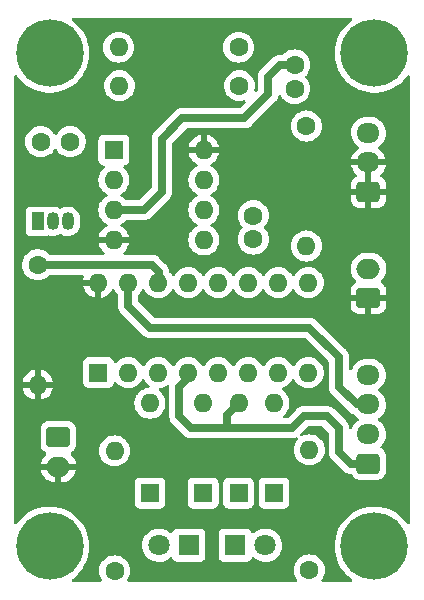
<source format=gbr>
%TF.GenerationSoftware,KiCad,Pcbnew,6.0.4-6f826c9f35~116~ubuntu20.04.1*%
%TF.CreationDate,2022-06-04T11:43:05+03:00*%
%TF.ProjectId,metronome,6d657472-6f6e-46f6-9d65-2e6b69636164,rev?*%
%TF.SameCoordinates,Original*%
%TF.FileFunction,Copper,L2,Bot*%
%TF.FilePolarity,Positive*%
%FSLAX46Y46*%
G04 Gerber Fmt 4.6, Leading zero omitted, Abs format (unit mm)*
G04 Created by KiCad (PCBNEW 6.0.4-6f826c9f35~116~ubuntu20.04.1) date 2022-06-04 11:43:05*
%MOMM*%
%LPD*%
G01*
G04 APERTURE LIST*
G04 Aperture macros list*
%AMRoundRect*
0 Rectangle with rounded corners*
0 $1 Rounding radius*
0 $2 $3 $4 $5 $6 $7 $8 $9 X,Y pos of 4 corners*
0 Add a 4 corners polygon primitive as box body*
4,1,4,$2,$3,$4,$5,$6,$7,$8,$9,$2,$3,0*
0 Add four circle primitives for the rounded corners*
1,1,$1+$1,$2,$3*
1,1,$1+$1,$4,$5*
1,1,$1+$1,$6,$7*
1,1,$1+$1,$8,$9*
0 Add four rect primitives between the rounded corners*
20,1,$1+$1,$2,$3,$4,$5,0*
20,1,$1+$1,$4,$5,$6,$7,0*
20,1,$1+$1,$6,$7,$8,$9,0*
20,1,$1+$1,$8,$9,$2,$3,0*%
G04 Aperture macros list end*
%TA.AperFunction,ComponentPad*%
%ADD10C,1.600000*%
%TD*%
%TA.AperFunction,ComponentPad*%
%ADD11O,1.600000X1.600000*%
%TD*%
%TA.AperFunction,ComponentPad*%
%ADD12RoundRect,0.250000X0.750000X-0.600000X0.750000X0.600000X-0.750000X0.600000X-0.750000X-0.600000X0*%
%TD*%
%TA.AperFunction,ComponentPad*%
%ADD13O,2.000000X1.700000*%
%TD*%
%TA.AperFunction,ComponentPad*%
%ADD14RoundRect,0.250000X-0.750000X0.600000X-0.750000X-0.600000X0.750000X-0.600000X0.750000X0.600000X0*%
%TD*%
%TA.AperFunction,ComponentPad*%
%ADD15C,5.700000*%
%TD*%
%TA.AperFunction,ComponentPad*%
%ADD16R,1.600000X1.600000*%
%TD*%
%TA.AperFunction,ComponentPad*%
%ADD17RoundRect,0.250000X0.725000X-0.600000X0.725000X0.600000X-0.725000X0.600000X-0.725000X-0.600000X0*%
%TD*%
%TA.AperFunction,ComponentPad*%
%ADD18O,1.950000X1.700000*%
%TD*%
%TA.AperFunction,ComponentPad*%
%ADD19R,1.050000X1.500000*%
%TD*%
%TA.AperFunction,ComponentPad*%
%ADD20O,1.050000X1.500000*%
%TD*%
%TA.AperFunction,ComponentPad*%
%ADD21R,1.800000X1.800000*%
%TD*%
%TA.AperFunction,ComponentPad*%
%ADD22C,1.800000*%
%TD*%
%TA.AperFunction,Conductor*%
%ADD23C,0.700000*%
%TD*%
G04 APERTURE END LIST*
D10*
%TO.P,R3,1*%
%TO.N,Net-(R2-Pad2)*%
X132080000Y-71000000D03*
D11*
%TO.P,R3,2*%
%TO.N,Net-(C4-Pad2)*%
X121920000Y-71000000D03*
%TD*%
D12*
%TO.P,J1,1,Pin_1*%
%TO.N,VCC*%
X143000000Y-89000000D03*
D13*
%TO.P,J1,2,Pin_2*%
%TO.N,Net-(J1-Pad2)*%
X143000000Y-86500000D03*
%TD*%
D10*
%TO.P,R1,1*%
%TO.N,Net-(C2-Pad2)*%
X137750000Y-74420000D03*
D11*
%TO.P,R1,2*%
%TO.N,Net-(J1-Pad2)*%
X137750000Y-84580000D03*
%TD*%
D14*
%TO.P,J2,1,Pin_1*%
%TO.N,GND*%
X116750000Y-100750000D03*
D13*
%TO.P,J2,2,Pin_2*%
%TO.N,VCC*%
X116750000Y-103250000D03*
%TD*%
D10*
%TO.P,R10,1*%
%TO.N,Net-(R10-Pad1)*%
X121500000Y-112080000D03*
D11*
%TO.P,R10,2*%
%TO.N,Net-(D6-Pad1)*%
X121500000Y-101920000D03*
%TD*%
D15*
%TO.P,H2,1,1*%
%TO.N,unconnected-(H2-Pad1)*%
X116000000Y-110000000D03*
%TD*%
D10*
%TO.P,C2,1*%
%TO.N,Output*%
X136750000Y-69250000D03*
%TO.P,C2,2*%
%TO.N,Net-(C2-Pad2)*%
X136750000Y-71250000D03*
%TD*%
%TO.P,C3,1*%
%TO.N,GND*%
X133250000Y-82000000D03*
%TO.P,C3,2*%
%TO.N,Net-(C3-Pad2)*%
X133250000Y-84000000D03*
%TD*%
%TO.P,C4,1*%
%TO.N,GND*%
X117750000Y-75750000D03*
%TO.P,C4,2*%
%TO.N,Net-(C4-Pad2)*%
X115250000Y-75750000D03*
%TD*%
D15*
%TO.P,H3,1,1*%
%TO.N,unconnected-(H3-Pad1)*%
X143500000Y-68250000D03*
%TD*%
D16*
%TO.P,D5,1,K*%
%TO.N,Net-(D3-Pad1)*%
X129000000Y-105500000D03*
D11*
%TO.P,D5,2,A*%
%TO.N,Net-(D5-Pad2)*%
X129000000Y-97880000D03*
%TD*%
D15*
%TO.P,H4,1,1*%
%TO.N,unconnected-(H4-Pad1)*%
X116000000Y-68250000D03*
%TD*%
%TO.P,H1,1,1*%
%TO.N,unconnected-(H1-Pad1)*%
X143500000Y-110000000D03*
%TD*%
D16*
%TO.P,D3,1,K*%
%TO.N,Net-(D3-Pad1)*%
X135000000Y-105500000D03*
D11*
%TO.P,D3,2,A*%
%TO.N,Net-(D3-Pad2)*%
X135000000Y-97880000D03*
%TD*%
D17*
%TO.P,RV2,1,1*%
%TO.N,VCC*%
X143000000Y-80000000D03*
D18*
%TO.P,RV2,2,2*%
X143000000Y-77500000D03*
%TO.P,RV2,3,3*%
%TO.N,Net-(R2-Pad1)*%
X143000000Y-75000000D03*
%TD*%
D19*
%TO.P,Q1,1,D*%
%TO.N,Net-(R4-Pad1)*%
X115000000Y-82500000D03*
D20*
%TO.P,Q1,2,G*%
%TO.N,Output*%
X116270000Y-82500000D03*
%TO.P,Q1,3,S*%
%TO.N,GND*%
X117540000Y-82500000D03*
%TD*%
D21*
%TO.P,D7,1,K*%
%TO.N,Output*%
X127775000Y-109920000D03*
D22*
%TO.P,D7,2,A*%
%TO.N,Net-(R10-Pad1)*%
X125235000Y-109920000D03*
%TD*%
D17*
%TO.P,SW1,1,1*%
%TO.N,Net-(D4-Pad2)*%
X143000000Y-103000000D03*
D18*
%TO.P,SW1,2,2*%
%TO.N,Net-(D3-Pad2)*%
X143000000Y-100500000D03*
%TO.P,SW1,3,3*%
%TO.N,Net-(U2-Pad15)*%
X143000000Y-98000000D03*
%TO.P,SW1,4,4*%
%TO.N,Net-(SW1-Pad4)*%
X143000000Y-95500000D03*
%TD*%
D16*
%TO.P,U2,1,Q5*%
%TO.N,unconnected-(U2-Pad1)*%
X120125000Y-95300000D03*
D11*
%TO.P,U2,2,Q1*%
%TO.N,Net-(D5-Pad2)*%
X122665000Y-95300000D03*
%TO.P,U2,3,Q0*%
%TO.N,Net-(D6-Pad2)*%
X125205000Y-95300000D03*
%TO.P,U2,4,Q2*%
%TO.N,Net-(D4-Pad2)*%
X127745000Y-95300000D03*
%TO.P,U2,5,Q6*%
%TO.N,unconnected-(U2-Pad5)*%
X130285000Y-95300000D03*
%TO.P,U2,6,Q7*%
%TO.N,unconnected-(U2-Pad6)*%
X132825000Y-95300000D03*
%TO.P,U2,7,Q3*%
%TO.N,Net-(D3-Pad2)*%
X135365000Y-95300000D03*
%TO.P,U2,8,VSS*%
%TO.N,GND*%
X137905000Y-95300000D03*
%TO.P,U2,9,Q8*%
%TO.N,unconnected-(U2-Pad9)*%
X137905000Y-87680000D03*
%TO.P,U2,10,Q4*%
%TO.N,Net-(SW1-Pad4)*%
X135365000Y-87680000D03*
%TO.P,U2,11,Q9*%
%TO.N,unconnected-(U2-Pad11)*%
X132825000Y-87680000D03*
%TO.P,U2,12,Cout*%
%TO.N,unconnected-(U2-Pad12)*%
X130285000Y-87680000D03*
%TO.P,U2,13,CKEN*%
%TO.N,GND*%
X127745000Y-87680000D03*
%TO.P,U2,14,CLK*%
%TO.N,Net-(R4-Pad1)*%
X125205000Y-87680000D03*
%TO.P,U2,15,Reset*%
%TO.N,Net-(U2-Pad15)*%
X122665000Y-87680000D03*
%TO.P,U2,16,VDD*%
%TO.N,VCC*%
X120125000Y-87680000D03*
%TD*%
D16*
%TO.P,D4,1,K*%
%TO.N,Net-(D3-Pad1)*%
X132000000Y-105500000D03*
D11*
%TO.P,D4,2,A*%
%TO.N,Net-(D4-Pad2)*%
X132000000Y-97880000D03*
%TD*%
D10*
%TO.P,R9,1*%
%TO.N,Net-(R9-Pad1)*%
X138000000Y-112000000D03*
D11*
%TO.P,R9,2*%
%TO.N,Net-(D3-Pad1)*%
X138000000Y-101840000D03*
%TD*%
D16*
%TO.P,U1,1,GND*%
%TO.N,GND*%
X121450000Y-76450000D03*
D11*
%TO.P,U1,2,TR*%
%TO.N,Net-(C4-Pad2)*%
X121450000Y-78990000D03*
%TO.P,U1,3,Q*%
%TO.N,Output*%
X121450000Y-81530000D03*
%TO.P,U1,4,R*%
%TO.N,VCC*%
X121450000Y-84070000D03*
%TO.P,U1,5,CV*%
%TO.N,Net-(C3-Pad2)*%
X129070000Y-84070000D03*
%TO.P,U1,6,THR*%
%TO.N,Net-(C4-Pad2)*%
X129070000Y-81530000D03*
%TO.P,U1,7,DIS*%
%TO.N,Net-(R2-Pad2)*%
X129070000Y-78990000D03*
%TO.P,U1,8,VCC*%
%TO.N,VCC*%
X129070000Y-76450000D03*
%TD*%
D10*
%TO.P,R2,1*%
%TO.N,Net-(R2-Pad1)*%
X132000000Y-67750000D03*
D11*
%TO.P,R2,2*%
%TO.N,Net-(R2-Pad2)*%
X121840000Y-67750000D03*
%TD*%
D16*
%TO.P,D6,1,K*%
%TO.N,Net-(D6-Pad1)*%
X124500000Y-105500000D03*
D11*
%TO.P,D6,2,A*%
%TO.N,Net-(D6-Pad2)*%
X124500000Y-97880000D03*
%TD*%
D21*
%TO.P,D2,1,K*%
%TO.N,Output*%
X131725000Y-109920000D03*
D22*
%TO.P,D2,2,A*%
%TO.N,Net-(R9-Pad1)*%
X134265000Y-109920000D03*
%TD*%
D10*
%TO.P,R4,1*%
%TO.N,Net-(R4-Pad1)*%
X115000000Y-86170000D03*
D11*
%TO.P,R4,2*%
%TO.N,VCC*%
X115000000Y-96330000D03*
%TD*%
D23*
%TO.N,Output*%
X134500000Y-70250000D02*
X135500000Y-69250000D01*
X134500000Y-71750000D02*
X134500000Y-70250000D01*
X125500000Y-80000000D02*
X125500000Y-75500000D01*
X121450000Y-81530000D02*
X123970000Y-81530000D01*
X125500000Y-75500000D02*
X127250000Y-73750000D01*
X132500000Y-73750000D02*
X134500000Y-71750000D01*
X135500000Y-69250000D02*
X136750000Y-69250000D01*
X123970000Y-81530000D02*
X125500000Y-80000000D01*
X127250000Y-73750000D02*
X132500000Y-73750000D01*
%TO.N,Net-(D4-Pad2)*%
X139500000Y-99000000D02*
X140500000Y-100000000D01*
X141500000Y-103000000D02*
X143000000Y-103000000D01*
X136500000Y-100000000D02*
X137500000Y-99000000D01*
X131000000Y-98880000D02*
X131000000Y-100000000D01*
X128000000Y-100000000D02*
X131000000Y-100000000D01*
X132000000Y-97880000D02*
X131000000Y-98880000D01*
X127000000Y-99000000D02*
X128000000Y-100000000D01*
X131000000Y-100000000D02*
X136500000Y-100000000D01*
X137500000Y-99000000D02*
X139500000Y-99000000D01*
X140500000Y-102000000D02*
X141500000Y-103000000D01*
X127745000Y-95755000D02*
X127000000Y-96500000D01*
X127745000Y-95300000D02*
X127745000Y-95755000D01*
X140500000Y-100000000D02*
X140500000Y-102000000D01*
X127000000Y-96500000D02*
X127000000Y-99000000D01*
%TO.N,Net-(R4-Pad1)*%
X125250000Y-86750000D02*
X125250000Y-87635000D01*
X115000000Y-86170000D02*
X124670000Y-86170000D01*
X125250000Y-87635000D02*
X125205000Y-87680000D01*
X124670000Y-86170000D02*
X125250000Y-86750000D01*
%TO.N,Net-(U2-Pad15)*%
X142000000Y-98000000D02*
X143000000Y-98000000D01*
X140500000Y-94000000D02*
X140500000Y-96500000D01*
X122665000Y-89665000D02*
X124500000Y-91500000D01*
X122665000Y-87680000D02*
X122665000Y-89665000D01*
X140500000Y-96500000D02*
X142000000Y-98000000D01*
X124500000Y-91500000D02*
X138000000Y-91500000D01*
X138000000Y-91500000D02*
X140500000Y-94000000D01*
%TD*%
%TA.AperFunction,Conductor*%
%TO.N,VCC*%
G36*
X141580358Y-65278502D02*
G01*
X141626851Y-65332158D01*
X141636955Y-65402432D01*
X141607461Y-65467012D01*
X141588241Y-65484996D01*
X141329046Y-65681023D01*
X141064296Y-65930511D01*
X140828040Y-66207132D01*
X140623040Y-66507651D01*
X140616060Y-66520723D01*
X140496947Y-66743802D01*
X140451694Y-66828552D01*
X140450419Y-66831724D01*
X140450417Y-66831728D01*
X140321730Y-67151850D01*
X140316009Y-67166081D01*
X140217569Y-67516290D01*
X140157528Y-67875082D01*
X140136587Y-68238259D01*
X140136759Y-68241654D01*
X140136759Y-68241655D01*
X140154820Y-68598179D01*
X140154992Y-68601574D01*
X140155529Y-68604929D01*
X140155530Y-68604935D01*
X140179759Y-68756198D01*
X140212527Y-68960777D01*
X140308519Y-69311664D01*
X140309768Y-69314834D01*
X140430300Y-69620823D01*
X140441845Y-69650133D01*
X140443428Y-69653148D01*
X140609362Y-69969206D01*
X140609367Y-69969214D01*
X140610946Y-69972222D01*
X140612840Y-69975040D01*
X140612845Y-69975049D01*
X140785937Y-70232636D01*
X140813843Y-70274165D01*
X141048163Y-70552428D01*
X141175392Y-70674010D01*
X141308702Y-70801405D01*
X141308709Y-70801411D01*
X141311165Y-70803758D01*
X141599771Y-71025214D01*
X141602689Y-71026988D01*
X141907692Y-71212433D01*
X141907697Y-71212436D01*
X141910607Y-71214205D01*
X141913695Y-71215651D01*
X141913694Y-71215651D01*
X142236952Y-71367077D01*
X142236962Y-71367081D01*
X142240036Y-71368521D01*
X142243254Y-71369623D01*
X142243257Y-71369624D01*
X142580981Y-71485253D01*
X142580989Y-71485255D01*
X142584204Y-71486356D01*
X142939084Y-71566332D01*
X142992123Y-71572375D01*
X143297144Y-71607128D01*
X143297152Y-71607128D01*
X143300527Y-71607513D01*
X143303931Y-71607531D01*
X143303934Y-71607531D01*
X143502058Y-71608568D01*
X143664303Y-71609418D01*
X143667689Y-71609068D01*
X143667691Y-71609068D01*
X144022765Y-71572375D01*
X144022774Y-71572374D01*
X144026157Y-71572024D01*
X144029490Y-71571310D01*
X144029493Y-71571309D01*
X144139895Y-71547641D01*
X144381856Y-71495768D01*
X144727239Y-71381544D01*
X144730323Y-71380138D01*
X144730332Y-71380135D01*
X145055171Y-71232096D01*
X145058265Y-71230686D01*
X145360549Y-71051204D01*
X145368128Y-71046704D01*
X145368132Y-71046701D01*
X145371063Y-71044961D01*
X145661973Y-70826539D01*
X145927592Y-70577977D01*
X146164813Y-70302182D01*
X146261660Y-70161269D01*
X146316728Y-70116458D01*
X146387281Y-70108533D01*
X146450919Y-70140010D01*
X146487436Y-70200895D01*
X146491500Y-70232636D01*
X146491500Y-108017076D01*
X146471498Y-108085197D01*
X146417842Y-108131690D01*
X146347568Y-108141794D01*
X146282988Y-108112300D01*
X146261164Y-108087716D01*
X146180985Y-107969292D01*
X146179075Y-107966471D01*
X145943785Y-107689027D01*
X145679908Y-107438617D01*
X145390530Y-107218170D01*
X145387618Y-107216413D01*
X145387613Y-107216410D01*
X145081951Y-107032023D01*
X145081945Y-107032020D01*
X145079036Y-107030265D01*
X144749071Y-106877100D01*
X144404494Y-106760467D01*
X144395234Y-106758414D01*
X144320485Y-106741843D01*
X144049336Y-106681731D01*
X143882040Y-106663261D01*
X143691133Y-106642184D01*
X143691128Y-106642184D01*
X143687752Y-106641811D01*
X143684353Y-106641805D01*
X143684352Y-106641805D01*
X143512763Y-106641506D01*
X143323972Y-106641176D01*
X143188831Y-106655618D01*
X142965634Y-106679471D01*
X142965628Y-106679472D01*
X142962250Y-106679833D01*
X142606820Y-106757330D01*
X142261838Y-106872759D01*
X141931340Y-107024771D01*
X141619192Y-107211588D01*
X141329046Y-107431023D01*
X141064296Y-107680511D01*
X140828040Y-107957132D01*
X140623040Y-108257651D01*
X140621439Y-108260650D01*
X140456589Y-108569385D01*
X140451694Y-108578552D01*
X140450419Y-108581724D01*
X140450417Y-108581728D01*
X140318581Y-108909684D01*
X140316009Y-108916081D01*
X140315090Y-108919349D01*
X140315088Y-108919356D01*
X140228729Y-109226587D01*
X140217569Y-109266290D01*
X140157528Y-109625082D01*
X140136587Y-109988259D01*
X140154992Y-110351574D01*
X140155529Y-110354929D01*
X140155530Y-110354935D01*
X140168407Y-110435329D01*
X140212527Y-110710777D01*
X140308519Y-111061664D01*
X140441845Y-111400133D01*
X140456955Y-111428914D01*
X140609362Y-111719206D01*
X140609367Y-111719214D01*
X140610946Y-111722222D01*
X140612840Y-111725040D01*
X140612845Y-111725049D01*
X140701777Y-111857393D01*
X140813843Y-112024165D01*
X141048163Y-112302428D01*
X141074899Y-112327977D01*
X141308702Y-112551405D01*
X141308709Y-112551411D01*
X141311165Y-112553758D01*
X141549643Y-112736749D01*
X141587161Y-112765538D01*
X141629028Y-112822876D01*
X141633250Y-112893747D01*
X141598486Y-112955650D01*
X141535773Y-112988931D01*
X141510457Y-112991500D01*
X139145171Y-112991500D01*
X139077050Y-112971498D01*
X139030557Y-112917842D01*
X139020453Y-112847568D01*
X139041958Y-112793229D01*
X139049129Y-112782988D01*
X139137523Y-112656749D01*
X139139846Y-112651767D01*
X139139849Y-112651762D01*
X139231961Y-112454225D01*
X139231961Y-112454224D01*
X139234284Y-112449243D01*
X139266153Y-112330309D01*
X139292119Y-112233402D01*
X139292119Y-112233400D01*
X139293543Y-112228087D01*
X139313498Y-112000000D01*
X139293543Y-111771913D01*
X139289062Y-111755190D01*
X139235707Y-111556067D01*
X139235706Y-111556065D01*
X139234284Y-111550757D01*
X139180349Y-111435092D01*
X139139849Y-111348238D01*
X139139846Y-111348233D01*
X139137523Y-111343251D01*
X139059486Y-111231803D01*
X139009357Y-111160211D01*
X139009355Y-111160208D01*
X139006198Y-111155700D01*
X138844300Y-110993802D01*
X138839792Y-110990645D01*
X138839789Y-110990643D01*
X138742413Y-110922460D01*
X138656749Y-110862477D01*
X138651767Y-110860154D01*
X138651762Y-110860151D01*
X138454225Y-110768039D01*
X138454224Y-110768039D01*
X138449243Y-110765716D01*
X138443935Y-110764294D01*
X138443933Y-110764293D01*
X138233402Y-110707881D01*
X138233400Y-110707881D01*
X138228087Y-110706457D01*
X138000000Y-110686502D01*
X137771913Y-110706457D01*
X137766600Y-110707881D01*
X137766598Y-110707881D01*
X137556067Y-110764293D01*
X137556065Y-110764294D01*
X137550757Y-110765716D01*
X137545776Y-110768039D01*
X137545775Y-110768039D01*
X137348238Y-110860151D01*
X137348233Y-110860154D01*
X137343251Y-110862477D01*
X137257587Y-110922460D01*
X137160211Y-110990643D01*
X137160208Y-110990645D01*
X137155700Y-110993802D01*
X136993802Y-111155700D01*
X136990645Y-111160208D01*
X136990643Y-111160211D01*
X136940514Y-111231803D01*
X136862477Y-111343251D01*
X136860154Y-111348233D01*
X136860151Y-111348238D01*
X136819651Y-111435092D01*
X136765716Y-111550757D01*
X136764294Y-111556065D01*
X136764293Y-111556067D01*
X136710938Y-111755190D01*
X136706457Y-111771913D01*
X136686502Y-112000000D01*
X136706457Y-112228087D01*
X136707881Y-112233400D01*
X136707881Y-112233402D01*
X136733848Y-112330309D01*
X136765716Y-112449243D01*
X136768039Y-112454224D01*
X136768039Y-112454225D01*
X136860151Y-112651762D01*
X136860154Y-112651767D01*
X136862477Y-112656749D01*
X136950871Y-112782988D01*
X136958042Y-112793229D01*
X136980730Y-112860503D01*
X136963445Y-112929363D01*
X136911676Y-112977948D01*
X136854829Y-112991500D01*
X122701188Y-112991500D01*
X122633067Y-112971498D01*
X122586574Y-112917842D01*
X122576470Y-112847568D01*
X122597975Y-112793229D01*
X122610589Y-112775214D01*
X122637523Y-112736749D01*
X122639846Y-112731767D01*
X122639849Y-112731762D01*
X122731961Y-112534225D01*
X122731961Y-112534224D01*
X122734284Y-112529243D01*
X122788214Y-112327977D01*
X122792119Y-112313402D01*
X122792119Y-112313400D01*
X122793543Y-112308087D01*
X122813498Y-112080000D01*
X122793543Y-111851913D01*
X122734284Y-111630757D01*
X122694657Y-111545775D01*
X122639849Y-111428238D01*
X122639846Y-111428233D01*
X122637523Y-111423251D01*
X122530646Y-111270615D01*
X122509357Y-111240211D01*
X122509355Y-111240208D01*
X122506198Y-111235700D01*
X122344300Y-111073802D01*
X122339792Y-111070645D01*
X122339789Y-111070643D01*
X122225537Y-110990643D01*
X122156749Y-110942477D01*
X122151767Y-110940154D01*
X122151762Y-110940151D01*
X121954225Y-110848039D01*
X121954224Y-110848039D01*
X121949243Y-110845716D01*
X121943935Y-110844294D01*
X121943933Y-110844293D01*
X121733402Y-110787881D01*
X121733400Y-110787881D01*
X121728087Y-110786457D01*
X121500000Y-110766502D01*
X121271913Y-110786457D01*
X121266600Y-110787881D01*
X121266598Y-110787881D01*
X121056067Y-110844293D01*
X121056065Y-110844294D01*
X121050757Y-110845716D01*
X121045776Y-110848039D01*
X121045775Y-110848039D01*
X120848238Y-110940151D01*
X120848233Y-110940154D01*
X120843251Y-110942477D01*
X120774463Y-110990643D01*
X120660211Y-111070643D01*
X120660208Y-111070645D01*
X120655700Y-111073802D01*
X120493802Y-111235700D01*
X120490645Y-111240208D01*
X120490643Y-111240211D01*
X120469354Y-111270615D01*
X120362477Y-111423251D01*
X120360154Y-111428233D01*
X120360151Y-111428238D01*
X120305343Y-111545775D01*
X120265716Y-111630757D01*
X120206457Y-111851913D01*
X120186502Y-112080000D01*
X120206457Y-112308087D01*
X120207881Y-112313400D01*
X120207881Y-112313402D01*
X120211787Y-112327977D01*
X120265716Y-112529243D01*
X120268039Y-112534224D01*
X120268039Y-112534225D01*
X120360151Y-112731762D01*
X120360154Y-112731767D01*
X120362477Y-112736749D01*
X120389411Y-112775214D01*
X120402025Y-112793229D01*
X120424713Y-112860503D01*
X120407428Y-112929363D01*
X120355659Y-112977948D01*
X120298812Y-112991500D01*
X117986966Y-112991500D01*
X117918845Y-112971498D01*
X117872352Y-112917842D01*
X117862248Y-112847568D01*
X117891742Y-112782988D01*
X117911313Y-112764740D01*
X117942590Y-112741257D01*
X118161973Y-112576539D01*
X118427592Y-112327977D01*
X118664813Y-112052182D01*
X118798688Y-111857393D01*
X118868931Y-111755190D01*
X118868936Y-111755182D01*
X118870861Y-111752381D01*
X118872473Y-111749387D01*
X118872478Y-111749379D01*
X119041703Y-111435092D01*
X119043325Y-111432080D01*
X119180188Y-111095027D01*
X119190652Y-111058295D01*
X119225796Y-110934921D01*
X119279850Y-110745164D01*
X119331171Y-110444922D01*
X119340571Y-110389930D01*
X119340571Y-110389928D01*
X119341143Y-110386583D01*
X119343285Y-110351574D01*
X119363241Y-110025278D01*
X119363351Y-110023481D01*
X119363433Y-110000000D01*
X119357230Y-109885469D01*
X123822095Y-109885469D01*
X123822392Y-109890622D01*
X123822392Y-109890625D01*
X123828759Y-110001045D01*
X123835427Y-110116697D01*
X123836564Y-110121743D01*
X123836565Y-110121749D01*
X123868741Y-110264523D01*
X123886346Y-110342642D01*
X123888288Y-110347424D01*
X123888289Y-110347428D01*
X123971540Y-110552450D01*
X123973484Y-110557237D01*
X124094501Y-110754719D01*
X124246147Y-110929784D01*
X124424349Y-111077730D01*
X124624322Y-111194584D01*
X124840694Y-111277209D01*
X124845760Y-111278240D01*
X124845761Y-111278240D01*
X124898846Y-111289040D01*
X125067656Y-111323385D01*
X125197089Y-111328131D01*
X125293949Y-111331683D01*
X125293953Y-111331683D01*
X125299113Y-111331872D01*
X125304233Y-111331216D01*
X125304235Y-111331216D01*
X125378166Y-111321745D01*
X125528847Y-111302442D01*
X125533795Y-111300957D01*
X125533802Y-111300956D01*
X125745747Y-111237369D01*
X125750690Y-111235886D01*
X125755324Y-111233616D01*
X125954049Y-111136262D01*
X125954052Y-111136260D01*
X125958684Y-111133991D01*
X126147243Y-110999494D01*
X126192309Y-110954585D01*
X126254681Y-110920669D01*
X126325487Y-110925857D01*
X126382249Y-110968503D01*
X126399231Y-110999607D01*
X126424385Y-111066705D01*
X126511739Y-111183261D01*
X126628295Y-111270615D01*
X126764684Y-111321745D01*
X126826866Y-111328500D01*
X128723134Y-111328500D01*
X128785316Y-111321745D01*
X128921705Y-111270615D01*
X129038261Y-111183261D01*
X129125615Y-111066705D01*
X129176745Y-110930316D01*
X129183500Y-110868134D01*
X130316500Y-110868134D01*
X130323255Y-110930316D01*
X130374385Y-111066705D01*
X130461739Y-111183261D01*
X130578295Y-111270615D01*
X130714684Y-111321745D01*
X130776866Y-111328500D01*
X132673134Y-111328500D01*
X132735316Y-111321745D01*
X132871705Y-111270615D01*
X132988261Y-111183261D01*
X133075615Y-111066705D01*
X133100180Y-111001178D01*
X133142822Y-110944414D01*
X133209383Y-110919714D01*
X133278732Y-110934921D01*
X133298647Y-110948464D01*
X133363724Y-111002492D01*
X133454349Y-111077730D01*
X133654322Y-111194584D01*
X133870694Y-111277209D01*
X133875760Y-111278240D01*
X133875761Y-111278240D01*
X133928846Y-111289040D01*
X134097656Y-111323385D01*
X134227089Y-111328131D01*
X134323949Y-111331683D01*
X134323953Y-111331683D01*
X134329113Y-111331872D01*
X134334233Y-111331216D01*
X134334235Y-111331216D01*
X134408166Y-111321745D01*
X134558847Y-111302442D01*
X134563795Y-111300957D01*
X134563802Y-111300956D01*
X134775747Y-111237369D01*
X134780690Y-111235886D01*
X134785324Y-111233616D01*
X134984049Y-111136262D01*
X134984052Y-111136260D01*
X134988684Y-111133991D01*
X135177243Y-110999494D01*
X135341303Y-110836005D01*
X135476458Y-110647917D01*
X135523641Y-110552450D01*
X135576784Y-110444922D01*
X135576785Y-110444920D01*
X135579078Y-110440280D01*
X135646408Y-110218671D01*
X135676640Y-109989041D01*
X135676742Y-109984860D01*
X135678245Y-109923365D01*
X135678245Y-109923361D01*
X135678327Y-109920000D01*
X135672032Y-109843434D01*
X135659773Y-109694318D01*
X135659772Y-109694312D01*
X135659349Y-109689167D01*
X135602925Y-109464533D01*
X135600866Y-109459797D01*
X135512630Y-109256868D01*
X135512628Y-109256865D01*
X135510570Y-109252131D01*
X135384764Y-109057665D01*
X135228887Y-108886358D01*
X135224836Y-108883159D01*
X135224832Y-108883155D01*
X135051177Y-108746011D01*
X135051172Y-108746008D01*
X135047123Y-108742810D01*
X135042607Y-108740317D01*
X135042604Y-108740315D01*
X134848879Y-108633373D01*
X134848875Y-108633371D01*
X134844355Y-108630876D01*
X134839486Y-108629152D01*
X134839482Y-108629150D01*
X134630903Y-108555288D01*
X134630899Y-108555287D01*
X134626028Y-108553562D01*
X134620935Y-108552655D01*
X134620932Y-108552654D01*
X134403095Y-108513851D01*
X134403089Y-108513850D01*
X134398006Y-108512945D01*
X134325096Y-108512054D01*
X134171581Y-108510179D01*
X134171579Y-108510179D01*
X134166411Y-108510116D01*
X133937464Y-108545150D01*
X133717314Y-108617106D01*
X133712726Y-108619494D01*
X133712722Y-108619496D01*
X133516461Y-108721663D01*
X133511872Y-108724052D01*
X133507739Y-108727155D01*
X133507736Y-108727157D01*
X133359319Y-108838592D01*
X133326655Y-108863117D01*
X133309170Y-108881414D01*
X133247646Y-108916844D01*
X133176733Y-108913387D01*
X133118947Y-108872141D01*
X133100094Y-108838592D01*
X133078768Y-108781705D01*
X133078767Y-108781703D01*
X133075615Y-108773295D01*
X132988261Y-108656739D01*
X132871705Y-108569385D01*
X132735316Y-108518255D01*
X132673134Y-108511500D01*
X130776866Y-108511500D01*
X130714684Y-108518255D01*
X130578295Y-108569385D01*
X130461739Y-108656739D01*
X130374385Y-108773295D01*
X130323255Y-108909684D01*
X130316500Y-108971866D01*
X130316500Y-110868134D01*
X129183500Y-110868134D01*
X129183500Y-108971866D01*
X129176745Y-108909684D01*
X129125615Y-108773295D01*
X129038261Y-108656739D01*
X128921705Y-108569385D01*
X128785316Y-108518255D01*
X128723134Y-108511500D01*
X126826866Y-108511500D01*
X126764684Y-108518255D01*
X126628295Y-108569385D01*
X126511739Y-108656739D01*
X126424385Y-108773295D01*
X126421233Y-108781703D01*
X126421232Y-108781705D01*
X126400538Y-108836906D01*
X126357897Y-108893671D01*
X126291335Y-108918371D01*
X126221986Y-108903164D01*
X126199167Y-108886666D01*
X126198887Y-108886358D01*
X126066373Y-108781705D01*
X126021177Y-108746011D01*
X126021172Y-108746008D01*
X126017123Y-108742810D01*
X126012607Y-108740317D01*
X126012604Y-108740315D01*
X125818879Y-108633373D01*
X125818875Y-108633371D01*
X125814355Y-108630876D01*
X125809486Y-108629152D01*
X125809482Y-108629150D01*
X125600903Y-108555288D01*
X125600899Y-108555287D01*
X125596028Y-108553562D01*
X125590935Y-108552655D01*
X125590932Y-108552654D01*
X125373095Y-108513851D01*
X125373089Y-108513850D01*
X125368006Y-108512945D01*
X125295096Y-108512054D01*
X125141581Y-108510179D01*
X125141579Y-108510179D01*
X125136411Y-108510116D01*
X124907464Y-108545150D01*
X124687314Y-108617106D01*
X124682726Y-108619494D01*
X124682722Y-108619496D01*
X124486461Y-108721663D01*
X124481872Y-108724052D01*
X124477739Y-108727155D01*
X124477736Y-108727157D01*
X124329319Y-108838592D01*
X124296655Y-108863117D01*
X124136639Y-109030564D01*
X124133725Y-109034836D01*
X124133724Y-109034837D01*
X124118152Y-109057665D01*
X124006119Y-109221899D01*
X123908602Y-109431981D01*
X123846707Y-109655169D01*
X123822095Y-109885469D01*
X119357230Y-109885469D01*
X119343760Y-109636751D01*
X119284972Y-109277752D01*
X119187756Y-108927202D01*
X119183912Y-108917540D01*
X119070827Y-108633373D01*
X119053249Y-108589201D01*
X118991281Y-108472164D01*
X118884624Y-108270723D01*
X118884620Y-108270716D01*
X118883025Y-108267704D01*
X118881118Y-108264888D01*
X118881113Y-108264879D01*
X118680985Y-107969292D01*
X118679075Y-107966471D01*
X118443785Y-107689027D01*
X118179908Y-107438617D01*
X117890530Y-107218170D01*
X117887618Y-107216413D01*
X117887613Y-107216410D01*
X117581951Y-107032023D01*
X117581945Y-107032020D01*
X117579036Y-107030265D01*
X117249071Y-106877100D01*
X116904494Y-106760467D01*
X116895234Y-106758414D01*
X116820485Y-106741843D01*
X116549336Y-106681731D01*
X116382040Y-106663261D01*
X116191133Y-106642184D01*
X116191128Y-106642184D01*
X116187752Y-106641811D01*
X116184353Y-106641805D01*
X116184352Y-106641805D01*
X116012763Y-106641506D01*
X115823972Y-106641176D01*
X115688831Y-106655618D01*
X115465634Y-106679471D01*
X115465628Y-106679472D01*
X115462250Y-106679833D01*
X115106820Y-106757330D01*
X114761838Y-106872759D01*
X114431340Y-107024771D01*
X114119192Y-107211588D01*
X113829046Y-107431023D01*
X113564296Y-107680511D01*
X113328040Y-107957132D01*
X113326112Y-107959959D01*
X113326110Y-107959961D01*
X113238588Y-108088264D01*
X113183677Y-108133267D01*
X113113152Y-108141438D01*
X113049405Y-108110184D01*
X113012675Y-108049427D01*
X113008500Y-108017260D01*
X113008500Y-106348134D01*
X123191500Y-106348134D01*
X123198255Y-106410316D01*
X123249385Y-106546705D01*
X123336739Y-106663261D01*
X123453295Y-106750615D01*
X123589684Y-106801745D01*
X123651866Y-106808500D01*
X125348134Y-106808500D01*
X125410316Y-106801745D01*
X125546705Y-106750615D01*
X125663261Y-106663261D01*
X125750615Y-106546705D01*
X125801745Y-106410316D01*
X125808500Y-106348134D01*
X127691500Y-106348134D01*
X127698255Y-106410316D01*
X127749385Y-106546705D01*
X127836739Y-106663261D01*
X127953295Y-106750615D01*
X128089684Y-106801745D01*
X128151866Y-106808500D01*
X129848134Y-106808500D01*
X129910316Y-106801745D01*
X130046705Y-106750615D01*
X130163261Y-106663261D01*
X130250615Y-106546705D01*
X130301745Y-106410316D01*
X130308500Y-106348134D01*
X130691500Y-106348134D01*
X130698255Y-106410316D01*
X130749385Y-106546705D01*
X130836739Y-106663261D01*
X130953295Y-106750615D01*
X131089684Y-106801745D01*
X131151866Y-106808500D01*
X132848134Y-106808500D01*
X132910316Y-106801745D01*
X133046705Y-106750615D01*
X133163261Y-106663261D01*
X133250615Y-106546705D01*
X133301745Y-106410316D01*
X133308500Y-106348134D01*
X133691500Y-106348134D01*
X133698255Y-106410316D01*
X133749385Y-106546705D01*
X133836739Y-106663261D01*
X133953295Y-106750615D01*
X134089684Y-106801745D01*
X134151866Y-106808500D01*
X135848134Y-106808500D01*
X135910316Y-106801745D01*
X136046705Y-106750615D01*
X136163261Y-106663261D01*
X136250615Y-106546705D01*
X136301745Y-106410316D01*
X136308500Y-106348134D01*
X136308500Y-104651866D01*
X136301745Y-104589684D01*
X136250615Y-104453295D01*
X136163261Y-104336739D01*
X136046705Y-104249385D01*
X135910316Y-104198255D01*
X135848134Y-104191500D01*
X134151866Y-104191500D01*
X134089684Y-104198255D01*
X133953295Y-104249385D01*
X133836739Y-104336739D01*
X133749385Y-104453295D01*
X133698255Y-104589684D01*
X133691500Y-104651866D01*
X133691500Y-106348134D01*
X133308500Y-106348134D01*
X133308500Y-104651866D01*
X133301745Y-104589684D01*
X133250615Y-104453295D01*
X133163261Y-104336739D01*
X133046705Y-104249385D01*
X132910316Y-104198255D01*
X132848134Y-104191500D01*
X131151866Y-104191500D01*
X131089684Y-104198255D01*
X130953295Y-104249385D01*
X130836739Y-104336739D01*
X130749385Y-104453295D01*
X130698255Y-104589684D01*
X130691500Y-104651866D01*
X130691500Y-106348134D01*
X130308500Y-106348134D01*
X130308500Y-104651866D01*
X130301745Y-104589684D01*
X130250615Y-104453295D01*
X130163261Y-104336739D01*
X130046705Y-104249385D01*
X129910316Y-104198255D01*
X129848134Y-104191500D01*
X128151866Y-104191500D01*
X128089684Y-104198255D01*
X127953295Y-104249385D01*
X127836739Y-104336739D01*
X127749385Y-104453295D01*
X127698255Y-104589684D01*
X127691500Y-104651866D01*
X127691500Y-106348134D01*
X125808500Y-106348134D01*
X125808500Y-104651866D01*
X125801745Y-104589684D01*
X125750615Y-104453295D01*
X125663261Y-104336739D01*
X125546705Y-104249385D01*
X125410316Y-104198255D01*
X125348134Y-104191500D01*
X123651866Y-104191500D01*
X123589684Y-104198255D01*
X123453295Y-104249385D01*
X123336739Y-104336739D01*
X123249385Y-104453295D01*
X123198255Y-104589684D01*
X123191500Y-104651866D01*
X123191500Y-106348134D01*
X113008500Y-106348134D01*
X113008500Y-103518580D01*
X115268752Y-103518580D01*
X115293477Y-103636421D01*
X115296537Y-103646617D01*
X115377263Y-103851029D01*
X115381994Y-103860561D01*
X115496016Y-104048462D01*
X115502280Y-104057052D01*
X115646327Y-104223052D01*
X115653958Y-104230472D01*
X115823911Y-104369826D01*
X115832678Y-104375850D01*
X116023682Y-104484576D01*
X116033346Y-104489041D01*
X116239941Y-104564031D01*
X116250208Y-104566802D01*
X116467655Y-104606123D01*
X116475884Y-104607056D01*
X116480376Y-104607268D01*
X116493124Y-104603525D01*
X116494329Y-104602135D01*
X116496000Y-104594452D01*
X116496000Y-104585970D01*
X117004000Y-104585970D01*
X117008310Y-104600648D01*
X117020193Y-104602711D01*
X117124325Y-104593876D01*
X117134797Y-104592086D01*
X117347535Y-104536870D01*
X117357575Y-104533335D01*
X117557970Y-104443063D01*
X117567256Y-104437894D01*
X117749575Y-104315150D01*
X117757870Y-104308481D01*
X117916900Y-104156772D01*
X117923941Y-104148814D01*
X118055141Y-103972475D01*
X118060745Y-103963438D01*
X118160357Y-103767516D01*
X118164357Y-103757665D01*
X118229534Y-103547760D01*
X118231817Y-103537376D01*
X118233861Y-103521957D01*
X118231665Y-103507793D01*
X118218478Y-103504000D01*
X117022115Y-103504000D01*
X117006876Y-103508475D01*
X117005671Y-103509865D01*
X117004000Y-103517548D01*
X117004000Y-104585970D01*
X116496000Y-104585970D01*
X116496000Y-103522115D01*
X116491525Y-103506876D01*
X116490135Y-103505671D01*
X116482452Y-103504000D01*
X115283808Y-103504000D01*
X115270277Y-103507973D01*
X115268752Y-103518580D01*
X113008500Y-103518580D01*
X113008500Y-101400400D01*
X115241500Y-101400400D01*
X115241837Y-101403646D01*
X115241837Y-101403650D01*
X115249076Y-101473412D01*
X115252474Y-101506166D01*
X115308450Y-101673946D01*
X115401522Y-101824348D01*
X115526697Y-101949305D01*
X115532927Y-101953145D01*
X115532928Y-101953146D01*
X115558896Y-101969153D01*
X115672258Y-102039030D01*
X115672780Y-102039352D01*
X115720273Y-102092124D01*
X115731697Y-102162196D01*
X115703423Y-102227320D01*
X115693636Y-102237782D01*
X115583094Y-102343234D01*
X115576059Y-102351186D01*
X115444859Y-102527525D01*
X115439255Y-102536562D01*
X115339643Y-102732484D01*
X115335643Y-102742335D01*
X115270466Y-102952240D01*
X115268183Y-102962624D01*
X115266139Y-102978043D01*
X115268335Y-102992207D01*
X115281522Y-102996000D01*
X118216192Y-102996000D01*
X118229723Y-102992027D01*
X118231248Y-102981420D01*
X118206523Y-102863579D01*
X118203463Y-102853383D01*
X118122737Y-102648971D01*
X118118006Y-102639439D01*
X118003984Y-102451538D01*
X117997720Y-102442948D01*
X117853673Y-102276948D01*
X117846044Y-102269530D01*
X117814431Y-102243609D01*
X117774436Y-102184949D01*
X117772504Y-102113979D01*
X117809248Y-102053230D01*
X117828018Y-102039030D01*
X117968120Y-101952332D01*
X117974348Y-101948478D01*
X118002776Y-101920000D01*
X120186502Y-101920000D01*
X120206457Y-102148087D01*
X120207881Y-102153400D01*
X120207881Y-102153402D01*
X120260878Y-102351186D01*
X120265716Y-102369243D01*
X120268039Y-102374224D01*
X120268039Y-102374225D01*
X120360151Y-102571762D01*
X120360154Y-102571767D01*
X120362477Y-102576749D01*
X120493802Y-102764300D01*
X120655700Y-102926198D01*
X120660208Y-102929355D01*
X120660211Y-102929357D01*
X120724491Y-102974366D01*
X120843251Y-103057523D01*
X120848233Y-103059846D01*
X120848238Y-103059849D01*
X121045775Y-103151961D01*
X121050757Y-103154284D01*
X121056065Y-103155706D01*
X121056067Y-103155707D01*
X121266598Y-103212119D01*
X121266600Y-103212119D01*
X121271913Y-103213543D01*
X121500000Y-103233498D01*
X121728087Y-103213543D01*
X121733400Y-103212119D01*
X121733402Y-103212119D01*
X121943933Y-103155707D01*
X121943935Y-103155706D01*
X121949243Y-103154284D01*
X121954225Y-103151961D01*
X122151762Y-103059849D01*
X122151767Y-103059846D01*
X122156749Y-103057523D01*
X122275509Y-102974366D01*
X122339789Y-102929357D01*
X122339792Y-102929355D01*
X122344300Y-102926198D01*
X122506198Y-102764300D01*
X122637523Y-102576749D01*
X122639846Y-102571767D01*
X122639849Y-102571762D01*
X122731961Y-102374225D01*
X122731961Y-102374224D01*
X122734284Y-102369243D01*
X122739123Y-102351186D01*
X122792119Y-102153402D01*
X122792119Y-102153400D01*
X122793543Y-102148087D01*
X122813498Y-101920000D01*
X122793543Y-101691913D01*
X122790398Y-101680176D01*
X122735707Y-101476067D01*
X122735706Y-101476065D01*
X122734284Y-101470757D01*
X122702992Y-101403650D01*
X122639849Y-101268238D01*
X122639846Y-101268233D01*
X122637523Y-101263251D01*
X122564098Y-101158389D01*
X122509357Y-101080211D01*
X122509355Y-101080208D01*
X122506198Y-101075700D01*
X122344300Y-100913802D01*
X122339792Y-100910645D01*
X122339789Y-100910643D01*
X122243780Y-100843417D01*
X122156749Y-100782477D01*
X122151767Y-100780154D01*
X122151762Y-100780151D01*
X121954225Y-100688039D01*
X121954224Y-100688039D01*
X121949243Y-100685716D01*
X121943935Y-100684294D01*
X121943933Y-100684293D01*
X121733402Y-100627881D01*
X121733400Y-100627881D01*
X121728087Y-100626457D01*
X121500000Y-100606502D01*
X121271913Y-100626457D01*
X121266600Y-100627881D01*
X121266598Y-100627881D01*
X121056067Y-100684293D01*
X121056065Y-100684294D01*
X121050757Y-100685716D01*
X121045776Y-100688039D01*
X121045775Y-100688039D01*
X120848238Y-100780151D01*
X120848233Y-100780154D01*
X120843251Y-100782477D01*
X120756220Y-100843417D01*
X120660211Y-100910643D01*
X120660208Y-100910645D01*
X120655700Y-100913802D01*
X120493802Y-101075700D01*
X120490645Y-101080208D01*
X120490643Y-101080211D01*
X120435902Y-101158389D01*
X120362477Y-101263251D01*
X120360154Y-101268233D01*
X120360151Y-101268238D01*
X120297008Y-101403650D01*
X120265716Y-101470757D01*
X120264294Y-101476065D01*
X120264293Y-101476067D01*
X120209602Y-101680176D01*
X120206457Y-101691913D01*
X120186502Y-101920000D01*
X118002776Y-101920000D01*
X118099305Y-101823303D01*
X118109537Y-101806704D01*
X118188275Y-101678968D01*
X118188276Y-101678966D01*
X118192115Y-101672738D01*
X118247797Y-101504861D01*
X118258500Y-101400400D01*
X118258500Y-100099600D01*
X118258163Y-100096350D01*
X118248238Y-100000692D01*
X118248237Y-100000688D01*
X118247526Y-99993834D01*
X118242545Y-99978902D01*
X118193868Y-99833002D01*
X118191550Y-99826054D01*
X118098478Y-99675652D01*
X117973303Y-99550695D01*
X117962899Y-99544282D01*
X117828968Y-99461725D01*
X117828966Y-99461724D01*
X117822738Y-99457885D01*
X117662254Y-99404655D01*
X117661389Y-99404368D01*
X117661387Y-99404368D01*
X117654861Y-99402203D01*
X117648025Y-99401503D01*
X117648022Y-99401502D01*
X117604969Y-99397091D01*
X117550400Y-99391500D01*
X115949600Y-99391500D01*
X115946354Y-99391837D01*
X115946350Y-99391837D01*
X115850692Y-99401762D01*
X115850688Y-99401763D01*
X115843834Y-99402474D01*
X115837298Y-99404655D01*
X115837296Y-99404655D01*
X115739025Y-99437441D01*
X115676054Y-99458450D01*
X115525652Y-99551522D01*
X115400695Y-99676697D01*
X115396855Y-99682927D01*
X115396854Y-99682928D01*
X115328381Y-99794012D01*
X115307885Y-99827262D01*
X115305581Y-99834209D01*
X115254886Y-99987051D01*
X115252203Y-99995139D01*
X115241500Y-100099600D01*
X115241500Y-101400400D01*
X113008500Y-101400400D01*
X113008500Y-96596522D01*
X113717273Y-96596522D01*
X113764764Y-96773761D01*
X113768510Y-96784053D01*
X113860586Y-96981511D01*
X113866069Y-96991007D01*
X113991028Y-97169467D01*
X113998084Y-97177875D01*
X114152125Y-97331916D01*
X114160533Y-97338972D01*
X114338993Y-97463931D01*
X114348489Y-97469414D01*
X114545947Y-97561490D01*
X114556239Y-97565236D01*
X114728503Y-97611394D01*
X114742599Y-97611058D01*
X114746000Y-97603116D01*
X114746000Y-97597967D01*
X115254000Y-97597967D01*
X115257973Y-97611498D01*
X115266522Y-97612727D01*
X115443761Y-97565236D01*
X115454053Y-97561490D01*
X115651511Y-97469414D01*
X115661007Y-97463931D01*
X115839467Y-97338972D01*
X115847875Y-97331916D01*
X116001916Y-97177875D01*
X116008972Y-97169467D01*
X116133931Y-96991007D01*
X116139414Y-96981511D01*
X116231490Y-96784053D01*
X116235236Y-96773761D01*
X116281394Y-96601497D01*
X116281058Y-96587401D01*
X116273116Y-96584000D01*
X115272115Y-96584000D01*
X115256876Y-96588475D01*
X115255671Y-96589865D01*
X115254000Y-96597548D01*
X115254000Y-97597967D01*
X114746000Y-97597967D01*
X114746000Y-96602115D01*
X114741525Y-96586876D01*
X114740135Y-96585671D01*
X114732452Y-96584000D01*
X113732033Y-96584000D01*
X113718502Y-96587973D01*
X113717273Y-96596522D01*
X113008500Y-96596522D01*
X113008500Y-96058503D01*
X113718606Y-96058503D01*
X113718942Y-96072599D01*
X113726884Y-96076000D01*
X114727885Y-96076000D01*
X114743124Y-96071525D01*
X114744329Y-96070135D01*
X114746000Y-96062452D01*
X114746000Y-96057885D01*
X115254000Y-96057885D01*
X115258475Y-96073124D01*
X115259865Y-96074329D01*
X115267548Y-96076000D01*
X116267967Y-96076000D01*
X116281498Y-96072027D01*
X116282727Y-96063478D01*
X116235236Y-95886239D01*
X116231490Y-95875947D01*
X116139414Y-95678489D01*
X116133931Y-95668993D01*
X116008972Y-95490533D01*
X116001916Y-95482125D01*
X115847875Y-95328084D01*
X115839467Y-95321028D01*
X115661007Y-95196069D01*
X115651511Y-95190586D01*
X115454053Y-95098510D01*
X115443761Y-95094764D01*
X115271497Y-95048606D01*
X115257401Y-95048942D01*
X115254000Y-95056884D01*
X115254000Y-96057885D01*
X114746000Y-96057885D01*
X114746000Y-95062033D01*
X114742027Y-95048502D01*
X114733478Y-95047273D01*
X114556239Y-95094764D01*
X114545947Y-95098510D01*
X114348489Y-95190586D01*
X114338993Y-95196069D01*
X114160533Y-95321028D01*
X114152125Y-95328084D01*
X113998084Y-95482125D01*
X113991028Y-95490533D01*
X113866069Y-95668993D01*
X113860586Y-95678489D01*
X113768510Y-95875947D01*
X113764764Y-95886239D01*
X113718606Y-96058503D01*
X113008500Y-96058503D01*
X113008500Y-87946522D01*
X118842273Y-87946522D01*
X118889764Y-88123761D01*
X118893510Y-88134053D01*
X118985586Y-88331511D01*
X118991069Y-88341007D01*
X119116028Y-88519467D01*
X119123084Y-88527875D01*
X119277125Y-88681916D01*
X119285533Y-88688972D01*
X119463993Y-88813931D01*
X119473489Y-88819414D01*
X119670947Y-88911490D01*
X119681239Y-88915236D01*
X119853503Y-88961394D01*
X119867599Y-88961058D01*
X119871000Y-88953116D01*
X119871000Y-87952115D01*
X119866525Y-87936876D01*
X119865135Y-87935671D01*
X119857452Y-87934000D01*
X118857033Y-87934000D01*
X118843502Y-87937973D01*
X118842273Y-87946522D01*
X113008500Y-87946522D01*
X113008500Y-86170000D01*
X113686502Y-86170000D01*
X113706457Y-86398087D01*
X113707881Y-86403400D01*
X113707881Y-86403402D01*
X113745558Y-86544011D01*
X113765716Y-86619243D01*
X113768039Y-86624224D01*
X113768039Y-86624225D01*
X113860151Y-86821762D01*
X113860154Y-86821767D01*
X113862477Y-86826749D01*
X113993802Y-87014300D01*
X114155700Y-87176198D01*
X114160208Y-87179355D01*
X114160211Y-87179357D01*
X114216053Y-87218458D01*
X114343251Y-87307523D01*
X114348233Y-87309846D01*
X114348238Y-87309849D01*
X114464474Y-87364050D01*
X114550757Y-87404284D01*
X114556065Y-87405706D01*
X114556067Y-87405707D01*
X114766598Y-87462119D01*
X114766600Y-87462119D01*
X114771913Y-87463543D01*
X115000000Y-87483498D01*
X115228087Y-87463543D01*
X115233400Y-87462119D01*
X115233402Y-87462119D01*
X115443933Y-87405707D01*
X115443935Y-87405706D01*
X115449243Y-87404284D01*
X115535526Y-87364050D01*
X115651762Y-87309849D01*
X115651767Y-87309846D01*
X115656749Y-87307523D01*
X115783947Y-87218458D01*
X115839789Y-87179357D01*
X115839792Y-87179355D01*
X115844300Y-87176198D01*
X115955093Y-87065405D01*
X116017405Y-87031379D01*
X116044188Y-87028500D01*
X118787801Y-87028500D01*
X118855922Y-87048502D01*
X118902415Y-87102158D01*
X118912519Y-87172432D01*
X118901995Y-87207752D01*
X118893510Y-87225947D01*
X118889764Y-87236239D01*
X118843606Y-87408503D01*
X118843942Y-87422599D01*
X118851884Y-87426000D01*
X120253000Y-87426000D01*
X120321121Y-87446002D01*
X120367614Y-87499658D01*
X120379000Y-87552000D01*
X120379000Y-88947967D01*
X120382973Y-88961498D01*
X120391522Y-88962727D01*
X120568761Y-88915236D01*
X120579053Y-88911490D01*
X120776511Y-88819414D01*
X120786007Y-88813931D01*
X120964467Y-88688972D01*
X120972875Y-88681916D01*
X121126916Y-88527875D01*
X121133972Y-88519467D01*
X121258931Y-88341007D01*
X121264414Y-88331511D01*
X121280529Y-88296951D01*
X121327446Y-88243666D01*
X121395723Y-88224205D01*
X121463683Y-88244747D01*
X121508919Y-88296951D01*
X121525151Y-88331762D01*
X121525154Y-88331767D01*
X121527477Y-88336749D01*
X121658802Y-88524300D01*
X121769595Y-88635093D01*
X121803621Y-88697405D01*
X121806500Y-88724188D01*
X121806500Y-89623610D01*
X121806058Y-89634152D01*
X121801696Y-89686099D01*
X121802598Y-89692859D01*
X121802598Y-89692861D01*
X121812437Y-89766602D01*
X121812807Y-89769657D01*
X121821583Y-89850437D01*
X121823758Y-89856901D01*
X121824478Y-89860176D01*
X121824548Y-89860572D01*
X121824671Y-89860996D01*
X121825462Y-89864216D01*
X121826366Y-89870989D01*
X121854139Y-89947294D01*
X121855156Y-89950198D01*
X121881078Y-90027223D01*
X121884596Y-90033077D01*
X121885985Y-90036084D01*
X121886152Y-90036489D01*
X121886357Y-90036865D01*
X121887827Y-90039852D01*
X121890162Y-90046268D01*
X121933730Y-90114920D01*
X121935255Y-90117389D01*
X121977147Y-90187109D01*
X121981834Y-90192066D01*
X121983851Y-90194723D01*
X121984369Y-90195469D01*
X121987344Y-90199402D01*
X121990109Y-90203759D01*
X121993930Y-90208032D01*
X122047908Y-90262010D01*
X122050362Y-90264532D01*
X122105308Y-90322636D01*
X122110956Y-90326474D01*
X122116148Y-90330893D01*
X122115808Y-90331293D01*
X122123800Y-90337902D01*
X123863680Y-92077783D01*
X123870822Y-92085549D01*
X123904471Y-92125367D01*
X123909895Y-92129514D01*
X123909896Y-92129515D01*
X123968962Y-92174674D01*
X123971379Y-92176568D01*
X124034738Y-92227510D01*
X124040857Y-92230547D01*
X124043652Y-92232335D01*
X124044013Y-92232588D01*
X124044380Y-92232790D01*
X124047238Y-92234521D01*
X124052652Y-92238660D01*
X124126262Y-92272985D01*
X124129033Y-92274319D01*
X124201814Y-92310447D01*
X124208435Y-92312098D01*
X124211563Y-92313249D01*
X124211956Y-92313413D01*
X124212361Y-92313532D01*
X124215525Y-92314609D01*
X124221704Y-92317490D01*
X124295498Y-92333985D01*
X124301002Y-92335215D01*
X124304000Y-92335924D01*
X124382801Y-92355572D01*
X124389622Y-92355763D01*
X124392925Y-92356215D01*
X124393809Y-92356374D01*
X124398692Y-92357052D01*
X124403740Y-92358180D01*
X124409463Y-92358500D01*
X124485844Y-92358500D01*
X124489363Y-92358549D01*
X124569257Y-92360781D01*
X124575961Y-92359502D01*
X124582762Y-92358955D01*
X124582804Y-92359475D01*
X124593125Y-92358500D01*
X137592208Y-92358500D01*
X137660329Y-92378502D01*
X137681303Y-92395405D01*
X139604595Y-94318698D01*
X139638621Y-94381010D01*
X139641500Y-94407793D01*
X139641500Y-96458610D01*
X139641058Y-96469152D01*
X139636696Y-96521099D01*
X139637598Y-96527859D01*
X139637598Y-96527861D01*
X139647437Y-96601602D01*
X139647807Y-96604657D01*
X139649868Y-96623624D01*
X139656583Y-96685437D01*
X139658758Y-96691901D01*
X139659478Y-96695176D01*
X139659548Y-96695572D01*
X139659671Y-96695996D01*
X139660462Y-96699216D01*
X139661366Y-96705989D01*
X139687361Y-96777410D01*
X139689139Y-96782294D01*
X139690156Y-96785198D01*
X139716078Y-96862223D01*
X139719596Y-96868077D01*
X139720985Y-96871084D01*
X139721152Y-96871489D01*
X139721357Y-96871865D01*
X139722827Y-96874852D01*
X139725162Y-96881268D01*
X139768730Y-96949920D01*
X139770255Y-96952389D01*
X139812147Y-97022109D01*
X139816834Y-97027066D01*
X139818851Y-97029723D01*
X139819369Y-97030469D01*
X139822344Y-97034402D01*
X139825109Y-97038759D01*
X139828930Y-97043032D01*
X139882908Y-97097010D01*
X139885362Y-97099532D01*
X139940308Y-97157636D01*
X139945950Y-97161471D01*
X139951148Y-97165894D01*
X139950811Y-97166290D01*
X139958802Y-97172904D01*
X141363674Y-98577776D01*
X141370816Y-98585542D01*
X141404471Y-98625367D01*
X141409890Y-98629510D01*
X141409892Y-98629512D01*
X141469008Y-98674710D01*
X141471429Y-98676609D01*
X141529418Y-98723232D01*
X141534738Y-98727509D01*
X141540850Y-98730543D01*
X141543644Y-98732330D01*
X141544004Y-98732582D01*
X141544373Y-98732785D01*
X141547234Y-98734517D01*
X141552652Y-98738660D01*
X141621690Y-98770853D01*
X141626277Y-98772992D01*
X141629048Y-98774326D01*
X141701814Y-98810447D01*
X141708435Y-98812098D01*
X141711563Y-98813249D01*
X141711955Y-98813412D01*
X141712362Y-98813532D01*
X141715522Y-98814608D01*
X141721704Y-98817490D01*
X141760582Y-98826180D01*
X141822699Y-98860561D01*
X141828259Y-98866563D01*
X141848039Y-98889357D01*
X141917282Y-98969153D01*
X141924477Y-98977445D01*
X141928608Y-98980832D01*
X142098627Y-99120240D01*
X142098633Y-99120244D01*
X142102755Y-99123624D01*
X142134250Y-99141552D01*
X142183555Y-99192632D01*
X142197417Y-99262262D01*
X142171434Y-99328333D01*
X142142284Y-99355573D01*
X142020681Y-99437441D01*
X142016824Y-99441120D01*
X142016822Y-99441122D01*
X141972144Y-99483743D01*
X141853865Y-99596576D01*
X141716246Y-99781542D01*
X141713830Y-99786293D01*
X141713828Y-99786297D01*
X141675655Y-99861379D01*
X141611760Y-99987051D01*
X141608329Y-99998100D01*
X141569030Y-100057224D01*
X141504002Y-100085716D01*
X141433892Y-100074529D01*
X141380960Y-100027214D01*
X141363104Y-99977401D01*
X141352563Y-99898396D01*
X141352193Y-99895341D01*
X141345420Y-99833002D01*
X141343417Y-99814563D01*
X141341239Y-99808092D01*
X141340527Y-99804852D01*
X141340450Y-99804417D01*
X141340334Y-99804017D01*
X141339537Y-99800774D01*
X141338635Y-99794012D01*
X141310839Y-99717644D01*
X141309841Y-99714794D01*
X141296669Y-99675652D01*
X141283922Y-99637777D01*
X141280409Y-99631930D01*
X141279007Y-99628896D01*
X141278847Y-99628508D01*
X141278636Y-99628121D01*
X141277172Y-99625146D01*
X141274838Y-99618733D01*
X141231333Y-99550180D01*
X141229715Y-99547561D01*
X141191369Y-99483743D01*
X141187853Y-99477891D01*
X141183160Y-99472928D01*
X141181150Y-99470280D01*
X141180627Y-99469527D01*
X141177654Y-99465596D01*
X141174891Y-99461242D01*
X141171071Y-99456968D01*
X141117075Y-99402972D01*
X141114621Y-99400450D01*
X141101931Y-99387031D01*
X141059692Y-99342364D01*
X141054044Y-99338526D01*
X141048852Y-99334107D01*
X141049192Y-99333707D01*
X141041203Y-99327100D01*
X140136320Y-98422217D01*
X140129177Y-98414450D01*
X140099935Y-98379847D01*
X140095529Y-98374633D01*
X140031031Y-98325321D01*
X140028615Y-98323427D01*
X139970583Y-98276768D01*
X139970582Y-98276767D01*
X139965262Y-98272490D01*
X139959143Y-98269453D01*
X139956348Y-98267665D01*
X139955987Y-98267412D01*
X139955620Y-98267210D01*
X139952762Y-98265479D01*
X139947348Y-98261340D01*
X139873736Y-98227014D01*
X139870964Y-98225680D01*
X139869921Y-98225162D01*
X139798186Y-98189553D01*
X139791565Y-98187902D01*
X139788437Y-98186751D01*
X139788044Y-98186587D01*
X139787639Y-98186468D01*
X139784475Y-98185391D01*
X139778296Y-98182510D01*
X139699000Y-98164785D01*
X139696002Y-98164076D01*
X139623821Y-98146079D01*
X139623820Y-98146079D01*
X139617199Y-98144428D01*
X139610378Y-98144237D01*
X139607075Y-98143785D01*
X139606191Y-98143626D01*
X139601308Y-98142948D01*
X139596260Y-98141820D01*
X139590537Y-98141500D01*
X139514156Y-98141500D01*
X139510637Y-98141451D01*
X139430743Y-98139219D01*
X139424039Y-98140498D01*
X139417238Y-98141045D01*
X139417196Y-98140525D01*
X139406875Y-98141500D01*
X137541391Y-98141500D01*
X137530848Y-98141058D01*
X137530693Y-98141045D01*
X137478902Y-98136696D01*
X137472142Y-98137598D01*
X137472139Y-98137598D01*
X137398395Y-98147437D01*
X137395341Y-98147807D01*
X137355980Y-98152083D01*
X137314563Y-98156583D01*
X137308092Y-98158761D01*
X137304852Y-98159473D01*
X137304417Y-98159550D01*
X137304017Y-98159666D01*
X137300774Y-98160463D01*
X137294012Y-98161365D01*
X137217644Y-98189161D01*
X137214823Y-98190149D01*
X137137777Y-98216078D01*
X137131930Y-98219591D01*
X137128896Y-98220993D01*
X137128508Y-98221153D01*
X137128121Y-98221364D01*
X137125146Y-98222828D01*
X137118733Y-98225162D01*
X137112969Y-98228820D01*
X137050180Y-98268667D01*
X137047561Y-98270285D01*
X136977891Y-98312147D01*
X136972928Y-98316840D01*
X136970280Y-98318850D01*
X136969527Y-98319373D01*
X136965596Y-98322346D01*
X136961242Y-98325109D01*
X136956968Y-98328929D01*
X136902972Y-98382925D01*
X136900450Y-98385379D01*
X136842364Y-98440308D01*
X136838526Y-98445956D01*
X136834107Y-98451148D01*
X136833707Y-98450808D01*
X136827100Y-98458797D01*
X136181302Y-99104595D01*
X136118990Y-99138621D01*
X136092207Y-99141500D01*
X135879312Y-99141500D01*
X135811191Y-99121498D01*
X135764698Y-99067842D01*
X135754594Y-98997568D01*
X135784088Y-98932988D01*
X135807041Y-98912287D01*
X135839789Y-98889357D01*
X135839792Y-98889355D01*
X135844300Y-98886198D01*
X136006198Y-98724300D01*
X136040922Y-98674710D01*
X136092041Y-98601704D01*
X136137523Y-98536749D01*
X136139846Y-98531767D01*
X136139849Y-98531762D01*
X136231961Y-98334225D01*
X136231961Y-98334224D01*
X136234284Y-98329243D01*
X136235843Y-98323427D01*
X136292119Y-98113402D01*
X136292119Y-98113400D01*
X136293543Y-98108087D01*
X136313498Y-97880000D01*
X136293543Y-97651913D01*
X136282596Y-97611058D01*
X136235707Y-97436067D01*
X136235706Y-97436065D01*
X136234284Y-97430757D01*
X136214914Y-97389217D01*
X136139849Y-97228238D01*
X136139846Y-97228233D01*
X136137523Y-97223251D01*
X136049128Y-97097010D01*
X136009357Y-97040211D01*
X136009355Y-97040208D01*
X136006198Y-97035700D01*
X135844300Y-96873802D01*
X135839792Y-96870645D01*
X135839789Y-96870643D01*
X135724347Y-96789810D01*
X135706638Y-96777409D01*
X135662310Y-96721953D01*
X135655001Y-96651334D01*
X135687032Y-96587973D01*
X135746296Y-96552490D01*
X135814243Y-96534284D01*
X135826291Y-96528666D01*
X136016762Y-96439849D01*
X136016767Y-96439846D01*
X136021749Y-96437523D01*
X136151450Y-96346705D01*
X136204789Y-96309357D01*
X136204792Y-96309355D01*
X136209300Y-96306198D01*
X136371198Y-96144300D01*
X136502523Y-95956749D01*
X136504846Y-95951767D01*
X136504849Y-95951762D01*
X136520805Y-95917543D01*
X136567722Y-95864258D01*
X136635999Y-95844797D01*
X136703959Y-95865339D01*
X136749195Y-95917543D01*
X136765151Y-95951762D01*
X136765154Y-95951767D01*
X136767477Y-95956749D01*
X136898802Y-96144300D01*
X137060700Y-96306198D01*
X137065208Y-96309355D01*
X137065211Y-96309357D01*
X137118550Y-96346705D01*
X137248251Y-96437523D01*
X137253233Y-96439846D01*
X137253238Y-96439849D01*
X137443709Y-96528666D01*
X137455757Y-96534284D01*
X137461065Y-96535706D01*
X137461067Y-96535707D01*
X137671598Y-96592119D01*
X137671600Y-96592119D01*
X137676913Y-96593543D01*
X137905000Y-96613498D01*
X138133087Y-96593543D01*
X138138400Y-96592119D01*
X138138402Y-96592119D01*
X138348933Y-96535707D01*
X138348935Y-96535706D01*
X138354243Y-96534284D01*
X138366291Y-96528666D01*
X138556762Y-96439849D01*
X138556767Y-96439846D01*
X138561749Y-96437523D01*
X138691450Y-96346705D01*
X138744789Y-96309357D01*
X138744792Y-96309355D01*
X138749300Y-96306198D01*
X138911198Y-96144300D01*
X139042523Y-95956749D01*
X139044846Y-95951767D01*
X139044849Y-95951762D01*
X139136961Y-95754225D01*
X139136961Y-95754224D01*
X139139284Y-95749243D01*
X139187444Y-95569511D01*
X139197119Y-95533402D01*
X139197119Y-95533400D01*
X139198543Y-95528087D01*
X139218498Y-95300000D01*
X139198543Y-95071913D01*
X139189582Y-95038471D01*
X139140707Y-94856067D01*
X139140706Y-94856065D01*
X139139284Y-94850757D01*
X139067439Y-94696683D01*
X139044849Y-94648238D01*
X139044846Y-94648233D01*
X139042523Y-94643251D01*
X138969098Y-94538389D01*
X138914357Y-94460211D01*
X138914355Y-94460208D01*
X138911198Y-94455700D01*
X138749300Y-94293802D01*
X138744792Y-94290645D01*
X138744789Y-94290643D01*
X138594606Y-94185484D01*
X138561749Y-94162477D01*
X138556767Y-94160154D01*
X138556762Y-94160151D01*
X138359225Y-94068039D01*
X138359224Y-94068039D01*
X138354243Y-94065716D01*
X138348935Y-94064294D01*
X138348933Y-94064293D01*
X138138402Y-94007881D01*
X138138400Y-94007881D01*
X138133087Y-94006457D01*
X137905000Y-93986502D01*
X137676913Y-94006457D01*
X137671600Y-94007881D01*
X137671598Y-94007881D01*
X137461067Y-94064293D01*
X137461065Y-94064294D01*
X137455757Y-94065716D01*
X137450776Y-94068039D01*
X137450775Y-94068039D01*
X137253238Y-94160151D01*
X137253233Y-94160154D01*
X137248251Y-94162477D01*
X137215394Y-94185484D01*
X137065211Y-94290643D01*
X137065208Y-94290645D01*
X137060700Y-94293802D01*
X136898802Y-94455700D01*
X136895645Y-94460208D01*
X136895643Y-94460211D01*
X136840902Y-94538389D01*
X136767477Y-94643251D01*
X136765154Y-94648233D01*
X136765151Y-94648238D01*
X136749195Y-94682457D01*
X136702278Y-94735742D01*
X136634001Y-94755203D01*
X136566041Y-94734661D01*
X136520805Y-94682457D01*
X136504849Y-94648238D01*
X136504846Y-94648233D01*
X136502523Y-94643251D01*
X136429098Y-94538389D01*
X136374357Y-94460211D01*
X136374355Y-94460208D01*
X136371198Y-94455700D01*
X136209300Y-94293802D01*
X136204792Y-94290645D01*
X136204789Y-94290643D01*
X136054606Y-94185484D01*
X136021749Y-94162477D01*
X136016767Y-94160154D01*
X136016762Y-94160151D01*
X135819225Y-94068039D01*
X135819224Y-94068039D01*
X135814243Y-94065716D01*
X135808935Y-94064294D01*
X135808933Y-94064293D01*
X135598402Y-94007881D01*
X135598400Y-94007881D01*
X135593087Y-94006457D01*
X135365000Y-93986502D01*
X135136913Y-94006457D01*
X135131600Y-94007881D01*
X135131598Y-94007881D01*
X134921067Y-94064293D01*
X134921065Y-94064294D01*
X134915757Y-94065716D01*
X134910776Y-94068039D01*
X134910775Y-94068039D01*
X134713238Y-94160151D01*
X134713233Y-94160154D01*
X134708251Y-94162477D01*
X134675394Y-94185484D01*
X134525211Y-94290643D01*
X134525208Y-94290645D01*
X134520700Y-94293802D01*
X134358802Y-94455700D01*
X134355645Y-94460208D01*
X134355643Y-94460211D01*
X134300902Y-94538389D01*
X134227477Y-94643251D01*
X134225154Y-94648233D01*
X134225151Y-94648238D01*
X134209195Y-94682457D01*
X134162278Y-94735742D01*
X134094001Y-94755203D01*
X134026041Y-94734661D01*
X133980805Y-94682457D01*
X133964849Y-94648238D01*
X133964846Y-94648233D01*
X133962523Y-94643251D01*
X133889098Y-94538389D01*
X133834357Y-94460211D01*
X133834355Y-94460208D01*
X133831198Y-94455700D01*
X133669300Y-94293802D01*
X133664792Y-94290645D01*
X133664789Y-94290643D01*
X133514606Y-94185484D01*
X133481749Y-94162477D01*
X133476767Y-94160154D01*
X133476762Y-94160151D01*
X133279225Y-94068039D01*
X133279224Y-94068039D01*
X133274243Y-94065716D01*
X133268935Y-94064294D01*
X133268933Y-94064293D01*
X133058402Y-94007881D01*
X133058400Y-94007881D01*
X133053087Y-94006457D01*
X132825000Y-93986502D01*
X132596913Y-94006457D01*
X132591600Y-94007881D01*
X132591598Y-94007881D01*
X132381067Y-94064293D01*
X132381065Y-94064294D01*
X132375757Y-94065716D01*
X132370776Y-94068039D01*
X132370775Y-94068039D01*
X132173238Y-94160151D01*
X132173233Y-94160154D01*
X132168251Y-94162477D01*
X132135394Y-94185484D01*
X131985211Y-94290643D01*
X131985208Y-94290645D01*
X131980700Y-94293802D01*
X131818802Y-94455700D01*
X131815645Y-94460208D01*
X131815643Y-94460211D01*
X131760902Y-94538389D01*
X131687477Y-94643251D01*
X131685154Y-94648233D01*
X131685151Y-94648238D01*
X131669195Y-94682457D01*
X131622278Y-94735742D01*
X131554001Y-94755203D01*
X131486041Y-94734661D01*
X131440805Y-94682457D01*
X131424849Y-94648238D01*
X131424846Y-94648233D01*
X131422523Y-94643251D01*
X131349098Y-94538389D01*
X131294357Y-94460211D01*
X131294355Y-94460208D01*
X131291198Y-94455700D01*
X131129300Y-94293802D01*
X131124792Y-94290645D01*
X131124789Y-94290643D01*
X130974606Y-94185484D01*
X130941749Y-94162477D01*
X130936767Y-94160154D01*
X130936762Y-94160151D01*
X130739225Y-94068039D01*
X130739224Y-94068039D01*
X130734243Y-94065716D01*
X130728935Y-94064294D01*
X130728933Y-94064293D01*
X130518402Y-94007881D01*
X130518400Y-94007881D01*
X130513087Y-94006457D01*
X130285000Y-93986502D01*
X130056913Y-94006457D01*
X130051600Y-94007881D01*
X130051598Y-94007881D01*
X129841067Y-94064293D01*
X129841065Y-94064294D01*
X129835757Y-94065716D01*
X129830776Y-94068039D01*
X129830775Y-94068039D01*
X129633238Y-94160151D01*
X129633233Y-94160154D01*
X129628251Y-94162477D01*
X129595394Y-94185484D01*
X129445211Y-94290643D01*
X129445208Y-94290645D01*
X129440700Y-94293802D01*
X129278802Y-94455700D01*
X129275645Y-94460208D01*
X129275643Y-94460211D01*
X129220902Y-94538389D01*
X129147477Y-94643251D01*
X129145154Y-94648233D01*
X129145151Y-94648238D01*
X129129195Y-94682457D01*
X129082278Y-94735742D01*
X129014001Y-94755203D01*
X128946041Y-94734661D01*
X128900805Y-94682457D01*
X128884849Y-94648238D01*
X128884846Y-94648233D01*
X128882523Y-94643251D01*
X128809098Y-94538389D01*
X128754357Y-94460211D01*
X128754355Y-94460208D01*
X128751198Y-94455700D01*
X128589300Y-94293802D01*
X128584792Y-94290645D01*
X128584789Y-94290643D01*
X128434606Y-94185484D01*
X128401749Y-94162477D01*
X128396767Y-94160154D01*
X128396762Y-94160151D01*
X128199225Y-94068039D01*
X128199224Y-94068039D01*
X128194243Y-94065716D01*
X128188935Y-94064294D01*
X128188933Y-94064293D01*
X127978402Y-94007881D01*
X127978400Y-94007881D01*
X127973087Y-94006457D01*
X127745000Y-93986502D01*
X127516913Y-94006457D01*
X127511600Y-94007881D01*
X127511598Y-94007881D01*
X127301067Y-94064293D01*
X127301065Y-94064294D01*
X127295757Y-94065716D01*
X127290776Y-94068039D01*
X127290775Y-94068039D01*
X127093238Y-94160151D01*
X127093233Y-94160154D01*
X127088251Y-94162477D01*
X127055394Y-94185484D01*
X126905211Y-94290643D01*
X126905208Y-94290645D01*
X126900700Y-94293802D01*
X126738802Y-94455700D01*
X126735645Y-94460208D01*
X126735643Y-94460211D01*
X126680902Y-94538389D01*
X126607477Y-94643251D01*
X126605154Y-94648233D01*
X126605151Y-94648238D01*
X126589195Y-94682457D01*
X126542278Y-94735742D01*
X126474001Y-94755203D01*
X126406041Y-94734661D01*
X126360805Y-94682457D01*
X126344849Y-94648238D01*
X126344846Y-94648233D01*
X126342523Y-94643251D01*
X126269098Y-94538389D01*
X126214357Y-94460211D01*
X126214355Y-94460208D01*
X126211198Y-94455700D01*
X126049300Y-94293802D01*
X126044792Y-94290645D01*
X126044789Y-94290643D01*
X125894606Y-94185484D01*
X125861749Y-94162477D01*
X125856767Y-94160154D01*
X125856762Y-94160151D01*
X125659225Y-94068039D01*
X125659224Y-94068039D01*
X125654243Y-94065716D01*
X125648935Y-94064294D01*
X125648933Y-94064293D01*
X125438402Y-94007881D01*
X125438400Y-94007881D01*
X125433087Y-94006457D01*
X125205000Y-93986502D01*
X124976913Y-94006457D01*
X124971600Y-94007881D01*
X124971598Y-94007881D01*
X124761067Y-94064293D01*
X124761065Y-94064294D01*
X124755757Y-94065716D01*
X124750776Y-94068039D01*
X124750775Y-94068039D01*
X124553238Y-94160151D01*
X124553233Y-94160154D01*
X124548251Y-94162477D01*
X124515394Y-94185484D01*
X124365211Y-94290643D01*
X124365208Y-94290645D01*
X124360700Y-94293802D01*
X124198802Y-94455700D01*
X124195645Y-94460208D01*
X124195643Y-94460211D01*
X124140902Y-94538389D01*
X124067477Y-94643251D01*
X124065154Y-94648233D01*
X124065151Y-94648238D01*
X124049195Y-94682457D01*
X124002278Y-94735742D01*
X123934001Y-94755203D01*
X123866041Y-94734661D01*
X123820805Y-94682457D01*
X123804849Y-94648238D01*
X123804846Y-94648233D01*
X123802523Y-94643251D01*
X123729098Y-94538389D01*
X123674357Y-94460211D01*
X123674355Y-94460208D01*
X123671198Y-94455700D01*
X123509300Y-94293802D01*
X123504792Y-94290645D01*
X123504789Y-94290643D01*
X123354606Y-94185484D01*
X123321749Y-94162477D01*
X123316767Y-94160154D01*
X123316762Y-94160151D01*
X123119225Y-94068039D01*
X123119224Y-94068039D01*
X123114243Y-94065716D01*
X123108935Y-94064294D01*
X123108933Y-94064293D01*
X122898402Y-94007881D01*
X122898400Y-94007881D01*
X122893087Y-94006457D01*
X122665000Y-93986502D01*
X122436913Y-94006457D01*
X122431600Y-94007881D01*
X122431598Y-94007881D01*
X122221067Y-94064293D01*
X122221065Y-94064294D01*
X122215757Y-94065716D01*
X122210776Y-94068039D01*
X122210775Y-94068039D01*
X122013238Y-94160151D01*
X122013233Y-94160154D01*
X122008251Y-94162477D01*
X121975394Y-94185484D01*
X121825211Y-94290643D01*
X121825208Y-94290645D01*
X121820700Y-94293802D01*
X121658802Y-94455700D01*
X121655643Y-94460211D01*
X121652108Y-94464424D01*
X121650974Y-94463473D01*
X121600929Y-94503471D01*
X121530310Y-94510776D01*
X121466951Y-94478742D01*
X121430970Y-94417538D01*
X121427918Y-94400483D01*
X121426745Y-94389684D01*
X121375615Y-94253295D01*
X121288261Y-94136739D01*
X121171705Y-94049385D01*
X121035316Y-93998255D01*
X120973134Y-93991500D01*
X119276866Y-93991500D01*
X119214684Y-93998255D01*
X119078295Y-94049385D01*
X118961739Y-94136739D01*
X118874385Y-94253295D01*
X118823255Y-94389684D01*
X118816500Y-94451866D01*
X118816500Y-96148134D01*
X118823255Y-96210316D01*
X118874385Y-96346705D01*
X118961739Y-96463261D01*
X119078295Y-96550615D01*
X119214684Y-96601745D01*
X119276866Y-96608500D01*
X120973134Y-96608500D01*
X121035316Y-96601745D01*
X121171705Y-96550615D01*
X121288261Y-96463261D01*
X121375615Y-96346705D01*
X121426745Y-96210316D01*
X121427917Y-96199526D01*
X121428803Y-96197394D01*
X121429425Y-96194778D01*
X121429848Y-96194879D01*
X121455155Y-96133965D01*
X121513517Y-96093537D01*
X121584471Y-96091078D01*
X121645490Y-96127371D01*
X121652489Y-96136031D01*
X121655643Y-96139789D01*
X121658802Y-96144300D01*
X121820700Y-96306198D01*
X121825208Y-96309355D01*
X121825211Y-96309357D01*
X121878550Y-96346705D01*
X122008251Y-96437523D01*
X122013233Y-96439846D01*
X122013238Y-96439849D01*
X122203709Y-96528666D01*
X122215757Y-96534284D01*
X122221065Y-96535706D01*
X122221067Y-96535707D01*
X122431598Y-96592119D01*
X122431600Y-96592119D01*
X122436913Y-96593543D01*
X122665000Y-96613498D01*
X122893087Y-96593543D01*
X122898400Y-96592119D01*
X122898402Y-96592119D01*
X123108933Y-96535707D01*
X123108935Y-96535706D01*
X123114243Y-96534284D01*
X123126291Y-96528666D01*
X123316762Y-96439849D01*
X123316767Y-96439846D01*
X123321749Y-96437523D01*
X123451450Y-96346705D01*
X123504789Y-96309357D01*
X123504792Y-96309355D01*
X123509300Y-96306198D01*
X123671198Y-96144300D01*
X123802523Y-95956749D01*
X123804846Y-95951767D01*
X123804849Y-95951762D01*
X123820805Y-95917543D01*
X123867722Y-95864258D01*
X123935999Y-95844797D01*
X124003959Y-95865339D01*
X124049195Y-95917543D01*
X124065151Y-95951762D01*
X124065154Y-95951767D01*
X124067477Y-95956749D01*
X124198802Y-96144300D01*
X124360700Y-96306198D01*
X124365208Y-96309355D01*
X124365211Y-96309357D01*
X124423058Y-96349862D01*
X124467386Y-96405320D01*
X124474695Y-96475939D01*
X124442664Y-96539299D01*
X124381462Y-96575284D01*
X124361772Y-96578595D01*
X124331841Y-96581214D01*
X124277394Y-96585977D01*
X124277389Y-96585978D01*
X124271913Y-96586457D01*
X124266600Y-96587881D01*
X124266598Y-96587881D01*
X124056067Y-96644293D01*
X124056065Y-96644294D01*
X124050757Y-96645716D01*
X124045776Y-96648039D01*
X124045775Y-96648039D01*
X123848238Y-96740151D01*
X123848233Y-96740154D01*
X123843251Y-96742477D01*
X123775653Y-96789810D01*
X123660211Y-96870643D01*
X123660208Y-96870645D01*
X123655700Y-96873802D01*
X123493802Y-97035700D01*
X123490645Y-97040208D01*
X123490643Y-97040211D01*
X123450872Y-97097010D01*
X123362477Y-97223251D01*
X123360154Y-97228233D01*
X123360151Y-97228238D01*
X123285086Y-97389217D01*
X123265716Y-97430757D01*
X123264294Y-97436065D01*
X123264293Y-97436067D01*
X123217404Y-97611058D01*
X123206457Y-97651913D01*
X123186502Y-97880000D01*
X123206457Y-98108087D01*
X123207881Y-98113400D01*
X123207881Y-98113402D01*
X123264158Y-98323427D01*
X123265716Y-98329243D01*
X123268039Y-98334224D01*
X123268039Y-98334225D01*
X123360151Y-98531762D01*
X123360154Y-98531767D01*
X123362477Y-98536749D01*
X123407959Y-98601704D01*
X123459079Y-98674710D01*
X123493802Y-98724300D01*
X123655700Y-98886198D01*
X123660208Y-98889355D01*
X123660211Y-98889357D01*
X123680301Y-98903424D01*
X123843251Y-99017523D01*
X123848233Y-99019846D01*
X123848238Y-99019849D01*
X124045775Y-99111961D01*
X124050757Y-99114284D01*
X124056065Y-99115706D01*
X124056067Y-99115707D01*
X124266598Y-99172119D01*
X124266600Y-99172119D01*
X124271913Y-99173543D01*
X124500000Y-99193498D01*
X124728087Y-99173543D01*
X124733400Y-99172119D01*
X124733402Y-99172119D01*
X124943933Y-99115707D01*
X124943935Y-99115706D01*
X124949243Y-99114284D01*
X124954225Y-99111961D01*
X125151762Y-99019849D01*
X125151767Y-99019846D01*
X125156749Y-99017523D01*
X125319699Y-98903424D01*
X125339789Y-98889357D01*
X125339792Y-98889355D01*
X125344300Y-98886198D01*
X125506198Y-98724300D01*
X125540922Y-98674710D01*
X125592041Y-98601704D01*
X125637523Y-98536749D01*
X125639846Y-98531767D01*
X125639849Y-98531762D01*
X125731961Y-98334225D01*
X125731961Y-98334224D01*
X125734284Y-98329243D01*
X125735843Y-98323427D01*
X125792119Y-98113402D01*
X125792119Y-98113400D01*
X125793543Y-98108087D01*
X125813498Y-97880000D01*
X125793543Y-97651913D01*
X125782596Y-97611058D01*
X125735707Y-97436067D01*
X125735706Y-97436065D01*
X125734284Y-97430757D01*
X125714914Y-97389217D01*
X125639849Y-97228238D01*
X125639846Y-97228233D01*
X125637523Y-97223251D01*
X125549128Y-97097010D01*
X125509357Y-97040211D01*
X125509355Y-97040208D01*
X125506198Y-97035700D01*
X125344300Y-96873802D01*
X125339792Y-96870645D01*
X125339789Y-96870643D01*
X125281942Y-96830138D01*
X125237614Y-96774680D01*
X125230305Y-96704061D01*
X125262336Y-96640701D01*
X125323538Y-96604716D01*
X125343228Y-96601405D01*
X125374743Y-96598647D01*
X125427606Y-96594023D01*
X125427611Y-96594022D01*
X125433087Y-96593543D01*
X125438400Y-96592119D01*
X125438402Y-96592119D01*
X125648933Y-96535707D01*
X125648935Y-96535706D01*
X125654243Y-96534284D01*
X125666291Y-96528666D01*
X125856762Y-96439849D01*
X125856767Y-96439846D01*
X125861749Y-96437523D01*
X125911639Y-96402590D01*
X125943229Y-96380470D01*
X126010503Y-96357782D01*
X126079364Y-96375067D01*
X126127948Y-96426837D01*
X126141500Y-96483683D01*
X126141500Y-96485844D01*
X126141451Y-96489363D01*
X126139219Y-96569257D01*
X126140498Y-96575961D01*
X126141045Y-96582762D01*
X126140525Y-96582804D01*
X126141500Y-96593125D01*
X126141500Y-98958610D01*
X126141058Y-98969152D01*
X126136696Y-99021099D01*
X126137598Y-99027859D01*
X126137598Y-99027861D01*
X126147437Y-99101602D01*
X126147807Y-99104657D01*
X126156583Y-99185437D01*
X126158758Y-99191901D01*
X126159478Y-99195176D01*
X126159548Y-99195572D01*
X126159671Y-99195996D01*
X126160462Y-99199216D01*
X126161366Y-99205989D01*
X126177009Y-99248967D01*
X126189139Y-99282294D01*
X126190156Y-99285198D01*
X126216078Y-99362223D01*
X126219596Y-99368077D01*
X126220985Y-99371084D01*
X126221152Y-99371489D01*
X126221357Y-99371865D01*
X126222827Y-99374852D01*
X126225162Y-99381268D01*
X126268730Y-99449920D01*
X126270255Y-99452389D01*
X126312147Y-99522109D01*
X126316834Y-99527066D01*
X126318851Y-99529723D01*
X126319369Y-99530469D01*
X126322344Y-99534402D01*
X126325109Y-99538759D01*
X126328930Y-99543032D01*
X126382909Y-99597011D01*
X126385363Y-99599533D01*
X126440308Y-99657636D01*
X126445956Y-99661474D01*
X126451148Y-99665893D01*
X126450808Y-99666292D01*
X126458798Y-99672900D01*
X127363686Y-100577789D01*
X127370828Y-100585556D01*
X127400064Y-100620153D01*
X127400068Y-100620157D01*
X127404471Y-100625367D01*
X127409895Y-100629514D01*
X127409896Y-100629515D01*
X127468962Y-100674674D01*
X127471379Y-100676568D01*
X127534738Y-100727510D01*
X127540857Y-100730547D01*
X127543652Y-100732335D01*
X127544013Y-100732588D01*
X127544380Y-100732790D01*
X127547238Y-100734521D01*
X127552652Y-100738660D01*
X127626262Y-100772985D01*
X127629033Y-100774319D01*
X127701814Y-100810447D01*
X127708435Y-100812098D01*
X127711563Y-100813249D01*
X127711957Y-100813413D01*
X127712361Y-100813532D01*
X127715524Y-100814609D01*
X127721704Y-100817490D01*
X127800955Y-100835205D01*
X127803914Y-100835904D01*
X127882802Y-100855573D01*
X127889623Y-100855763D01*
X127892926Y-100856216D01*
X127893808Y-100856375D01*
X127898701Y-100857054D01*
X127903740Y-100858180D01*
X127909463Y-100858500D01*
X127985829Y-100858500D01*
X127989347Y-100858549D01*
X128062437Y-100860591D01*
X128062442Y-100860591D01*
X128069257Y-100860781D01*
X128075958Y-100859503D01*
X128082762Y-100858955D01*
X128082804Y-100859475D01*
X128093125Y-100858500D01*
X130918990Y-100858500D01*
X130939569Y-100860192D01*
X130945058Y-100861101D01*
X130945061Y-100861101D01*
X130951795Y-100862216D01*
X130958611Y-100861859D01*
X130958615Y-100861859D01*
X131019393Y-100858673D01*
X131025988Y-100858500D01*
X136458610Y-100858500D01*
X136469152Y-100858942D01*
X136521099Y-100863304D01*
X136527859Y-100862402D01*
X136527861Y-100862402D01*
X136601602Y-100852563D01*
X136604657Y-100852193D01*
X136636889Y-100848691D01*
X136685437Y-100843417D01*
X136691901Y-100841242D01*
X136695176Y-100840522D01*
X136695572Y-100840452D01*
X136695996Y-100840329D01*
X136699216Y-100839538D01*
X136705989Y-100838634D01*
X136782323Y-100810851D01*
X136785198Y-100809844D01*
X136855754Y-100786099D01*
X136862223Y-100783922D01*
X136862402Y-100783814D01*
X136930119Y-100773768D01*
X136994831Y-100802971D01*
X137033483Y-100862525D01*
X137033801Y-100933520D01*
X137001842Y-100987660D01*
X136993802Y-100995700D01*
X136990645Y-101000208D01*
X136990643Y-101000211D01*
X136976353Y-101020619D01*
X136862477Y-101183251D01*
X136860154Y-101188233D01*
X136860151Y-101188238D01*
X136804610Y-101307347D01*
X136765716Y-101390757D01*
X136764294Y-101396065D01*
X136764293Y-101396067D01*
X136733040Y-101512704D01*
X136706457Y-101611913D01*
X136686502Y-101840000D01*
X136706457Y-102068087D01*
X136707881Y-102073400D01*
X136707881Y-102073402D01*
X136762422Y-102276948D01*
X136765716Y-102289243D01*
X136768039Y-102294224D01*
X136768039Y-102294225D01*
X136860151Y-102491762D01*
X136860154Y-102491767D01*
X136862477Y-102496749D01*
X136891893Y-102538759D01*
X136985820Y-102672900D01*
X136993802Y-102684300D01*
X137155700Y-102846198D01*
X137160208Y-102849355D01*
X137160211Y-102849357D01*
X137238389Y-102904098D01*
X137343251Y-102977523D01*
X137348233Y-102979846D01*
X137348238Y-102979849D01*
X137545775Y-103071961D01*
X137550757Y-103074284D01*
X137556065Y-103075706D01*
X137556067Y-103075707D01*
X137766598Y-103132119D01*
X137766600Y-103132119D01*
X137771913Y-103133543D01*
X138000000Y-103153498D01*
X138228087Y-103133543D01*
X138233400Y-103132119D01*
X138233402Y-103132119D01*
X138443933Y-103075707D01*
X138443935Y-103075706D01*
X138449243Y-103074284D01*
X138454225Y-103071961D01*
X138651762Y-102979849D01*
X138651767Y-102979846D01*
X138656749Y-102977523D01*
X138761611Y-102904098D01*
X138839789Y-102849357D01*
X138839792Y-102849355D01*
X138844300Y-102846198D01*
X139006198Y-102684300D01*
X139014181Y-102672900D01*
X139108107Y-102538759D01*
X139137523Y-102496749D01*
X139139846Y-102491767D01*
X139139849Y-102491762D01*
X139231961Y-102294225D01*
X139231961Y-102294224D01*
X139234284Y-102289243D01*
X139237579Y-102276948D01*
X139292119Y-102073402D01*
X139292119Y-102073400D01*
X139293543Y-102068087D01*
X139313498Y-101840000D01*
X139293543Y-101611913D01*
X139266960Y-101512704D01*
X139235707Y-101396067D01*
X139235706Y-101396065D01*
X139234284Y-101390757D01*
X139195390Y-101307347D01*
X139139849Y-101188238D01*
X139139846Y-101188233D01*
X139137523Y-101183251D01*
X139023647Y-101020619D01*
X139009357Y-101000211D01*
X139009355Y-101000208D01*
X139006198Y-100995700D01*
X138844300Y-100833802D01*
X138839792Y-100830645D01*
X138839789Y-100830643D01*
X138712538Y-100741541D01*
X138656749Y-100702477D01*
X138651767Y-100700154D01*
X138651762Y-100700151D01*
X138454225Y-100608039D01*
X138454224Y-100608039D01*
X138449243Y-100605716D01*
X138443935Y-100604294D01*
X138443933Y-100604293D01*
X138233402Y-100547881D01*
X138233400Y-100547881D01*
X138228087Y-100546457D01*
X138000000Y-100526502D01*
X137771913Y-100546457D01*
X137766600Y-100547881D01*
X137766598Y-100547881D01*
X137556067Y-100604293D01*
X137556065Y-100604294D01*
X137550757Y-100605716D01*
X137545776Y-100608039D01*
X137545775Y-100608039D01*
X137369502Y-100690236D01*
X137299310Y-100700897D01*
X137234497Y-100671917D01*
X137195641Y-100612497D01*
X137195078Y-100541503D01*
X137227157Y-100486945D01*
X137818699Y-99895404D01*
X137881011Y-99861379D01*
X137907794Y-99858500D01*
X139092207Y-99858500D01*
X139160328Y-99878502D01*
X139181303Y-99895405D01*
X139604596Y-100318699D01*
X139638621Y-100381011D01*
X139641500Y-100407794D01*
X139641500Y-101958610D01*
X139641058Y-101969152D01*
X139636696Y-102021099D01*
X139637598Y-102027859D01*
X139637598Y-102027861D01*
X139647437Y-102101602D01*
X139647807Y-102104657D01*
X139656583Y-102185437D01*
X139658758Y-102191901D01*
X139659478Y-102195176D01*
X139659548Y-102195572D01*
X139659671Y-102195996D01*
X139660462Y-102199216D01*
X139661366Y-102205989D01*
X139684493Y-102269530D01*
X139689139Y-102282294D01*
X139690156Y-102285198D01*
X139693194Y-102294225D01*
X139716078Y-102362223D01*
X139719596Y-102368077D01*
X139720985Y-102371084D01*
X139721152Y-102371489D01*
X139721357Y-102371865D01*
X139722827Y-102374852D01*
X139725162Y-102381268D01*
X139768730Y-102449920D01*
X139770255Y-102452389D01*
X139812147Y-102522109D01*
X139816834Y-102527066D01*
X139818851Y-102529723D01*
X139819369Y-102530469D01*
X139822344Y-102534402D01*
X139825109Y-102538759D01*
X139828930Y-102543032D01*
X139882909Y-102597011D01*
X139885363Y-102599533D01*
X139940308Y-102657636D01*
X139945956Y-102661474D01*
X139951148Y-102665893D01*
X139950808Y-102666292D01*
X139958798Y-102672900D01*
X140863686Y-103577789D01*
X140870828Y-103585556D01*
X140900064Y-103620153D01*
X140900068Y-103620157D01*
X140904471Y-103625367D01*
X140909895Y-103629514D01*
X140909896Y-103629515D01*
X140968962Y-103674674D01*
X140971379Y-103676568D01*
X141034738Y-103727510D01*
X141040857Y-103730547D01*
X141043652Y-103732335D01*
X141044013Y-103732588D01*
X141044380Y-103732790D01*
X141047238Y-103734521D01*
X141052652Y-103738660D01*
X141114534Y-103767516D01*
X141126262Y-103772985D01*
X141129033Y-103774319D01*
X141201814Y-103810447D01*
X141208435Y-103812098D01*
X141211563Y-103813249D01*
X141211957Y-103813413D01*
X141212361Y-103813532D01*
X141215524Y-103814609D01*
X141221704Y-103817490D01*
X141300955Y-103835205D01*
X141303914Y-103835904D01*
X141382802Y-103855573D01*
X141389623Y-103855763D01*
X141392926Y-103856216D01*
X141393808Y-103856375D01*
X141398701Y-103857054D01*
X141403740Y-103858180D01*
X141409463Y-103858500D01*
X141473613Y-103858500D01*
X141541734Y-103878502D01*
X141582184Y-103924730D01*
X141583450Y-103923946D01*
X141676522Y-104074348D01*
X141801697Y-104199305D01*
X141807927Y-104203145D01*
X141807928Y-104203146D01*
X141945090Y-104287694D01*
X141952262Y-104292115D01*
X142021711Y-104315150D01*
X142113611Y-104345632D01*
X142113613Y-104345632D01*
X142120139Y-104347797D01*
X142126975Y-104348497D01*
X142126978Y-104348498D01*
X142170031Y-104352909D01*
X142224600Y-104358500D01*
X143775400Y-104358500D01*
X143778646Y-104358163D01*
X143778650Y-104358163D01*
X143874308Y-104348238D01*
X143874312Y-104348237D01*
X143881166Y-104347526D01*
X143887702Y-104345345D01*
X143887704Y-104345345D01*
X144019806Y-104301272D01*
X144048946Y-104291550D01*
X144199348Y-104198478D01*
X144205946Y-104191869D01*
X144319134Y-104078483D01*
X144324305Y-104073303D01*
X144417115Y-103922738D01*
X144446148Y-103835205D01*
X144470632Y-103761389D01*
X144470632Y-103761387D01*
X144472797Y-103754861D01*
X144475059Y-103732790D01*
X144483172Y-103653598D01*
X144483500Y-103650400D01*
X144483500Y-102349600D01*
X144483163Y-102346350D01*
X144473238Y-102250692D01*
X144473237Y-102250688D01*
X144472526Y-102243834D01*
X144467017Y-102227320D01*
X144418868Y-102083002D01*
X144416550Y-102076054D01*
X144323478Y-101925652D01*
X144198303Y-101800695D01*
X144052660Y-101710919D01*
X144005168Y-101658148D01*
X143993744Y-101588076D01*
X144022018Y-101522952D01*
X144031805Y-101512490D01*
X144142278Y-101407103D01*
X144146135Y-101403424D01*
X144150779Y-101397183D01*
X144224010Y-101298757D01*
X144283754Y-101218458D01*
X144388240Y-101012949D01*
X144392196Y-101000211D01*
X144455024Y-100797871D01*
X144456607Y-100792773D01*
X144472008Y-100676573D01*
X144486198Y-100569511D01*
X144486198Y-100569506D01*
X144486898Y-100564226D01*
X144486285Y-100547881D01*
X144478449Y-100339173D01*
X144478249Y-100333842D01*
X144430907Y-100108209D01*
X144410772Y-100057224D01*
X144348185Y-99898744D01*
X144348184Y-99898742D01*
X144346224Y-99893779D01*
X144305861Y-99827262D01*
X144229390Y-99701243D01*
X144226623Y-99696683D01*
X144142321Y-99599533D01*
X144079023Y-99526588D01*
X144079021Y-99526586D01*
X144075523Y-99522555D01*
X144001336Y-99461725D01*
X143901373Y-99379760D01*
X143901367Y-99379756D01*
X143897245Y-99376376D01*
X143865750Y-99358448D01*
X143816445Y-99307368D01*
X143802583Y-99237738D01*
X143828566Y-99171667D01*
X143857716Y-99144427D01*
X143916788Y-99104657D01*
X143979319Y-99062559D01*
X144024091Y-99019849D01*
X144078710Y-98967744D01*
X144146135Y-98903424D01*
X144283754Y-98718458D01*
X144321409Y-98644397D01*
X144378675Y-98531762D01*
X144388240Y-98512949D01*
X144407536Y-98450808D01*
X144455024Y-98297871D01*
X144456607Y-98292773D01*
X144459295Y-98272490D01*
X144486198Y-98069511D01*
X144486198Y-98069506D01*
X144486898Y-98064226D01*
X144478249Y-97833842D01*
X144430907Y-97608209D01*
X144373929Y-97463931D01*
X144348185Y-97398744D01*
X144348184Y-97398742D01*
X144346224Y-97393779D01*
X144226623Y-97196683D01*
X144142320Y-97099532D01*
X144079023Y-97026588D01*
X144079021Y-97026586D01*
X144075523Y-97022555D01*
X143986859Y-96949855D01*
X143901373Y-96879760D01*
X143901367Y-96879756D01*
X143897245Y-96876376D01*
X143865750Y-96858448D01*
X143816445Y-96807368D01*
X143802583Y-96737738D01*
X143828566Y-96671667D01*
X143857716Y-96644427D01*
X143904368Y-96613019D01*
X143979319Y-96562559D01*
X143988536Y-96553767D01*
X144079904Y-96466605D01*
X144146135Y-96403424D01*
X144283754Y-96218458D01*
X144292217Y-96201814D01*
X144357033Y-96074329D01*
X144388240Y-96012949D01*
X144400230Y-95974337D01*
X144455024Y-95797871D01*
X144456607Y-95792773D01*
X144471754Y-95678489D01*
X144486198Y-95569511D01*
X144486198Y-95569506D01*
X144486898Y-95564226D01*
X144478249Y-95333842D01*
X144430907Y-95108209D01*
X144425597Y-95094764D01*
X144348185Y-94898744D01*
X144348184Y-94898742D01*
X144346224Y-94893779D01*
X144317095Y-94845775D01*
X144229390Y-94701243D01*
X144226623Y-94696683D01*
X144180257Y-94643251D01*
X144079023Y-94526588D01*
X144079021Y-94526586D01*
X144075523Y-94522555D01*
X144004627Y-94464424D01*
X143901373Y-94379760D01*
X143901367Y-94379756D01*
X143897245Y-94376376D01*
X143892609Y-94373737D01*
X143892606Y-94373735D01*
X143701529Y-94264968D01*
X143696886Y-94262325D01*
X143480175Y-94183663D01*
X143474926Y-94182714D01*
X143474923Y-94182713D01*
X143257392Y-94143377D01*
X143257385Y-94143376D01*
X143253308Y-94142639D01*
X143235586Y-94141803D01*
X143230644Y-94141570D01*
X143230637Y-94141570D01*
X143229156Y-94141500D01*
X142817110Y-94141500D01*
X142750191Y-94147178D01*
X142650591Y-94155629D01*
X142650587Y-94155630D01*
X142645280Y-94156080D01*
X142640125Y-94157418D01*
X142640119Y-94157419D01*
X142427297Y-94212657D01*
X142427293Y-94212658D01*
X142422128Y-94213999D01*
X142417262Y-94216191D01*
X142417259Y-94216192D01*
X142308980Y-94264968D01*
X142211925Y-94308688D01*
X142020681Y-94437441D01*
X142016824Y-94441120D01*
X142016822Y-94441122D01*
X141951464Y-94503471D01*
X141853865Y-94596576D01*
X141716246Y-94781542D01*
X141713830Y-94786293D01*
X141713828Y-94786297D01*
X141664003Y-94884296D01*
X141611760Y-94987051D01*
X141604831Y-95009364D01*
X141565530Y-95068487D01*
X141500501Y-95096978D01*
X141430391Y-95085788D01*
X141377461Y-95038471D01*
X141358500Y-94971998D01*
X141358500Y-94041390D01*
X141358942Y-94030847D01*
X141363304Y-93978901D01*
X141352563Y-93898398D01*
X141352193Y-93895343D01*
X141344153Y-93821342D01*
X141343417Y-93814563D01*
X141341242Y-93808099D01*
X141340522Y-93804824D01*
X141340452Y-93804428D01*
X141340329Y-93804004D01*
X141339538Y-93800784D01*
X141338634Y-93794011D01*
X141310851Y-93717677D01*
X141309844Y-93714802D01*
X141303593Y-93696227D01*
X141283922Y-93637777D01*
X141280404Y-93631923D01*
X141279015Y-93628916D01*
X141278848Y-93628511D01*
X141278643Y-93628135D01*
X141277173Y-93625148D01*
X141274838Y-93618732D01*
X141231270Y-93550080D01*
X141229745Y-93547611D01*
X141187853Y-93477891D01*
X141183166Y-93472934D01*
X141181149Y-93470277D01*
X141180639Y-93469543D01*
X141177661Y-93465605D01*
X141174891Y-93461241D01*
X141171071Y-93456968D01*
X141117075Y-93402972D01*
X141114621Y-93400450D01*
X141064381Y-93347323D01*
X141059692Y-93342364D01*
X141054044Y-93338526D01*
X141048852Y-93334107D01*
X141049192Y-93333707D01*
X141041203Y-93327100D01*
X138636320Y-90922217D01*
X138629177Y-90914450D01*
X138599935Y-90879847D01*
X138595529Y-90874633D01*
X138531031Y-90825321D01*
X138528615Y-90823427D01*
X138470583Y-90776768D01*
X138470582Y-90776767D01*
X138465262Y-90772490D01*
X138459143Y-90769453D01*
X138456348Y-90767665D01*
X138455987Y-90767412D01*
X138455620Y-90767210D01*
X138452762Y-90765479D01*
X138447348Y-90761340D01*
X138373736Y-90727014D01*
X138370964Y-90725680D01*
X138304296Y-90692586D01*
X138298186Y-90689553D01*
X138291565Y-90687902D01*
X138288437Y-90686751D01*
X138288044Y-90686587D01*
X138287639Y-90686468D01*
X138284475Y-90685391D01*
X138278296Y-90682510D01*
X138199000Y-90664785D01*
X138196002Y-90664076D01*
X138123821Y-90646079D01*
X138123820Y-90646079D01*
X138117199Y-90644428D01*
X138110378Y-90644237D01*
X138107075Y-90643785D01*
X138106191Y-90643626D01*
X138101308Y-90642948D01*
X138096260Y-90641820D01*
X138090537Y-90641500D01*
X138014156Y-90641500D01*
X138010637Y-90641451D01*
X137930743Y-90639219D01*
X137924039Y-90640498D01*
X137917238Y-90641045D01*
X137917196Y-90640525D01*
X137906875Y-90641500D01*
X124907793Y-90641500D01*
X124839672Y-90621498D01*
X124818698Y-90604595D01*
X123861198Y-89647095D01*
X141492001Y-89647095D01*
X141492338Y-89653614D01*
X141502257Y-89749206D01*
X141505149Y-89762600D01*
X141556588Y-89916784D01*
X141562761Y-89929962D01*
X141648063Y-90067807D01*
X141657099Y-90079208D01*
X141771829Y-90193739D01*
X141783240Y-90202751D01*
X141921243Y-90287816D01*
X141934424Y-90293963D01*
X142088710Y-90345138D01*
X142102086Y-90348005D01*
X142196438Y-90357672D01*
X142202854Y-90358000D01*
X142727885Y-90358000D01*
X142743124Y-90353525D01*
X142744329Y-90352135D01*
X142746000Y-90344452D01*
X142746000Y-90339884D01*
X143254000Y-90339884D01*
X143258475Y-90355123D01*
X143259865Y-90356328D01*
X143267548Y-90357999D01*
X143797095Y-90357999D01*
X143803614Y-90357662D01*
X143899206Y-90347743D01*
X143912600Y-90344851D01*
X144066784Y-90293412D01*
X144079962Y-90287239D01*
X144217807Y-90201937D01*
X144229208Y-90192901D01*
X144343739Y-90078171D01*
X144352751Y-90066760D01*
X144437816Y-89928757D01*
X144443963Y-89915576D01*
X144495138Y-89761290D01*
X144498005Y-89747914D01*
X144507672Y-89653562D01*
X144508000Y-89647146D01*
X144508000Y-89272115D01*
X144503525Y-89256876D01*
X144502135Y-89255671D01*
X144494452Y-89254000D01*
X143272115Y-89254000D01*
X143256876Y-89258475D01*
X143255671Y-89259865D01*
X143254000Y-89267548D01*
X143254000Y-90339884D01*
X142746000Y-90339884D01*
X142746000Y-89272115D01*
X142741525Y-89256876D01*
X142740135Y-89255671D01*
X142732452Y-89254000D01*
X141510116Y-89254000D01*
X141494877Y-89258475D01*
X141493672Y-89259865D01*
X141492001Y-89267548D01*
X141492001Y-89647095D01*
X123861198Y-89647095D01*
X123560405Y-89346302D01*
X123526379Y-89283990D01*
X123523500Y-89257207D01*
X123523500Y-88724188D01*
X123543502Y-88656067D01*
X123560405Y-88635093D01*
X123671198Y-88524300D01*
X123802523Y-88336749D01*
X123804846Y-88331767D01*
X123804849Y-88331762D01*
X123820805Y-88297543D01*
X123867722Y-88244258D01*
X123935999Y-88224797D01*
X124003959Y-88245339D01*
X124049195Y-88297543D01*
X124065151Y-88331762D01*
X124065154Y-88331767D01*
X124067477Y-88336749D01*
X124198802Y-88524300D01*
X124360700Y-88686198D01*
X124365208Y-88689355D01*
X124365211Y-88689357D01*
X124376705Y-88697405D01*
X124548251Y-88817523D01*
X124553233Y-88819846D01*
X124553238Y-88819849D01*
X124749765Y-88911490D01*
X124755757Y-88914284D01*
X124761065Y-88915706D01*
X124761067Y-88915707D01*
X124971598Y-88972119D01*
X124971600Y-88972119D01*
X124976913Y-88973543D01*
X125205000Y-88993498D01*
X125433087Y-88973543D01*
X125438400Y-88972119D01*
X125438402Y-88972119D01*
X125648933Y-88915707D01*
X125648935Y-88915706D01*
X125654243Y-88914284D01*
X125660235Y-88911490D01*
X125856762Y-88819849D01*
X125856767Y-88819846D01*
X125861749Y-88817523D01*
X126033295Y-88697405D01*
X126044789Y-88689357D01*
X126044792Y-88689355D01*
X126049300Y-88686198D01*
X126211198Y-88524300D01*
X126342523Y-88336749D01*
X126344846Y-88331767D01*
X126344849Y-88331762D01*
X126360805Y-88297543D01*
X126407722Y-88244258D01*
X126475999Y-88224797D01*
X126543959Y-88245339D01*
X126589195Y-88297543D01*
X126605151Y-88331762D01*
X126605154Y-88331767D01*
X126607477Y-88336749D01*
X126738802Y-88524300D01*
X126900700Y-88686198D01*
X126905208Y-88689355D01*
X126905211Y-88689357D01*
X126916705Y-88697405D01*
X127088251Y-88817523D01*
X127093233Y-88819846D01*
X127093238Y-88819849D01*
X127289765Y-88911490D01*
X127295757Y-88914284D01*
X127301065Y-88915706D01*
X127301067Y-88915707D01*
X127511598Y-88972119D01*
X127511600Y-88972119D01*
X127516913Y-88973543D01*
X127745000Y-88993498D01*
X127973087Y-88973543D01*
X127978400Y-88972119D01*
X127978402Y-88972119D01*
X128188933Y-88915707D01*
X128188935Y-88915706D01*
X128194243Y-88914284D01*
X128200235Y-88911490D01*
X128396762Y-88819849D01*
X128396767Y-88819846D01*
X128401749Y-88817523D01*
X128573295Y-88697405D01*
X128584789Y-88689357D01*
X128584792Y-88689355D01*
X128589300Y-88686198D01*
X128751198Y-88524300D01*
X128882523Y-88336749D01*
X128884846Y-88331767D01*
X128884849Y-88331762D01*
X128900805Y-88297543D01*
X128947722Y-88244258D01*
X129015999Y-88224797D01*
X129083959Y-88245339D01*
X129129195Y-88297543D01*
X129145151Y-88331762D01*
X129145154Y-88331767D01*
X129147477Y-88336749D01*
X129278802Y-88524300D01*
X129440700Y-88686198D01*
X129445208Y-88689355D01*
X129445211Y-88689357D01*
X129456705Y-88697405D01*
X129628251Y-88817523D01*
X129633233Y-88819846D01*
X129633238Y-88819849D01*
X129829765Y-88911490D01*
X129835757Y-88914284D01*
X129841065Y-88915706D01*
X129841067Y-88915707D01*
X130051598Y-88972119D01*
X130051600Y-88972119D01*
X130056913Y-88973543D01*
X130285000Y-88993498D01*
X130513087Y-88973543D01*
X130518400Y-88972119D01*
X130518402Y-88972119D01*
X130728933Y-88915707D01*
X130728935Y-88915706D01*
X130734243Y-88914284D01*
X130740235Y-88911490D01*
X130936762Y-88819849D01*
X130936767Y-88819846D01*
X130941749Y-88817523D01*
X131113295Y-88697405D01*
X131124789Y-88689357D01*
X131124792Y-88689355D01*
X131129300Y-88686198D01*
X131291198Y-88524300D01*
X131422523Y-88336749D01*
X131424846Y-88331767D01*
X131424849Y-88331762D01*
X131440805Y-88297543D01*
X131487722Y-88244258D01*
X131555999Y-88224797D01*
X131623959Y-88245339D01*
X131669195Y-88297543D01*
X131685151Y-88331762D01*
X131685154Y-88331767D01*
X131687477Y-88336749D01*
X131818802Y-88524300D01*
X131980700Y-88686198D01*
X131985208Y-88689355D01*
X131985211Y-88689357D01*
X131996705Y-88697405D01*
X132168251Y-88817523D01*
X132173233Y-88819846D01*
X132173238Y-88819849D01*
X132369765Y-88911490D01*
X132375757Y-88914284D01*
X132381065Y-88915706D01*
X132381067Y-88915707D01*
X132591598Y-88972119D01*
X132591600Y-88972119D01*
X132596913Y-88973543D01*
X132825000Y-88993498D01*
X133053087Y-88973543D01*
X133058400Y-88972119D01*
X133058402Y-88972119D01*
X133268933Y-88915707D01*
X133268935Y-88915706D01*
X133274243Y-88914284D01*
X133280235Y-88911490D01*
X133476762Y-88819849D01*
X133476767Y-88819846D01*
X133481749Y-88817523D01*
X133653295Y-88697405D01*
X133664789Y-88689357D01*
X133664792Y-88689355D01*
X133669300Y-88686198D01*
X133831198Y-88524300D01*
X133962523Y-88336749D01*
X133964846Y-88331767D01*
X133964849Y-88331762D01*
X133980805Y-88297543D01*
X134027722Y-88244258D01*
X134095999Y-88224797D01*
X134163959Y-88245339D01*
X134209195Y-88297543D01*
X134225151Y-88331762D01*
X134225154Y-88331767D01*
X134227477Y-88336749D01*
X134358802Y-88524300D01*
X134520700Y-88686198D01*
X134525208Y-88689355D01*
X134525211Y-88689357D01*
X134536705Y-88697405D01*
X134708251Y-88817523D01*
X134713233Y-88819846D01*
X134713238Y-88819849D01*
X134909765Y-88911490D01*
X134915757Y-88914284D01*
X134921065Y-88915706D01*
X134921067Y-88915707D01*
X135131598Y-88972119D01*
X135131600Y-88972119D01*
X135136913Y-88973543D01*
X135365000Y-88993498D01*
X135593087Y-88973543D01*
X135598400Y-88972119D01*
X135598402Y-88972119D01*
X135808933Y-88915707D01*
X135808935Y-88915706D01*
X135814243Y-88914284D01*
X135820235Y-88911490D01*
X136016762Y-88819849D01*
X136016767Y-88819846D01*
X136021749Y-88817523D01*
X136193295Y-88697405D01*
X136204789Y-88689357D01*
X136204792Y-88689355D01*
X136209300Y-88686198D01*
X136371198Y-88524300D01*
X136502523Y-88336749D01*
X136504846Y-88331767D01*
X136504849Y-88331762D01*
X136520805Y-88297543D01*
X136567722Y-88244258D01*
X136635999Y-88224797D01*
X136703959Y-88245339D01*
X136749195Y-88297543D01*
X136765151Y-88331762D01*
X136765154Y-88331767D01*
X136767477Y-88336749D01*
X136898802Y-88524300D01*
X137060700Y-88686198D01*
X137065208Y-88689355D01*
X137065211Y-88689357D01*
X137076705Y-88697405D01*
X137248251Y-88817523D01*
X137253233Y-88819846D01*
X137253238Y-88819849D01*
X137449765Y-88911490D01*
X137455757Y-88914284D01*
X137461065Y-88915706D01*
X137461067Y-88915707D01*
X137671598Y-88972119D01*
X137671600Y-88972119D01*
X137676913Y-88973543D01*
X137905000Y-88993498D01*
X138133087Y-88973543D01*
X138138400Y-88972119D01*
X138138402Y-88972119D01*
X138348933Y-88915707D01*
X138348935Y-88915706D01*
X138354243Y-88914284D01*
X138360235Y-88911490D01*
X138556762Y-88819849D01*
X138556767Y-88819846D01*
X138561749Y-88817523D01*
X138733295Y-88697405D01*
X138744789Y-88689357D01*
X138744792Y-88689355D01*
X138749300Y-88686198D01*
X138911198Y-88524300D01*
X139042523Y-88336749D01*
X139044846Y-88331767D01*
X139044849Y-88331762D01*
X139136961Y-88134225D01*
X139136961Y-88134224D01*
X139139284Y-88129243D01*
X139198543Y-87908087D01*
X139218498Y-87680000D01*
X139198543Y-87451913D01*
X139159854Y-87307523D01*
X139140707Y-87236067D01*
X139140706Y-87236065D01*
X139139284Y-87230757D01*
X139083340Y-87110783D01*
X139044849Y-87028238D01*
X139044846Y-87028233D01*
X139042523Y-87023251D01*
X138953947Y-86896752D01*
X138914357Y-86840211D01*
X138914355Y-86840208D01*
X138911198Y-86835700D01*
X138749300Y-86673802D01*
X138744792Y-86670645D01*
X138744789Y-86670643D01*
X138593291Y-86564563D01*
X138561749Y-86542477D01*
X138556767Y-86540154D01*
X138556762Y-86540151D01*
X138359225Y-86448039D01*
X138359224Y-86448039D01*
X138354243Y-86445716D01*
X138348935Y-86444294D01*
X138348933Y-86444293D01*
X138317140Y-86435774D01*
X141488102Y-86435774D01*
X141488302Y-86441103D01*
X141488302Y-86441105D01*
X141489301Y-86467706D01*
X141496751Y-86666158D01*
X141497846Y-86671377D01*
X141503202Y-86696904D01*
X141544093Y-86891791D01*
X141546051Y-86896750D01*
X141546052Y-86896752D01*
X141611493Y-87062457D01*
X141628776Y-87106221D01*
X141631543Y-87110780D01*
X141631544Y-87110783D01*
X141668874Y-87172301D01*
X141748377Y-87303317D01*
X141751874Y-87307347D01*
X141887414Y-87463543D01*
X141899477Y-87477445D01*
X141903608Y-87480832D01*
X141935529Y-87507006D01*
X141975524Y-87565666D01*
X141977455Y-87636636D01*
X141940710Y-87697384D01*
X141921941Y-87711584D01*
X141782193Y-87798063D01*
X141770792Y-87807099D01*
X141656261Y-87921829D01*
X141647249Y-87933240D01*
X141562184Y-88071243D01*
X141556037Y-88084424D01*
X141504862Y-88238710D01*
X141501995Y-88252086D01*
X141492328Y-88346438D01*
X141492000Y-88352855D01*
X141492000Y-88727885D01*
X141496475Y-88743124D01*
X141497865Y-88744329D01*
X141505548Y-88746000D01*
X144489884Y-88746000D01*
X144505123Y-88741525D01*
X144506328Y-88740135D01*
X144507999Y-88732452D01*
X144507999Y-88352905D01*
X144507662Y-88346386D01*
X144497743Y-88250794D01*
X144494851Y-88237400D01*
X144443412Y-88083216D01*
X144437239Y-88070038D01*
X144351937Y-87932193D01*
X144342901Y-87920792D01*
X144228171Y-87806261D01*
X144216757Y-87797247D01*
X144077287Y-87711277D01*
X144029793Y-87658505D01*
X144018369Y-87588434D01*
X144046643Y-87523310D01*
X144056430Y-87512847D01*
X144089991Y-87480832D01*
X144171135Y-87403424D01*
X144308754Y-87218458D01*
X144314198Y-87207752D01*
X144395164Y-87048502D01*
X144413240Y-87012949D01*
X144449321Y-86896752D01*
X144480024Y-86797871D01*
X144481607Y-86792773D01*
X144488984Y-86737116D01*
X144511198Y-86569511D01*
X144511198Y-86569506D01*
X144511898Y-86564226D01*
X144511534Y-86554515D01*
X144503449Y-86339173D01*
X144503249Y-86333842D01*
X144455907Y-86108209D01*
X144451608Y-86097323D01*
X144373185Y-85898744D01*
X144373184Y-85898742D01*
X144371224Y-85893779D01*
X144358945Y-85873543D01*
X144254390Y-85701243D01*
X144251623Y-85696683D01*
X144164755Y-85596576D01*
X144104023Y-85526588D01*
X144104021Y-85526586D01*
X144100523Y-85522555D01*
X144058970Y-85488484D01*
X143926373Y-85379760D01*
X143926367Y-85379756D01*
X143922245Y-85376376D01*
X143917609Y-85373737D01*
X143917606Y-85373735D01*
X143726529Y-85264968D01*
X143721886Y-85262325D01*
X143505175Y-85183663D01*
X143499926Y-85182714D01*
X143499923Y-85182713D01*
X143282392Y-85143377D01*
X143282385Y-85143376D01*
X143278308Y-85142639D01*
X143260586Y-85141803D01*
X143255644Y-85141570D01*
X143255637Y-85141570D01*
X143254156Y-85141500D01*
X142792110Y-85141500D01*
X142725191Y-85147178D01*
X142625591Y-85155629D01*
X142625587Y-85155630D01*
X142620280Y-85156080D01*
X142615125Y-85157418D01*
X142615119Y-85157419D01*
X142402297Y-85212657D01*
X142402293Y-85212658D01*
X142397128Y-85213999D01*
X142392262Y-85216191D01*
X142392259Y-85216192D01*
X142283980Y-85264968D01*
X142186925Y-85308688D01*
X141995681Y-85437441D01*
X141828865Y-85596576D01*
X141691246Y-85781542D01*
X141688830Y-85786293D01*
X141688828Y-85786297D01*
X141645194Y-85872119D01*
X141586760Y-85987051D01*
X141585178Y-85992145D01*
X141585177Y-85992148D01*
X141536023Y-86150450D01*
X141518393Y-86207227D01*
X141517692Y-86212516D01*
X141494450Y-86387881D01*
X141488102Y-86435774D01*
X138317140Y-86435774D01*
X138138402Y-86387881D01*
X138138400Y-86387881D01*
X138133087Y-86386457D01*
X137905000Y-86366502D01*
X137676913Y-86386457D01*
X137671600Y-86387881D01*
X137671598Y-86387881D01*
X137461067Y-86444293D01*
X137461065Y-86444294D01*
X137455757Y-86445716D01*
X137450776Y-86448039D01*
X137450775Y-86448039D01*
X137253238Y-86540151D01*
X137253233Y-86540154D01*
X137248251Y-86542477D01*
X137216709Y-86564563D01*
X137065211Y-86670643D01*
X137065208Y-86670645D01*
X137060700Y-86673802D01*
X136898802Y-86835700D01*
X136895645Y-86840208D01*
X136895643Y-86840211D01*
X136856053Y-86896752D01*
X136767477Y-87023251D01*
X136765154Y-87028233D01*
X136765151Y-87028238D01*
X136749195Y-87062457D01*
X136702278Y-87115742D01*
X136634001Y-87135203D01*
X136566041Y-87114661D01*
X136520805Y-87062457D01*
X136504849Y-87028238D01*
X136504846Y-87028233D01*
X136502523Y-87023251D01*
X136413947Y-86896752D01*
X136374357Y-86840211D01*
X136374355Y-86840208D01*
X136371198Y-86835700D01*
X136209300Y-86673802D01*
X136204792Y-86670645D01*
X136204789Y-86670643D01*
X136053291Y-86564563D01*
X136021749Y-86542477D01*
X136016767Y-86540154D01*
X136016762Y-86540151D01*
X135819225Y-86448039D01*
X135819224Y-86448039D01*
X135814243Y-86445716D01*
X135808935Y-86444294D01*
X135808933Y-86444293D01*
X135598402Y-86387881D01*
X135598400Y-86387881D01*
X135593087Y-86386457D01*
X135365000Y-86366502D01*
X135136913Y-86386457D01*
X135131600Y-86387881D01*
X135131598Y-86387881D01*
X134921067Y-86444293D01*
X134921065Y-86444294D01*
X134915757Y-86445716D01*
X134910776Y-86448039D01*
X134910775Y-86448039D01*
X134713238Y-86540151D01*
X134713233Y-86540154D01*
X134708251Y-86542477D01*
X134676709Y-86564563D01*
X134525211Y-86670643D01*
X134525208Y-86670645D01*
X134520700Y-86673802D01*
X134358802Y-86835700D01*
X134355645Y-86840208D01*
X134355643Y-86840211D01*
X134316053Y-86896752D01*
X134227477Y-87023251D01*
X134225154Y-87028233D01*
X134225151Y-87028238D01*
X134209195Y-87062457D01*
X134162278Y-87115742D01*
X134094001Y-87135203D01*
X134026041Y-87114661D01*
X133980805Y-87062457D01*
X133964849Y-87028238D01*
X133964846Y-87028233D01*
X133962523Y-87023251D01*
X133873947Y-86896752D01*
X133834357Y-86840211D01*
X133834355Y-86840208D01*
X133831198Y-86835700D01*
X133669300Y-86673802D01*
X133664792Y-86670645D01*
X133664789Y-86670643D01*
X133513291Y-86564563D01*
X133481749Y-86542477D01*
X133476767Y-86540154D01*
X133476762Y-86540151D01*
X133279225Y-86448039D01*
X133279224Y-86448039D01*
X133274243Y-86445716D01*
X133268935Y-86444294D01*
X133268933Y-86444293D01*
X133058402Y-86387881D01*
X133058400Y-86387881D01*
X133053087Y-86386457D01*
X132825000Y-86366502D01*
X132596913Y-86386457D01*
X132591600Y-86387881D01*
X132591598Y-86387881D01*
X132381067Y-86444293D01*
X132381065Y-86444294D01*
X132375757Y-86445716D01*
X132370776Y-86448039D01*
X132370775Y-86448039D01*
X132173238Y-86540151D01*
X132173233Y-86540154D01*
X132168251Y-86542477D01*
X132136709Y-86564563D01*
X131985211Y-86670643D01*
X131985208Y-86670645D01*
X131980700Y-86673802D01*
X131818802Y-86835700D01*
X131815645Y-86840208D01*
X131815643Y-86840211D01*
X131776053Y-86896752D01*
X131687477Y-87023251D01*
X131685154Y-87028233D01*
X131685151Y-87028238D01*
X131669195Y-87062457D01*
X131622278Y-87115742D01*
X131554001Y-87135203D01*
X131486041Y-87114661D01*
X131440805Y-87062457D01*
X131424849Y-87028238D01*
X131424846Y-87028233D01*
X131422523Y-87023251D01*
X131333947Y-86896752D01*
X131294357Y-86840211D01*
X131294355Y-86840208D01*
X131291198Y-86835700D01*
X131129300Y-86673802D01*
X131124792Y-86670645D01*
X131124789Y-86670643D01*
X130973291Y-86564563D01*
X130941749Y-86542477D01*
X130936767Y-86540154D01*
X130936762Y-86540151D01*
X130739225Y-86448039D01*
X130739224Y-86448039D01*
X130734243Y-86445716D01*
X130728935Y-86444294D01*
X130728933Y-86444293D01*
X130518402Y-86387881D01*
X130518400Y-86387881D01*
X130513087Y-86386457D01*
X130285000Y-86366502D01*
X130056913Y-86386457D01*
X130051600Y-86387881D01*
X130051598Y-86387881D01*
X129841067Y-86444293D01*
X129841065Y-86444294D01*
X129835757Y-86445716D01*
X129830776Y-86448039D01*
X129830775Y-86448039D01*
X129633238Y-86540151D01*
X129633233Y-86540154D01*
X129628251Y-86542477D01*
X129596709Y-86564563D01*
X129445211Y-86670643D01*
X129445208Y-86670645D01*
X129440700Y-86673802D01*
X129278802Y-86835700D01*
X129275645Y-86840208D01*
X129275643Y-86840211D01*
X129236053Y-86896752D01*
X129147477Y-87023251D01*
X129145154Y-87028233D01*
X129145151Y-87028238D01*
X129129195Y-87062457D01*
X129082278Y-87115742D01*
X129014001Y-87135203D01*
X128946041Y-87114661D01*
X128900805Y-87062457D01*
X128884849Y-87028238D01*
X128884846Y-87028233D01*
X128882523Y-87023251D01*
X128793947Y-86896752D01*
X128754357Y-86840211D01*
X128754355Y-86840208D01*
X128751198Y-86835700D01*
X128589300Y-86673802D01*
X128584792Y-86670645D01*
X128584789Y-86670643D01*
X128433291Y-86564563D01*
X128401749Y-86542477D01*
X128396767Y-86540154D01*
X128396762Y-86540151D01*
X128199225Y-86448039D01*
X128199224Y-86448039D01*
X128194243Y-86445716D01*
X128188935Y-86444294D01*
X128188933Y-86444293D01*
X127978402Y-86387881D01*
X127978400Y-86387881D01*
X127973087Y-86386457D01*
X127745000Y-86366502D01*
X127516913Y-86386457D01*
X127511600Y-86387881D01*
X127511598Y-86387881D01*
X127301067Y-86444293D01*
X127301065Y-86444294D01*
X127295757Y-86445716D01*
X127290776Y-86448039D01*
X127290775Y-86448039D01*
X127093238Y-86540151D01*
X127093233Y-86540154D01*
X127088251Y-86542477D01*
X127056709Y-86564563D01*
X126905211Y-86670643D01*
X126905208Y-86670645D01*
X126900700Y-86673802D01*
X126738802Y-86835700D01*
X126735645Y-86840208D01*
X126735643Y-86840211D01*
X126696053Y-86896752D01*
X126607477Y-87023251D01*
X126605154Y-87028233D01*
X126605151Y-87028238D01*
X126589195Y-87062457D01*
X126542278Y-87115742D01*
X126474001Y-87135203D01*
X126406041Y-87114661D01*
X126360805Y-87062457D01*
X126344849Y-87028238D01*
X126344846Y-87028233D01*
X126342523Y-87023251D01*
X126253947Y-86896752D01*
X126214357Y-86840211D01*
X126214355Y-86840208D01*
X126211198Y-86835700D01*
X126144833Y-86769335D01*
X126110807Y-86707023D01*
X126109035Y-86696904D01*
X126102563Y-86648398D01*
X126102193Y-86645343D01*
X126094153Y-86571342D01*
X126093417Y-86564563D01*
X126091242Y-86558099D01*
X126090522Y-86554824D01*
X126090452Y-86554428D01*
X126090329Y-86554004D01*
X126089538Y-86550784D01*
X126088634Y-86544011D01*
X126060851Y-86467677D01*
X126059844Y-86464802D01*
X126039180Y-86403402D01*
X126033922Y-86387777D01*
X126030404Y-86381923D01*
X126029015Y-86378916D01*
X126028848Y-86378511D01*
X126028643Y-86378135D01*
X126027173Y-86375148D01*
X126024838Y-86368732D01*
X125981270Y-86300080D01*
X125979745Y-86297611D01*
X125937853Y-86227891D01*
X125933166Y-86222934D01*
X125931149Y-86220277D01*
X125930639Y-86219543D01*
X125927661Y-86215605D01*
X125924891Y-86211241D01*
X125921071Y-86206968D01*
X125867075Y-86152972D01*
X125864621Y-86150450D01*
X125829611Y-86113428D01*
X125809692Y-86092364D01*
X125804044Y-86088526D01*
X125798852Y-86084107D01*
X125799192Y-86083707D01*
X125791203Y-86077100D01*
X125306320Y-85592217D01*
X125299177Y-85584450D01*
X125269935Y-85549847D01*
X125265529Y-85544633D01*
X125201031Y-85495321D01*
X125198615Y-85493427D01*
X125140583Y-85446768D01*
X125140582Y-85446767D01*
X125135262Y-85442490D01*
X125129143Y-85439453D01*
X125126348Y-85437665D01*
X125125987Y-85437412D01*
X125125620Y-85437210D01*
X125122762Y-85435479D01*
X125117348Y-85431340D01*
X125043736Y-85397014D01*
X125040964Y-85395680D01*
X124974296Y-85362586D01*
X124968186Y-85359553D01*
X124961565Y-85357902D01*
X124958437Y-85356751D01*
X124958044Y-85356587D01*
X124957639Y-85356468D01*
X124954475Y-85355391D01*
X124948296Y-85352510D01*
X124869000Y-85334785D01*
X124866002Y-85334076D01*
X124793821Y-85316079D01*
X124793820Y-85316079D01*
X124787199Y-85314428D01*
X124780378Y-85314237D01*
X124777075Y-85313785D01*
X124776191Y-85313626D01*
X124771308Y-85312948D01*
X124766260Y-85311820D01*
X124760537Y-85311500D01*
X124684156Y-85311500D01*
X124680637Y-85311451D01*
X124600743Y-85309219D01*
X124594039Y-85310498D01*
X124587238Y-85311045D01*
X124587196Y-85310525D01*
X124576875Y-85311500D01*
X122357003Y-85311500D01*
X122288882Y-85291498D01*
X122242389Y-85237842D01*
X122232285Y-85167568D01*
X122261779Y-85102988D01*
X122284733Y-85082286D01*
X122289470Y-85078970D01*
X122297875Y-85071916D01*
X122451916Y-84917875D01*
X122458972Y-84909467D01*
X122583931Y-84731007D01*
X122589414Y-84721511D01*
X122681490Y-84524053D01*
X122685236Y-84513761D01*
X122731394Y-84341497D01*
X122731058Y-84327401D01*
X122723116Y-84324000D01*
X120182033Y-84324000D01*
X120168502Y-84327973D01*
X120167273Y-84336522D01*
X120214764Y-84513761D01*
X120218510Y-84524053D01*
X120310586Y-84721511D01*
X120316069Y-84731007D01*
X120441028Y-84909467D01*
X120448084Y-84917875D01*
X120602125Y-85071916D01*
X120610530Y-85078970D01*
X120615267Y-85082286D01*
X120659596Y-85137743D01*
X120666905Y-85208362D01*
X120634875Y-85271723D01*
X120573674Y-85307708D01*
X120542997Y-85311500D01*
X116044188Y-85311500D01*
X115976067Y-85291498D01*
X115955093Y-85274595D01*
X115844300Y-85163802D01*
X115839792Y-85160645D01*
X115839789Y-85160643D01*
X115723700Y-85079357D01*
X115656749Y-85032477D01*
X115651767Y-85030154D01*
X115651762Y-85030151D01*
X115454225Y-84938039D01*
X115454224Y-84938039D01*
X115449243Y-84935716D01*
X115443935Y-84934294D01*
X115443933Y-84934293D01*
X115233402Y-84877881D01*
X115233400Y-84877881D01*
X115228087Y-84876457D01*
X115000000Y-84856502D01*
X114771913Y-84876457D01*
X114766600Y-84877881D01*
X114766598Y-84877881D01*
X114556067Y-84934293D01*
X114556065Y-84934294D01*
X114550757Y-84935716D01*
X114545776Y-84938039D01*
X114545775Y-84938039D01*
X114348238Y-85030151D01*
X114348233Y-85030154D01*
X114343251Y-85032477D01*
X114276300Y-85079357D01*
X114160211Y-85160643D01*
X114160208Y-85160645D01*
X114155700Y-85163802D01*
X113993802Y-85325700D01*
X113990645Y-85330208D01*
X113990643Y-85330211D01*
X113960167Y-85373735D01*
X113862477Y-85513251D01*
X113860154Y-85518233D01*
X113860151Y-85518238D01*
X113823622Y-85596576D01*
X113765716Y-85720757D01*
X113764294Y-85726065D01*
X113764293Y-85726067D01*
X113718024Y-85898744D01*
X113706457Y-85941913D01*
X113686502Y-86170000D01*
X113008500Y-86170000D01*
X113008500Y-84070000D01*
X127756502Y-84070000D01*
X127776457Y-84298087D01*
X127777881Y-84303400D01*
X127777881Y-84303402D01*
X127815537Y-84443933D01*
X127835716Y-84519243D01*
X127838039Y-84524224D01*
X127838039Y-84524225D01*
X127930151Y-84721762D01*
X127930154Y-84721767D01*
X127932477Y-84726749D01*
X127989431Y-84808087D01*
X128036969Y-84875978D01*
X128063802Y-84914300D01*
X128225700Y-85076198D01*
X128230208Y-85079355D01*
X128230211Y-85079357D01*
X128263960Y-85102988D01*
X128413251Y-85207523D01*
X128418233Y-85209846D01*
X128418238Y-85209849D01*
X128598750Y-85294022D01*
X128620757Y-85304284D01*
X128626065Y-85305706D01*
X128626067Y-85305707D01*
X128836598Y-85362119D01*
X128836600Y-85362119D01*
X128841913Y-85363543D01*
X129070000Y-85383498D01*
X129298087Y-85363543D01*
X129303400Y-85362119D01*
X129303402Y-85362119D01*
X129513933Y-85305707D01*
X129513935Y-85305706D01*
X129519243Y-85304284D01*
X129541250Y-85294022D01*
X129721762Y-85209849D01*
X129721767Y-85209846D01*
X129726749Y-85207523D01*
X129876040Y-85102988D01*
X129909789Y-85079357D01*
X129909792Y-85079355D01*
X129914300Y-85076198D01*
X130076198Y-84914300D01*
X130103032Y-84875978D01*
X130150569Y-84808087D01*
X130207523Y-84726749D01*
X130209846Y-84721767D01*
X130209849Y-84721762D01*
X130301961Y-84524225D01*
X130301961Y-84524224D01*
X130304284Y-84519243D01*
X130324464Y-84443933D01*
X130362119Y-84303402D01*
X130362119Y-84303400D01*
X130363543Y-84298087D01*
X130383498Y-84070000D01*
X130377374Y-84000000D01*
X131936502Y-84000000D01*
X131956457Y-84228087D01*
X131957881Y-84233400D01*
X131957881Y-84233402D01*
X131983222Y-84327973D01*
X132015716Y-84449243D01*
X132018039Y-84454224D01*
X132018039Y-84454225D01*
X132110151Y-84651762D01*
X132110154Y-84651767D01*
X132112477Y-84656749D01*
X132243802Y-84844300D01*
X132405700Y-85006198D01*
X132410208Y-85009355D01*
X132410211Y-85009357D01*
X132447739Y-85035634D01*
X132593251Y-85137523D01*
X132598233Y-85139846D01*
X132598238Y-85139849D01*
X132795775Y-85231961D01*
X132800757Y-85234284D01*
X132806065Y-85235706D01*
X132806067Y-85235707D01*
X133016598Y-85292119D01*
X133016600Y-85292119D01*
X133021913Y-85293543D01*
X133250000Y-85313498D01*
X133478087Y-85293543D01*
X133483400Y-85292119D01*
X133483402Y-85292119D01*
X133693933Y-85235707D01*
X133693935Y-85235706D01*
X133699243Y-85234284D01*
X133704225Y-85231961D01*
X133901762Y-85139849D01*
X133901767Y-85139846D01*
X133906749Y-85137523D01*
X134052261Y-85035634D01*
X134089789Y-85009357D01*
X134089792Y-85009355D01*
X134094300Y-85006198D01*
X134256198Y-84844300D01*
X134387523Y-84656749D01*
X134389846Y-84651767D01*
X134389849Y-84651762D01*
X134423312Y-84580000D01*
X136436502Y-84580000D01*
X136456457Y-84808087D01*
X136457881Y-84813400D01*
X136457881Y-84813402D01*
X136510388Y-85009357D01*
X136515716Y-85029243D01*
X136518039Y-85034224D01*
X136518039Y-85034225D01*
X136610151Y-85231762D01*
X136610154Y-85231767D01*
X136612477Y-85236749D01*
X136666307Y-85313626D01*
X136714897Y-85383019D01*
X136743802Y-85424300D01*
X136905700Y-85586198D01*
X136910208Y-85589355D01*
X136910211Y-85589357D01*
X136988389Y-85644098D01*
X137093251Y-85717523D01*
X137098233Y-85719846D01*
X137098238Y-85719849D01*
X137221358Y-85777260D01*
X137300757Y-85814284D01*
X137306065Y-85815706D01*
X137306067Y-85815707D01*
X137516598Y-85872119D01*
X137516600Y-85872119D01*
X137521913Y-85873543D01*
X137750000Y-85893498D01*
X137978087Y-85873543D01*
X137983400Y-85872119D01*
X137983402Y-85872119D01*
X138193933Y-85815707D01*
X138193935Y-85815706D01*
X138199243Y-85814284D01*
X138278642Y-85777260D01*
X138401762Y-85719849D01*
X138401767Y-85719846D01*
X138406749Y-85717523D01*
X138511611Y-85644098D01*
X138589789Y-85589357D01*
X138589792Y-85589355D01*
X138594300Y-85586198D01*
X138756198Y-85424300D01*
X138785104Y-85383019D01*
X138833693Y-85313626D01*
X138887523Y-85236749D01*
X138889846Y-85231767D01*
X138889849Y-85231762D01*
X138981961Y-85034225D01*
X138981961Y-85034224D01*
X138984284Y-85029243D01*
X138989613Y-85009357D01*
X139042119Y-84813402D01*
X139042119Y-84813400D01*
X139043543Y-84808087D01*
X139063498Y-84580000D01*
X139043543Y-84351913D01*
X139036064Y-84324000D01*
X138985707Y-84136067D01*
X138985706Y-84136065D01*
X138984284Y-84130757D01*
X138953400Y-84064525D01*
X138889849Y-83928238D01*
X138889846Y-83928233D01*
X138887523Y-83923251D01*
X138772163Y-83758500D01*
X138759357Y-83740211D01*
X138759355Y-83740208D01*
X138756198Y-83735700D01*
X138594300Y-83573802D01*
X138589792Y-83570645D01*
X138589789Y-83570643D01*
X138484194Y-83496705D01*
X138406749Y-83442477D01*
X138401767Y-83440154D01*
X138401762Y-83440151D01*
X138204225Y-83348039D01*
X138204224Y-83348039D01*
X138199243Y-83345716D01*
X138193935Y-83344294D01*
X138193933Y-83344293D01*
X137983402Y-83287881D01*
X137983400Y-83287881D01*
X137978087Y-83286457D01*
X137750000Y-83266502D01*
X137521913Y-83286457D01*
X137516600Y-83287881D01*
X137516598Y-83287881D01*
X137306067Y-83344293D01*
X137306065Y-83344294D01*
X137300757Y-83345716D01*
X137295776Y-83348039D01*
X137295775Y-83348039D01*
X137098238Y-83440151D01*
X137098233Y-83440154D01*
X137093251Y-83442477D01*
X137015806Y-83496705D01*
X136910211Y-83570643D01*
X136910208Y-83570645D01*
X136905700Y-83573802D01*
X136743802Y-83735700D01*
X136740645Y-83740208D01*
X136740643Y-83740211D01*
X136727837Y-83758500D01*
X136612477Y-83923251D01*
X136610154Y-83928233D01*
X136610151Y-83928238D01*
X136546600Y-84064525D01*
X136515716Y-84130757D01*
X136514294Y-84136065D01*
X136514293Y-84136067D01*
X136463936Y-84324000D01*
X136456457Y-84351913D01*
X136436502Y-84580000D01*
X134423312Y-84580000D01*
X134481961Y-84454225D01*
X134481961Y-84454224D01*
X134484284Y-84449243D01*
X134516779Y-84327973D01*
X134542119Y-84233402D01*
X134542119Y-84233400D01*
X134543543Y-84228087D01*
X134563498Y-84000000D01*
X134543543Y-83771913D01*
X134535778Y-83742934D01*
X134485707Y-83556067D01*
X134485706Y-83556065D01*
X134484284Y-83550757D01*
X134462430Y-83503891D01*
X134389849Y-83348238D01*
X134389846Y-83348233D01*
X134387523Y-83343251D01*
X134256198Y-83155700D01*
X134189593Y-83089095D01*
X134155567Y-83026783D01*
X134160632Y-82955968D01*
X134189593Y-82910905D01*
X134256198Y-82844300D01*
X134270733Y-82823543D01*
X134366984Y-82686081D01*
X134387523Y-82656749D01*
X134389846Y-82651767D01*
X134389849Y-82651762D01*
X134481961Y-82454225D01*
X134481961Y-82454224D01*
X134484284Y-82449243D01*
X134490672Y-82425405D01*
X134542119Y-82233402D01*
X134542119Y-82233400D01*
X134543543Y-82228087D01*
X134563498Y-82000000D01*
X134543543Y-81771913D01*
X134542119Y-81766598D01*
X134485707Y-81556067D01*
X134485706Y-81556065D01*
X134484284Y-81550757D01*
X134481961Y-81545775D01*
X134389849Y-81348238D01*
X134389846Y-81348233D01*
X134387523Y-81343251D01*
X134282833Y-81193739D01*
X134259357Y-81160211D01*
X134259355Y-81160208D01*
X134256198Y-81155700D01*
X134094300Y-80993802D01*
X134089792Y-80990645D01*
X134089789Y-80990643D01*
X133982582Y-80915576D01*
X133906749Y-80862477D01*
X133901767Y-80860154D01*
X133901762Y-80860151D01*
X133704225Y-80768039D01*
X133704224Y-80768039D01*
X133699243Y-80765716D01*
X133693935Y-80764294D01*
X133693933Y-80764293D01*
X133483402Y-80707881D01*
X133483400Y-80707881D01*
X133478087Y-80706457D01*
X133250000Y-80686502D01*
X133021913Y-80706457D01*
X133016600Y-80707881D01*
X133016598Y-80707881D01*
X132806067Y-80764293D01*
X132806065Y-80764294D01*
X132800757Y-80765716D01*
X132795776Y-80768039D01*
X132795775Y-80768039D01*
X132598238Y-80860151D01*
X132598233Y-80860154D01*
X132593251Y-80862477D01*
X132517418Y-80915576D01*
X132410211Y-80990643D01*
X132410208Y-80990645D01*
X132405700Y-80993802D01*
X132243802Y-81155700D01*
X132240645Y-81160208D01*
X132240643Y-81160211D01*
X132217167Y-81193739D01*
X132112477Y-81343251D01*
X132110154Y-81348233D01*
X132110151Y-81348238D01*
X132018039Y-81545775D01*
X132015716Y-81550757D01*
X132014294Y-81556065D01*
X132014293Y-81556067D01*
X131957881Y-81766598D01*
X131956457Y-81771913D01*
X131936502Y-82000000D01*
X131956457Y-82228087D01*
X131957881Y-82233400D01*
X131957881Y-82233402D01*
X132009329Y-82425405D01*
X132015716Y-82449243D01*
X132018039Y-82454224D01*
X132018039Y-82454225D01*
X132110151Y-82651762D01*
X132110154Y-82651767D01*
X132112477Y-82656749D01*
X132133016Y-82686081D01*
X132229268Y-82823543D01*
X132243802Y-82844300D01*
X132310407Y-82910905D01*
X132344433Y-82973217D01*
X132339368Y-83044032D01*
X132310407Y-83089095D01*
X132243802Y-83155700D01*
X132112477Y-83343251D01*
X132110154Y-83348233D01*
X132110151Y-83348238D01*
X132037570Y-83503891D01*
X132015716Y-83550757D01*
X132014294Y-83556065D01*
X132014293Y-83556067D01*
X131964222Y-83742934D01*
X131956457Y-83771913D01*
X131936502Y-84000000D01*
X130377374Y-84000000D01*
X130363543Y-83841913D01*
X130346255Y-83777393D01*
X130305707Y-83626067D01*
X130305706Y-83626065D01*
X130304284Y-83620757D01*
X130293129Y-83596835D01*
X130209849Y-83418238D01*
X130209846Y-83418233D01*
X130207523Y-83413251D01*
X130118405Y-83285978D01*
X130079357Y-83230211D01*
X130079355Y-83230208D01*
X130076198Y-83225700D01*
X129914300Y-83063802D01*
X129909792Y-83060645D01*
X129909789Y-83060643D01*
X129823182Y-83000000D01*
X129726749Y-82932477D01*
X129721767Y-82930154D01*
X129721762Y-82930151D01*
X129687543Y-82914195D01*
X129634258Y-82867278D01*
X129614797Y-82799001D01*
X129635339Y-82731041D01*
X129687543Y-82685805D01*
X129721762Y-82669849D01*
X129721767Y-82669846D01*
X129726749Y-82667523D01*
X129831611Y-82594098D01*
X129909789Y-82539357D01*
X129909792Y-82539355D01*
X129914300Y-82536198D01*
X130076198Y-82374300D01*
X130080166Y-82368634D01*
X130174856Y-82233402D01*
X130207523Y-82186749D01*
X130209846Y-82181767D01*
X130209849Y-82181762D01*
X130301961Y-81984225D01*
X130301961Y-81984224D01*
X130304284Y-81979243D01*
X130332533Y-81873819D01*
X130362119Y-81763402D01*
X130362119Y-81763400D01*
X130363543Y-81758087D01*
X130383498Y-81530000D01*
X130363543Y-81301913D01*
X130350944Y-81254894D01*
X130305707Y-81086067D01*
X130305706Y-81086065D01*
X130304284Y-81080757D01*
X130301961Y-81075775D01*
X130209849Y-80878238D01*
X130209846Y-80878233D01*
X130207523Y-80873251D01*
X130119761Y-80747914D01*
X130079357Y-80690211D01*
X130079355Y-80690208D01*
X130076198Y-80685700D01*
X130037593Y-80647095D01*
X141517001Y-80647095D01*
X141517338Y-80653614D01*
X141527257Y-80749206D01*
X141530149Y-80762600D01*
X141581588Y-80916784D01*
X141587761Y-80929962D01*
X141673063Y-81067807D01*
X141682099Y-81079208D01*
X141796829Y-81193739D01*
X141808240Y-81202751D01*
X141946243Y-81287816D01*
X141959424Y-81293963D01*
X142113710Y-81345138D01*
X142127086Y-81348005D01*
X142221438Y-81357672D01*
X142227854Y-81358000D01*
X142727885Y-81358000D01*
X142743124Y-81353525D01*
X142744329Y-81352135D01*
X142746000Y-81344452D01*
X142746000Y-81339884D01*
X143254000Y-81339884D01*
X143258475Y-81355123D01*
X143259865Y-81356328D01*
X143267548Y-81357999D01*
X143772095Y-81357999D01*
X143778614Y-81357662D01*
X143874206Y-81347743D01*
X143887600Y-81344851D01*
X144041784Y-81293412D01*
X144054962Y-81287239D01*
X144192807Y-81201937D01*
X144204208Y-81192901D01*
X144318739Y-81078171D01*
X144327751Y-81066760D01*
X144412816Y-80928757D01*
X144418963Y-80915576D01*
X144470138Y-80761290D01*
X144473005Y-80747914D01*
X144482672Y-80653562D01*
X144483000Y-80647146D01*
X144483000Y-80272115D01*
X144478525Y-80256876D01*
X144477135Y-80255671D01*
X144469452Y-80254000D01*
X143272115Y-80254000D01*
X143256876Y-80258475D01*
X143255671Y-80259865D01*
X143254000Y-80267548D01*
X143254000Y-81339884D01*
X142746000Y-81339884D01*
X142746000Y-80272115D01*
X142741525Y-80256876D01*
X142740135Y-80255671D01*
X142732452Y-80254000D01*
X141535116Y-80254000D01*
X141519877Y-80258475D01*
X141518672Y-80259865D01*
X141517001Y-80267548D01*
X141517001Y-80647095D01*
X130037593Y-80647095D01*
X129914300Y-80523802D01*
X129909792Y-80520645D01*
X129909789Y-80520643D01*
X129796288Y-80441169D01*
X129726749Y-80392477D01*
X129721767Y-80390154D01*
X129721762Y-80390151D01*
X129687543Y-80374195D01*
X129634258Y-80327278D01*
X129614797Y-80259001D01*
X129635339Y-80191041D01*
X129687543Y-80145805D01*
X129721762Y-80129849D01*
X129721767Y-80129846D01*
X129726749Y-80127523D01*
X129888632Y-80014171D01*
X129909789Y-79999357D01*
X129909792Y-79999355D01*
X129914300Y-79996198D01*
X130076198Y-79834300D01*
X130150711Y-79727885D01*
X141517000Y-79727885D01*
X141521475Y-79743124D01*
X141522865Y-79744329D01*
X141530548Y-79746000D01*
X142727885Y-79746000D01*
X142743124Y-79741525D01*
X142744329Y-79740135D01*
X142746000Y-79732452D01*
X142746000Y-79727885D01*
X143254000Y-79727885D01*
X143258475Y-79743124D01*
X143259865Y-79744329D01*
X143267548Y-79746000D01*
X144464884Y-79746000D01*
X144480123Y-79741525D01*
X144481328Y-79740135D01*
X144482999Y-79732452D01*
X144482999Y-79352905D01*
X144482662Y-79346386D01*
X144472743Y-79250794D01*
X144469851Y-79237400D01*
X144418412Y-79083216D01*
X144412239Y-79070038D01*
X144326937Y-78932193D01*
X144317901Y-78920792D01*
X144203171Y-78806261D01*
X144191760Y-78797249D01*
X144051846Y-78711005D01*
X144004353Y-78658233D01*
X143992929Y-78588161D01*
X144021203Y-78523037D01*
X144030990Y-78512576D01*
X144141900Y-78406772D01*
X144148941Y-78398814D01*
X144280141Y-78222475D01*
X144285745Y-78213438D01*
X144385357Y-78017516D01*
X144389357Y-78007665D01*
X144454534Y-77797760D01*
X144456817Y-77787376D01*
X144458861Y-77771957D01*
X144456665Y-77757793D01*
X144443478Y-77754000D01*
X143272115Y-77754000D01*
X143256876Y-77758475D01*
X143255671Y-77759865D01*
X143254000Y-77767548D01*
X143254000Y-79727885D01*
X142746000Y-79727885D01*
X142746000Y-77772115D01*
X142741525Y-77756876D01*
X142740135Y-77755671D01*
X142732452Y-77754000D01*
X141558808Y-77754000D01*
X141545277Y-77757973D01*
X141543752Y-77768580D01*
X141568477Y-77886421D01*
X141571537Y-77896617D01*
X141652263Y-78101029D01*
X141656994Y-78110561D01*
X141771016Y-78298462D01*
X141777280Y-78307052D01*
X141921327Y-78473052D01*
X141928956Y-78480470D01*
X141960978Y-78506726D01*
X142000973Y-78565385D01*
X142002906Y-78636355D01*
X141966162Y-78697104D01*
X141947391Y-78711305D01*
X141807193Y-78798063D01*
X141795792Y-78807099D01*
X141681261Y-78921829D01*
X141672249Y-78933240D01*
X141587184Y-79071243D01*
X141581037Y-79084424D01*
X141529862Y-79238710D01*
X141526995Y-79252086D01*
X141517328Y-79346438D01*
X141517000Y-79352855D01*
X141517000Y-79727885D01*
X130150711Y-79727885D01*
X130207523Y-79646749D01*
X130209846Y-79641767D01*
X130209849Y-79641762D01*
X130301961Y-79444225D01*
X130301961Y-79444224D01*
X130304284Y-79439243D01*
X130327419Y-79352905D01*
X130362119Y-79223402D01*
X130362119Y-79223400D01*
X130363543Y-79218087D01*
X130383498Y-78990000D01*
X130363543Y-78761913D01*
X130349902Y-78711005D01*
X130305707Y-78546067D01*
X130305706Y-78546065D01*
X130304284Y-78540757D01*
X130272713Y-78473052D01*
X130209849Y-78338238D01*
X130209846Y-78338233D01*
X130207523Y-78333251D01*
X130076198Y-78145700D01*
X129914300Y-77983802D01*
X129909792Y-77980645D01*
X129909789Y-77980643D01*
X129831611Y-77925902D01*
X129726749Y-77852477D01*
X129721767Y-77850154D01*
X129721762Y-77850151D01*
X129686951Y-77833919D01*
X129633666Y-77787002D01*
X129614205Y-77718725D01*
X129634747Y-77650765D01*
X129686951Y-77605529D01*
X129721511Y-77589414D01*
X129731007Y-77583931D01*
X129909467Y-77458972D01*
X129917875Y-77451916D01*
X130071916Y-77297875D01*
X130078972Y-77289467D01*
X130203931Y-77111007D01*
X130209414Y-77101511D01*
X130301490Y-76904053D01*
X130305236Y-76893761D01*
X130351394Y-76721497D01*
X130351058Y-76707401D01*
X130343116Y-76704000D01*
X127802033Y-76704000D01*
X127788502Y-76707973D01*
X127787273Y-76716522D01*
X127834764Y-76893761D01*
X127838510Y-76904053D01*
X127930586Y-77101511D01*
X127936069Y-77111007D01*
X128061028Y-77289467D01*
X128068084Y-77297875D01*
X128222125Y-77451916D01*
X128230533Y-77458972D01*
X128408993Y-77583931D01*
X128418489Y-77589414D01*
X128453049Y-77605529D01*
X128506334Y-77652446D01*
X128525795Y-77720723D01*
X128505253Y-77788683D01*
X128453049Y-77833919D01*
X128418238Y-77850151D01*
X128418233Y-77850154D01*
X128413251Y-77852477D01*
X128308389Y-77925902D01*
X128230211Y-77980643D01*
X128230208Y-77980645D01*
X128225700Y-77983802D01*
X128063802Y-78145700D01*
X127932477Y-78333251D01*
X127930154Y-78338233D01*
X127930151Y-78338238D01*
X127867287Y-78473052D01*
X127835716Y-78540757D01*
X127834294Y-78546065D01*
X127834293Y-78546067D01*
X127790098Y-78711005D01*
X127776457Y-78761913D01*
X127756502Y-78990000D01*
X127776457Y-79218087D01*
X127777881Y-79223400D01*
X127777881Y-79223402D01*
X127812582Y-79352905D01*
X127835716Y-79439243D01*
X127838039Y-79444224D01*
X127838039Y-79444225D01*
X127930151Y-79641762D01*
X127930154Y-79641767D01*
X127932477Y-79646749D01*
X128063802Y-79834300D01*
X128225700Y-79996198D01*
X128230208Y-79999355D01*
X128230211Y-79999357D01*
X128251368Y-80014171D01*
X128413251Y-80127523D01*
X128418233Y-80129846D01*
X128418238Y-80129849D01*
X128452457Y-80145805D01*
X128505742Y-80192722D01*
X128525203Y-80260999D01*
X128504661Y-80328959D01*
X128452457Y-80374195D01*
X128418238Y-80390151D01*
X128418233Y-80390154D01*
X128413251Y-80392477D01*
X128343712Y-80441169D01*
X128230211Y-80520643D01*
X128230208Y-80520645D01*
X128225700Y-80523802D01*
X128063802Y-80685700D01*
X128060645Y-80690208D01*
X128060643Y-80690211D01*
X128020239Y-80747914D01*
X127932477Y-80873251D01*
X127930154Y-80878233D01*
X127930151Y-80878238D01*
X127838039Y-81075775D01*
X127835716Y-81080757D01*
X127834294Y-81086065D01*
X127834293Y-81086067D01*
X127789056Y-81254894D01*
X127776457Y-81301913D01*
X127756502Y-81530000D01*
X127776457Y-81758087D01*
X127777881Y-81763400D01*
X127777881Y-81763402D01*
X127807468Y-81873819D01*
X127835716Y-81979243D01*
X127838039Y-81984224D01*
X127838039Y-81984225D01*
X127930151Y-82181762D01*
X127930154Y-82181767D01*
X127932477Y-82186749D01*
X127965144Y-82233402D01*
X128059835Y-82368634D01*
X128063802Y-82374300D01*
X128225700Y-82536198D01*
X128230208Y-82539355D01*
X128230211Y-82539357D01*
X128308389Y-82594098D01*
X128413251Y-82667523D01*
X128418233Y-82669846D01*
X128418238Y-82669849D01*
X128452457Y-82685805D01*
X128505742Y-82732722D01*
X128525203Y-82800999D01*
X128504661Y-82868959D01*
X128452457Y-82914195D01*
X128418238Y-82930151D01*
X128418233Y-82930154D01*
X128413251Y-82932477D01*
X128316818Y-83000000D01*
X128230211Y-83060643D01*
X128230208Y-83060645D01*
X128225700Y-83063802D01*
X128063802Y-83225700D01*
X128060645Y-83230208D01*
X128060643Y-83230211D01*
X128021595Y-83285978D01*
X127932477Y-83413251D01*
X127930154Y-83418233D01*
X127930151Y-83418238D01*
X127846871Y-83596835D01*
X127835716Y-83620757D01*
X127834294Y-83626065D01*
X127834293Y-83626067D01*
X127793745Y-83777393D01*
X127776457Y-83841913D01*
X127756502Y-84070000D01*
X113008500Y-84070000D01*
X113008500Y-83298134D01*
X113966500Y-83298134D01*
X113973255Y-83360316D01*
X114024385Y-83496705D01*
X114111739Y-83613261D01*
X114228295Y-83700615D01*
X114364684Y-83751745D01*
X114426866Y-83758500D01*
X115573134Y-83758500D01*
X115635316Y-83751745D01*
X115688511Y-83731803D01*
X115763296Y-83703768D01*
X115763299Y-83703766D01*
X115771705Y-83700615D01*
X115778894Y-83695227D01*
X115779137Y-83695094D01*
X115848494Y-83679924D01*
X115876907Y-83685248D01*
X116061180Y-83742290D01*
X116067305Y-83742934D01*
X116067306Y-83742934D01*
X116256622Y-83762832D01*
X116256623Y-83762832D01*
X116262750Y-83763476D01*
X116346014Y-83755898D01*
X116458457Y-83745665D01*
X116458460Y-83745664D01*
X116464596Y-83745106D01*
X116470502Y-83743368D01*
X116470506Y-83743367D01*
X116653120Y-83689620D01*
X116653119Y-83689620D01*
X116659029Y-83687881D01*
X116664486Y-83685028D01*
X116664489Y-83685027D01*
X116776940Y-83626239D01*
X116838460Y-83594077D01*
X116838462Y-83594077D01*
X116838645Y-83593981D01*
X116838663Y-83594016D01*
X116904441Y-83574111D01*
X116965409Y-83589271D01*
X117137565Y-83682356D01*
X117206733Y-83703767D01*
X117325293Y-83740468D01*
X117325296Y-83740469D01*
X117331180Y-83742290D01*
X117337305Y-83742934D01*
X117337306Y-83742934D01*
X117526622Y-83762832D01*
X117526623Y-83762832D01*
X117532750Y-83763476D01*
X117616014Y-83755898D01*
X117728457Y-83745665D01*
X117728460Y-83745664D01*
X117734596Y-83745106D01*
X117740502Y-83743368D01*
X117740506Y-83743367D01*
X117923120Y-83689620D01*
X117923119Y-83689620D01*
X117929029Y-83687881D01*
X117934486Y-83685028D01*
X117934489Y-83685027D01*
X118046940Y-83626239D01*
X118108645Y-83593981D01*
X118266601Y-83466981D01*
X118396881Y-83311719D01*
X118399845Y-83306327D01*
X118399848Y-83306323D01*
X118491556Y-83139506D01*
X118494523Y-83134109D01*
X118555807Y-82940916D01*
X118558774Y-82914471D01*
X118568973Y-82823543D01*
X118573500Y-82783183D01*
X118573500Y-82223996D01*
X118558723Y-82073287D01*
X118500142Y-81879258D01*
X118404990Y-81700302D01*
X118276890Y-81543237D01*
X118272141Y-81539308D01*
X118260890Y-81530000D01*
X120136502Y-81530000D01*
X120156457Y-81758087D01*
X120157881Y-81763400D01*
X120157881Y-81763402D01*
X120187468Y-81873819D01*
X120215716Y-81979243D01*
X120218039Y-81984224D01*
X120218039Y-81984225D01*
X120310151Y-82181762D01*
X120310154Y-82181767D01*
X120312477Y-82186749D01*
X120345144Y-82233402D01*
X120439835Y-82368634D01*
X120443802Y-82374300D01*
X120605700Y-82536198D01*
X120610208Y-82539355D01*
X120610211Y-82539357D01*
X120688389Y-82594098D01*
X120793251Y-82667523D01*
X120798233Y-82669846D01*
X120798238Y-82669849D01*
X120833049Y-82686081D01*
X120886334Y-82732998D01*
X120905795Y-82801275D01*
X120885253Y-82869235D01*
X120833049Y-82914471D01*
X120798489Y-82930586D01*
X120788993Y-82936069D01*
X120610533Y-83061028D01*
X120602125Y-83068084D01*
X120448084Y-83222125D01*
X120441028Y-83230533D01*
X120316069Y-83408993D01*
X120310586Y-83418489D01*
X120218510Y-83615947D01*
X120214764Y-83626239D01*
X120168606Y-83798503D01*
X120168942Y-83812599D01*
X120176884Y-83816000D01*
X122717967Y-83816000D01*
X122731498Y-83812027D01*
X122732727Y-83803478D01*
X122685236Y-83626239D01*
X122681490Y-83615947D01*
X122589414Y-83418489D01*
X122583931Y-83408993D01*
X122458972Y-83230533D01*
X122451916Y-83222125D01*
X122297875Y-83068084D01*
X122289467Y-83061028D01*
X122111007Y-82936069D01*
X122101511Y-82930586D01*
X122066951Y-82914471D01*
X122013666Y-82867554D01*
X121994205Y-82799277D01*
X122014747Y-82731317D01*
X122066951Y-82686081D01*
X122101762Y-82669849D01*
X122101767Y-82669846D01*
X122106749Y-82667523D01*
X122211611Y-82594098D01*
X122289789Y-82539357D01*
X122289792Y-82539355D01*
X122294300Y-82536198D01*
X122405093Y-82425405D01*
X122467405Y-82391379D01*
X122494188Y-82388500D01*
X123928610Y-82388500D01*
X123939152Y-82388942D01*
X123991099Y-82393304D01*
X123997859Y-82392402D01*
X123997861Y-82392402D01*
X124071602Y-82382563D01*
X124074657Y-82382193D01*
X124111437Y-82378197D01*
X124155437Y-82373417D01*
X124161901Y-82371242D01*
X124165176Y-82370522D01*
X124165572Y-82370452D01*
X124165996Y-82370329D01*
X124169216Y-82369538D01*
X124175989Y-82368634D01*
X124252323Y-82340851D01*
X124255198Y-82339844D01*
X124273773Y-82333593D01*
X124332223Y-82313922D01*
X124338077Y-82310404D01*
X124341084Y-82309015D01*
X124341489Y-82308848D01*
X124341865Y-82308643D01*
X124344852Y-82307173D01*
X124351268Y-82304838D01*
X124419920Y-82261270D01*
X124422389Y-82259745D01*
X124492109Y-82217853D01*
X124497066Y-82213166D01*
X124499723Y-82211149D01*
X124500469Y-82210631D01*
X124504402Y-82207656D01*
X124508759Y-82204891D01*
X124513032Y-82201070D01*
X124567010Y-82147092D01*
X124569532Y-82144638D01*
X124570303Y-82143909D01*
X124627636Y-82089692D01*
X124631474Y-82084044D01*
X124635893Y-82078852D01*
X124636293Y-82079192D01*
X124642902Y-82071200D01*
X125358980Y-81355123D01*
X126077783Y-80636320D01*
X126085550Y-80629177D01*
X126120153Y-80599935D01*
X126125367Y-80595529D01*
X126174679Y-80531031D01*
X126176573Y-80528615D01*
X126177310Y-80527699D01*
X126227510Y-80465262D01*
X126230547Y-80459143D01*
X126232335Y-80456348D01*
X126232588Y-80455987D01*
X126232790Y-80455620D01*
X126234521Y-80452762D01*
X126238660Y-80447348D01*
X126272986Y-80373736D01*
X126274320Y-80370964D01*
X126307414Y-80304296D01*
X126310447Y-80298186D01*
X126312098Y-80291565D01*
X126313249Y-80288437D01*
X126313413Y-80288043D01*
X126313532Y-80287639D01*
X126314609Y-80284476D01*
X126317490Y-80278296D01*
X126335205Y-80199048D01*
X126335912Y-80196053D01*
X126348441Y-80145805D01*
X126355573Y-80117199D01*
X126355763Y-80110377D01*
X126356217Y-80107067D01*
X126356373Y-80106202D01*
X126357053Y-80101303D01*
X126358180Y-80096260D01*
X126358500Y-80090537D01*
X126358500Y-80014171D01*
X126358549Y-80010653D01*
X126360591Y-79937563D01*
X126360591Y-79937558D01*
X126360781Y-79930743D01*
X126359503Y-79924042D01*
X126358955Y-79917238D01*
X126359475Y-79917196D01*
X126358500Y-79906875D01*
X126358500Y-76178503D01*
X127788606Y-76178503D01*
X127788942Y-76192599D01*
X127796884Y-76196000D01*
X128797885Y-76196000D01*
X128813124Y-76191525D01*
X128814329Y-76190135D01*
X128816000Y-76182452D01*
X128816000Y-76177885D01*
X129324000Y-76177885D01*
X129328475Y-76193124D01*
X129329865Y-76194329D01*
X129337548Y-76196000D01*
X130337967Y-76196000D01*
X130351498Y-76192027D01*
X130352727Y-76183478D01*
X130305236Y-76006239D01*
X130301490Y-75995947D01*
X130209414Y-75798489D01*
X130203931Y-75788993D01*
X130078972Y-75610533D01*
X130071916Y-75602125D01*
X129917875Y-75448084D01*
X129909467Y-75441028D01*
X129731007Y-75316069D01*
X129721511Y-75310586D01*
X129524053Y-75218510D01*
X129513761Y-75214764D01*
X129341497Y-75168606D01*
X129327401Y-75168942D01*
X129324000Y-75176884D01*
X129324000Y-76177885D01*
X128816000Y-76177885D01*
X128816000Y-75182033D01*
X128812027Y-75168502D01*
X128803478Y-75167273D01*
X128626239Y-75214764D01*
X128615947Y-75218510D01*
X128418489Y-75310586D01*
X128408993Y-75316069D01*
X128230533Y-75441028D01*
X128222125Y-75448084D01*
X128068084Y-75602125D01*
X128061028Y-75610533D01*
X127936069Y-75788993D01*
X127930586Y-75798489D01*
X127838510Y-75995947D01*
X127834764Y-76006239D01*
X127788606Y-76178503D01*
X126358500Y-76178503D01*
X126358500Y-75907792D01*
X126378502Y-75839671D01*
X126395405Y-75818697D01*
X127568698Y-74645405D01*
X127631010Y-74611379D01*
X127657793Y-74608500D01*
X132458610Y-74608500D01*
X132469152Y-74608942D01*
X132521099Y-74613304D01*
X132527859Y-74612402D01*
X132527861Y-74612402D01*
X132601602Y-74602563D01*
X132604657Y-74602193D01*
X132636889Y-74598691D01*
X132685437Y-74593417D01*
X132691901Y-74591242D01*
X132695176Y-74590522D01*
X132695572Y-74590452D01*
X132695996Y-74590329D01*
X132699216Y-74589538D01*
X132705989Y-74588634D01*
X132782323Y-74560851D01*
X132785198Y-74559844D01*
X132803773Y-74553593D01*
X132862223Y-74533922D01*
X132868077Y-74530404D01*
X132871084Y-74529015D01*
X132871489Y-74528848D01*
X132871865Y-74528643D01*
X132874852Y-74527173D01*
X132881268Y-74524838D01*
X132949920Y-74481270D01*
X132952389Y-74479745D01*
X133022109Y-74437853D01*
X133027066Y-74433166D01*
X133029723Y-74431149D01*
X133030469Y-74430631D01*
X133034402Y-74427656D01*
X133038759Y-74424891D01*
X133043032Y-74421070D01*
X133044102Y-74420000D01*
X136436502Y-74420000D01*
X136456457Y-74648087D01*
X136457881Y-74653400D01*
X136457881Y-74653402D01*
X136472304Y-74707227D01*
X136515716Y-74869243D01*
X136518039Y-74874224D01*
X136518039Y-74874225D01*
X136610151Y-75071762D01*
X136610154Y-75071767D01*
X136612477Y-75076749D01*
X136743802Y-75264300D01*
X136905700Y-75426198D01*
X136910208Y-75429355D01*
X136910211Y-75429357D01*
X136926879Y-75441028D01*
X137093251Y-75557523D01*
X137098233Y-75559846D01*
X137098238Y-75559849D01*
X137207468Y-75610783D01*
X137300757Y-75654284D01*
X137306065Y-75655706D01*
X137306067Y-75655707D01*
X137516598Y-75712119D01*
X137516600Y-75712119D01*
X137521913Y-75713543D01*
X137750000Y-75733498D01*
X137978087Y-75713543D01*
X137983400Y-75712119D01*
X137983402Y-75712119D01*
X138193933Y-75655707D01*
X138193935Y-75655706D01*
X138199243Y-75654284D01*
X138292532Y-75610783D01*
X138401762Y-75559849D01*
X138401767Y-75559846D01*
X138406749Y-75557523D01*
X138573121Y-75441028D01*
X138589789Y-75429357D01*
X138589792Y-75429355D01*
X138594300Y-75426198D01*
X138756198Y-75264300D01*
X138887523Y-75076749D01*
X138889846Y-75071767D01*
X138889849Y-75071762D01*
X138953261Y-74935774D01*
X141513102Y-74935774D01*
X141513302Y-74941103D01*
X141513302Y-74941105D01*
X141516817Y-75034738D01*
X141521751Y-75166158D01*
X141522846Y-75171377D01*
X141525082Y-75182033D01*
X141569093Y-75391791D01*
X141571051Y-75396750D01*
X141571052Y-75396752D01*
X141650715Y-75598469D01*
X141653776Y-75606221D01*
X141773377Y-75803317D01*
X141776874Y-75807347D01*
X141920279Y-75972607D01*
X141924477Y-75977445D01*
X141928608Y-75980832D01*
X142098627Y-76120240D01*
X142098633Y-76120244D01*
X142102755Y-76123624D01*
X142107398Y-76126267D01*
X142134735Y-76141829D01*
X142184041Y-76192912D01*
X142197902Y-76262542D01*
X142171918Y-76328613D01*
X142142768Y-76355851D01*
X142025422Y-76434852D01*
X142017130Y-76441519D01*
X141858100Y-76593228D01*
X141851059Y-76601186D01*
X141719859Y-76777525D01*
X141714255Y-76786562D01*
X141614643Y-76982484D01*
X141610643Y-76992335D01*
X141545466Y-77202240D01*
X141543183Y-77212624D01*
X141541139Y-77228043D01*
X141543335Y-77242207D01*
X141556522Y-77246000D01*
X144441192Y-77246000D01*
X144454723Y-77242027D01*
X144456248Y-77231420D01*
X144431523Y-77113579D01*
X144428463Y-77103383D01*
X144347737Y-76898971D01*
X144343006Y-76889439D01*
X144228984Y-76701538D01*
X144222720Y-76692948D01*
X144078673Y-76526948D01*
X144071042Y-76519528D01*
X143901089Y-76380174D01*
X143892326Y-76374152D01*
X143865289Y-76358762D01*
X143815982Y-76307680D01*
X143802120Y-76238049D01*
X143828103Y-76171978D01*
X143857253Y-76144739D01*
X143910532Y-76108869D01*
X143979319Y-76062559D01*
X144146135Y-75903424D01*
X144283754Y-75718458D01*
X144388240Y-75512949D01*
X144396109Y-75487609D01*
X144455024Y-75297871D01*
X144456607Y-75292773D01*
X144460979Y-75259789D01*
X144486198Y-75069511D01*
X144486198Y-75069506D01*
X144486898Y-75064226D01*
X144486696Y-75058831D01*
X144480947Y-74905700D01*
X144478249Y-74833842D01*
X144430907Y-74608209D01*
X144428677Y-74602563D01*
X144348185Y-74398744D01*
X144348184Y-74398742D01*
X144346224Y-74393779D01*
X144226623Y-74196683D01*
X144139755Y-74096576D01*
X144079023Y-74026588D01*
X144079021Y-74026586D01*
X144075523Y-74022555D01*
X144006275Y-73965775D01*
X143901373Y-73879760D01*
X143901367Y-73879756D01*
X143897245Y-73876376D01*
X143892609Y-73873737D01*
X143892606Y-73873735D01*
X143701529Y-73764968D01*
X143696886Y-73762325D01*
X143480175Y-73683663D01*
X143474926Y-73682714D01*
X143474923Y-73682713D01*
X143257392Y-73643377D01*
X143257385Y-73643376D01*
X143253308Y-73642639D01*
X143235586Y-73641803D01*
X143230644Y-73641570D01*
X143230637Y-73641570D01*
X143229156Y-73641500D01*
X142817110Y-73641500D01*
X142750191Y-73647178D01*
X142650591Y-73655629D01*
X142650587Y-73655630D01*
X142645280Y-73656080D01*
X142640125Y-73657418D01*
X142640119Y-73657419D01*
X142427297Y-73712657D01*
X142427293Y-73712658D01*
X142422128Y-73713999D01*
X142417262Y-73716191D01*
X142417259Y-73716192D01*
X142312792Y-73763251D01*
X142211925Y-73808688D01*
X142020681Y-73937441D01*
X142016824Y-73941120D01*
X142016822Y-73941122D01*
X141947464Y-74007287D01*
X141853865Y-74096576D01*
X141716246Y-74281542D01*
X141713830Y-74286293D01*
X141713828Y-74286297D01*
X141699551Y-74314379D01*
X141611760Y-74487051D01*
X141610178Y-74492145D01*
X141610177Y-74492148D01*
X141563458Y-74642607D01*
X141543393Y-74707227D01*
X141542692Y-74712516D01*
X141516532Y-74909896D01*
X141513102Y-74935774D01*
X138953261Y-74935774D01*
X138981961Y-74874225D01*
X138981961Y-74874224D01*
X138984284Y-74869243D01*
X139027697Y-74707227D01*
X139042119Y-74653402D01*
X139042119Y-74653400D01*
X139043543Y-74648087D01*
X139063498Y-74420000D01*
X139043543Y-74191913D01*
X139019144Y-74100854D01*
X138985707Y-73976067D01*
X138985706Y-73976065D01*
X138984284Y-73970757D01*
X138940274Y-73876376D01*
X138889849Y-73768238D01*
X138889846Y-73768233D01*
X138887523Y-73763251D01*
X138756198Y-73575700D01*
X138594300Y-73413802D01*
X138589792Y-73410645D01*
X138589789Y-73410643D01*
X138511611Y-73355902D01*
X138406749Y-73282477D01*
X138401767Y-73280154D01*
X138401762Y-73280151D01*
X138204225Y-73188039D01*
X138204224Y-73188039D01*
X138199243Y-73185716D01*
X138193935Y-73184294D01*
X138193933Y-73184293D01*
X137983402Y-73127881D01*
X137983400Y-73127881D01*
X137978087Y-73126457D01*
X137750000Y-73106502D01*
X137521913Y-73126457D01*
X137516600Y-73127881D01*
X137516598Y-73127881D01*
X137306067Y-73184293D01*
X137306065Y-73184294D01*
X137300757Y-73185716D01*
X137295776Y-73188039D01*
X137295775Y-73188039D01*
X137098238Y-73280151D01*
X137098233Y-73280154D01*
X137093251Y-73282477D01*
X136988389Y-73355902D01*
X136910211Y-73410643D01*
X136910208Y-73410645D01*
X136905700Y-73413802D01*
X136743802Y-73575700D01*
X136612477Y-73763251D01*
X136610154Y-73768233D01*
X136610151Y-73768238D01*
X136559726Y-73876376D01*
X136515716Y-73970757D01*
X136514294Y-73976065D01*
X136514293Y-73976067D01*
X136480856Y-74100854D01*
X136456457Y-74191913D01*
X136436502Y-74420000D01*
X133044102Y-74420000D01*
X133097010Y-74367092D01*
X133099532Y-74364638D01*
X133152680Y-74314379D01*
X133152682Y-74314377D01*
X133157636Y-74309692D01*
X133161471Y-74304050D01*
X133165894Y-74298852D01*
X133166290Y-74299189D01*
X133172904Y-74291198D01*
X135077776Y-72386326D01*
X135085543Y-72379183D01*
X135120154Y-72349934D01*
X135125367Y-72345529D01*
X135174717Y-72280983D01*
X135176601Y-72278581D01*
X135223228Y-72220589D01*
X135223232Y-72220583D01*
X135227510Y-72215262D01*
X135230547Y-72209143D01*
X135232335Y-72206348D01*
X135232588Y-72205987D01*
X135232790Y-72205620D01*
X135234521Y-72202762D01*
X135238660Y-72197348D01*
X135272986Y-72123736D01*
X135274320Y-72120964D01*
X135307414Y-72054296D01*
X135310447Y-72048186D01*
X135312098Y-72041565D01*
X135313249Y-72038437D01*
X135313413Y-72038044D01*
X135313532Y-72037639D01*
X135314609Y-72034475D01*
X135317490Y-72028296D01*
X135335215Y-71948998D01*
X135335924Y-71946001D01*
X135352574Y-71879224D01*
X135388462Y-71817966D01*
X135451772Y-71785835D01*
X135522403Y-71793033D01*
X135577930Y-71837274D01*
X135589026Y-71856458D01*
X135610149Y-71901758D01*
X135610153Y-71901764D01*
X135612477Y-71906749D01*
X135642060Y-71948998D01*
X135711513Y-72048186D01*
X135743802Y-72094300D01*
X135905700Y-72256198D01*
X135910208Y-72259355D01*
X135910211Y-72259357D01*
X135941125Y-72281003D01*
X136093251Y-72387523D01*
X136098233Y-72389846D01*
X136098238Y-72389849D01*
X136263901Y-72467098D01*
X136300757Y-72484284D01*
X136306065Y-72485706D01*
X136306067Y-72485707D01*
X136516598Y-72542119D01*
X136516600Y-72542119D01*
X136521913Y-72543543D01*
X136750000Y-72563498D01*
X136978087Y-72543543D01*
X136983400Y-72542119D01*
X136983402Y-72542119D01*
X137193933Y-72485707D01*
X137193935Y-72485706D01*
X137199243Y-72484284D01*
X137236099Y-72467098D01*
X137401762Y-72389849D01*
X137401767Y-72389846D01*
X137406749Y-72387523D01*
X137558875Y-72281003D01*
X137589789Y-72259357D01*
X137589792Y-72259355D01*
X137594300Y-72256198D01*
X137756198Y-72094300D01*
X137788488Y-72048186D01*
X137857940Y-71948998D01*
X137887523Y-71906749D01*
X137889846Y-71901767D01*
X137889849Y-71901762D01*
X137981961Y-71704225D01*
X137981961Y-71704224D01*
X137984284Y-71699243D01*
X137994463Y-71661257D01*
X138042119Y-71483402D01*
X138042119Y-71483400D01*
X138043543Y-71478087D01*
X138063498Y-71250000D01*
X138043543Y-71021913D01*
X138042119Y-71016598D01*
X137985707Y-70806067D01*
X137985706Y-70806065D01*
X137984284Y-70800757D01*
X137968356Y-70766598D01*
X137889849Y-70598238D01*
X137889846Y-70598233D01*
X137887523Y-70593251D01*
X137756198Y-70405700D01*
X137689593Y-70339095D01*
X137655567Y-70276783D01*
X137660632Y-70205968D01*
X137689593Y-70160905D01*
X137756198Y-70094300D01*
X137887523Y-69906749D01*
X137889846Y-69901767D01*
X137889849Y-69901762D01*
X137981961Y-69704225D01*
X137981961Y-69704224D01*
X137984284Y-69699243D01*
X138043543Y-69478087D01*
X138063498Y-69250000D01*
X138043543Y-69021913D01*
X138036376Y-68995164D01*
X137985707Y-68806067D01*
X137985706Y-68806065D01*
X137984284Y-68800757D01*
X137937836Y-68701148D01*
X137889849Y-68598238D01*
X137889846Y-68598233D01*
X137887523Y-68593251D01*
X137780327Y-68440159D01*
X137759357Y-68410211D01*
X137759355Y-68410208D01*
X137756198Y-68405700D01*
X137594300Y-68243802D01*
X137589792Y-68240645D01*
X137589789Y-68240643D01*
X137511611Y-68185902D01*
X137406749Y-68112477D01*
X137401767Y-68110154D01*
X137401762Y-68110151D01*
X137204225Y-68018039D01*
X137204224Y-68018039D01*
X137199243Y-68015716D01*
X137193935Y-68014294D01*
X137193933Y-68014293D01*
X136983402Y-67957881D01*
X136983400Y-67957881D01*
X136978087Y-67956457D01*
X136750000Y-67936502D01*
X136521913Y-67956457D01*
X136516600Y-67957881D01*
X136516598Y-67957881D01*
X136306067Y-68014293D01*
X136306065Y-68014294D01*
X136300757Y-68015716D01*
X136295776Y-68018039D01*
X136295775Y-68018039D01*
X136098238Y-68110151D01*
X136098233Y-68110154D01*
X136093251Y-68112477D01*
X135988389Y-68185902D01*
X135910211Y-68240643D01*
X135910208Y-68240645D01*
X135905700Y-68243802D01*
X135794907Y-68354595D01*
X135732595Y-68388621D01*
X135705812Y-68391500D01*
X135541391Y-68391500D01*
X135530848Y-68391058D01*
X135478902Y-68386696D01*
X135472142Y-68387598D01*
X135472139Y-68387598D01*
X135398395Y-68397437D01*
X135395341Y-68397807D01*
X135358939Y-68401762D01*
X135314563Y-68406583D01*
X135308092Y-68408761D01*
X135304852Y-68409473D01*
X135304417Y-68409550D01*
X135304017Y-68409666D01*
X135300774Y-68410463D01*
X135294012Y-68411365D01*
X135217644Y-68439161D01*
X135214823Y-68440149D01*
X135137777Y-68466078D01*
X135131930Y-68469591D01*
X135128896Y-68470993D01*
X135128508Y-68471153D01*
X135128121Y-68471364D01*
X135125146Y-68472828D01*
X135118733Y-68475162D01*
X135112969Y-68478820D01*
X135050180Y-68518667D01*
X135047561Y-68520285D01*
X134977891Y-68562147D01*
X134972928Y-68566840D01*
X134970280Y-68568850D01*
X134969527Y-68569373D01*
X134965596Y-68572346D01*
X134961242Y-68575109D01*
X134956968Y-68578929D01*
X134902972Y-68632925D01*
X134900450Y-68635379D01*
X134842364Y-68690308D01*
X134838526Y-68695956D01*
X134834107Y-68701148D01*
X134833707Y-68700808D01*
X134827100Y-68708797D01*
X133922217Y-69613680D01*
X133914451Y-69620822D01*
X133874633Y-69654471D01*
X133870486Y-69659895D01*
X133870485Y-69659896D01*
X133825326Y-69718962D01*
X133823427Y-69721385D01*
X133778638Y-69777092D01*
X133772490Y-69784738D01*
X133769453Y-69790857D01*
X133767665Y-69793652D01*
X133767412Y-69794013D01*
X133767210Y-69794380D01*
X133765479Y-69797238D01*
X133761340Y-69802652D01*
X133758459Y-69808831D01*
X133727015Y-69876262D01*
X133725681Y-69879033D01*
X133689553Y-69951814D01*
X133687902Y-69958435D01*
X133686751Y-69961563D01*
X133686587Y-69961956D01*
X133686468Y-69962361D01*
X133685391Y-69965525D01*
X133682510Y-69971704D01*
X133681023Y-69978358D01*
X133664785Y-70051002D01*
X133664076Y-70053998D01*
X133644428Y-70132801D01*
X133644237Y-70139622D01*
X133643785Y-70142925D01*
X133643626Y-70143809D01*
X133642948Y-70148692D01*
X133641820Y-70153740D01*
X133641500Y-70159463D01*
X133641500Y-70235844D01*
X133641451Y-70239363D01*
X133639219Y-70319257D01*
X133640498Y-70325961D01*
X133641045Y-70332762D01*
X133640525Y-70332804D01*
X133641500Y-70343125D01*
X133641500Y-70948796D01*
X133625999Y-71001587D01*
X133639030Y-71026378D01*
X133641500Y-71051204D01*
X133641500Y-71342208D01*
X133621498Y-71410329D01*
X133604595Y-71431303D01*
X133547098Y-71488800D01*
X133484786Y-71522826D01*
X133413971Y-71517761D01*
X133357135Y-71475214D01*
X133332324Y-71408694D01*
X133336296Y-71367094D01*
X133372119Y-71233402D01*
X133372119Y-71233400D01*
X133373543Y-71228087D01*
X133389979Y-71040222D01*
X133405328Y-71000981D01*
X133394604Y-70984294D01*
X133389979Y-70959778D01*
X133389018Y-70948796D01*
X133373543Y-70771913D01*
X133325670Y-70593251D01*
X133315707Y-70556067D01*
X133315706Y-70556065D01*
X133314284Y-70550757D01*
X133248747Y-70410211D01*
X133219849Y-70348238D01*
X133219846Y-70348233D01*
X133217523Y-70343251D01*
X133091246Y-70162909D01*
X133089357Y-70160211D01*
X133089355Y-70160208D01*
X133086198Y-70155700D01*
X132924300Y-69993802D01*
X132919792Y-69990645D01*
X132919789Y-69990643D01*
X132799976Y-69906749D01*
X132736749Y-69862477D01*
X132731767Y-69860154D01*
X132731762Y-69860151D01*
X132534225Y-69768039D01*
X132534224Y-69768039D01*
X132529243Y-69765716D01*
X132523935Y-69764294D01*
X132523933Y-69764293D01*
X132313402Y-69707881D01*
X132313400Y-69707881D01*
X132308087Y-69706457D01*
X132080000Y-69686502D01*
X131851913Y-69706457D01*
X131846600Y-69707881D01*
X131846598Y-69707881D01*
X131636067Y-69764293D01*
X131636065Y-69764294D01*
X131630757Y-69765716D01*
X131625776Y-69768039D01*
X131625775Y-69768039D01*
X131428238Y-69860151D01*
X131428233Y-69860154D01*
X131423251Y-69862477D01*
X131360024Y-69906749D01*
X131240211Y-69990643D01*
X131240208Y-69990645D01*
X131235700Y-69993802D01*
X131073802Y-70155700D01*
X131070645Y-70160208D01*
X131070643Y-70160211D01*
X131068754Y-70162909D01*
X130942477Y-70343251D01*
X130940154Y-70348233D01*
X130940151Y-70348238D01*
X130911253Y-70410211D01*
X130845716Y-70550757D01*
X130844294Y-70556065D01*
X130844293Y-70556067D01*
X130834330Y-70593251D01*
X130786457Y-70771913D01*
X130766502Y-71000000D01*
X130786457Y-71228087D01*
X130787881Y-71233400D01*
X130787881Y-71233402D01*
X130827862Y-71382610D01*
X130845716Y-71449243D01*
X130848039Y-71454224D01*
X130848039Y-71454225D01*
X130940151Y-71651762D01*
X130940154Y-71651767D01*
X130942477Y-71656749D01*
X130959278Y-71680743D01*
X131055363Y-71817966D01*
X131073802Y-71844300D01*
X131235700Y-72006198D01*
X131240208Y-72009355D01*
X131240211Y-72009357D01*
X131281742Y-72038437D01*
X131423251Y-72137523D01*
X131428233Y-72139846D01*
X131428238Y-72139849D01*
X131625775Y-72231961D01*
X131630757Y-72234284D01*
X131636065Y-72235706D01*
X131636067Y-72235707D01*
X131846598Y-72292119D01*
X131846600Y-72292119D01*
X131851913Y-72293543D01*
X132080000Y-72313498D01*
X132308087Y-72293543D01*
X132447094Y-72256296D01*
X132518069Y-72257986D01*
X132576865Y-72297780D01*
X132604813Y-72363044D01*
X132593040Y-72433058D01*
X132568799Y-72467098D01*
X132181302Y-72854595D01*
X132118990Y-72888621D01*
X132092207Y-72891500D01*
X127291391Y-72891500D01*
X127280848Y-72891058D01*
X127228902Y-72886696D01*
X127222142Y-72887598D01*
X127222141Y-72887598D01*
X127148397Y-72897438D01*
X127145340Y-72897808D01*
X127071343Y-72905846D01*
X127071339Y-72905847D01*
X127064563Y-72906583D01*
X127058100Y-72908758D01*
X127054824Y-72909478D01*
X127054428Y-72909548D01*
X127054004Y-72909671D01*
X127050784Y-72910462D01*
X127044011Y-72911366D01*
X126967677Y-72939149D01*
X126964802Y-72940156D01*
X126946227Y-72946407D01*
X126887777Y-72966078D01*
X126881923Y-72969596D01*
X126878916Y-72970985D01*
X126878511Y-72971152D01*
X126878135Y-72971357D01*
X126875148Y-72972827D01*
X126868732Y-72975162D01*
X126800080Y-73018730D01*
X126797611Y-73020255D01*
X126727891Y-73062147D01*
X126722934Y-73066834D01*
X126720277Y-73068851D01*
X126719543Y-73069361D01*
X126715605Y-73072339D01*
X126711241Y-73075109D01*
X126706968Y-73078929D01*
X126652972Y-73132925D01*
X126650450Y-73135379D01*
X126592364Y-73190308D01*
X126588526Y-73195956D01*
X126584107Y-73201148D01*
X126583707Y-73200808D01*
X126577100Y-73208797D01*
X124922217Y-74863680D01*
X124914451Y-74870822D01*
X124874633Y-74904471D01*
X124870486Y-74909895D01*
X124870485Y-74909896D01*
X124825326Y-74968962D01*
X124823432Y-74971379D01*
X124772490Y-75034738D01*
X124769453Y-75040857D01*
X124767665Y-75043652D01*
X124767412Y-75044013D01*
X124767210Y-75044380D01*
X124765479Y-75047238D01*
X124761340Y-75052652D01*
X124744509Y-75088747D01*
X124727015Y-75126262D01*
X124725681Y-75129033D01*
X124689553Y-75201814D01*
X124687902Y-75208435D01*
X124686751Y-75211563D01*
X124686587Y-75211956D01*
X124686468Y-75212361D01*
X124685391Y-75215525D01*
X124682510Y-75221704D01*
X124681023Y-75228358D01*
X124664785Y-75301002D01*
X124664076Y-75303998D01*
X124644428Y-75382801D01*
X124644237Y-75389622D01*
X124643785Y-75392925D01*
X124643626Y-75393809D01*
X124642948Y-75398692D01*
X124641820Y-75403740D01*
X124641500Y-75409463D01*
X124641500Y-75485844D01*
X124641451Y-75489363D01*
X124639219Y-75569257D01*
X124640498Y-75575961D01*
X124641045Y-75582762D01*
X124640525Y-75582804D01*
X124641500Y-75593125D01*
X124641500Y-79592207D01*
X124621498Y-79660328D01*
X124604595Y-79681302D01*
X123651302Y-80634595D01*
X123588990Y-80668621D01*
X123562207Y-80671500D01*
X122494188Y-80671500D01*
X122426067Y-80651498D01*
X122405093Y-80634595D01*
X122294300Y-80523802D01*
X122289792Y-80520645D01*
X122289789Y-80520643D01*
X122176288Y-80441169D01*
X122106749Y-80392477D01*
X122101767Y-80390154D01*
X122101762Y-80390151D01*
X122067543Y-80374195D01*
X122014258Y-80327278D01*
X121994797Y-80259001D01*
X122015339Y-80191041D01*
X122067543Y-80145805D01*
X122101762Y-80129849D01*
X122101767Y-80129846D01*
X122106749Y-80127523D01*
X122268632Y-80014171D01*
X122289789Y-79999357D01*
X122289792Y-79999355D01*
X122294300Y-79996198D01*
X122456198Y-79834300D01*
X122587523Y-79646749D01*
X122589846Y-79641767D01*
X122589849Y-79641762D01*
X122681961Y-79444225D01*
X122681961Y-79444224D01*
X122684284Y-79439243D01*
X122707419Y-79352905D01*
X122742119Y-79223402D01*
X122742119Y-79223400D01*
X122743543Y-79218087D01*
X122763498Y-78990000D01*
X122743543Y-78761913D01*
X122729902Y-78711005D01*
X122685707Y-78546067D01*
X122685706Y-78546065D01*
X122684284Y-78540757D01*
X122652713Y-78473052D01*
X122589849Y-78338238D01*
X122589846Y-78338233D01*
X122587523Y-78333251D01*
X122456198Y-78145700D01*
X122294300Y-77983802D01*
X122289789Y-77980643D01*
X122285576Y-77977108D01*
X122286527Y-77975974D01*
X122246529Y-77925929D01*
X122239224Y-77855310D01*
X122271258Y-77791951D01*
X122332462Y-77755970D01*
X122349517Y-77752918D01*
X122360316Y-77751745D01*
X122496705Y-77700615D01*
X122613261Y-77613261D01*
X122700615Y-77496705D01*
X122751745Y-77360316D01*
X122758500Y-77298134D01*
X122758500Y-75601866D01*
X122751745Y-75539684D01*
X122700615Y-75403295D01*
X122613261Y-75286739D01*
X122496705Y-75199385D01*
X122360316Y-75148255D01*
X122298134Y-75141500D01*
X120601866Y-75141500D01*
X120539684Y-75148255D01*
X120403295Y-75199385D01*
X120286739Y-75286739D01*
X120199385Y-75403295D01*
X120148255Y-75539684D01*
X120141500Y-75601866D01*
X120141500Y-77298134D01*
X120148255Y-77360316D01*
X120199385Y-77496705D01*
X120286739Y-77613261D01*
X120403295Y-77700615D01*
X120539684Y-77751745D01*
X120550474Y-77752917D01*
X120552606Y-77753803D01*
X120555222Y-77754425D01*
X120555121Y-77754848D01*
X120616035Y-77780155D01*
X120656463Y-77838517D01*
X120658922Y-77909471D01*
X120622629Y-77970490D01*
X120613969Y-77977489D01*
X120610207Y-77980646D01*
X120605700Y-77983802D01*
X120443802Y-78145700D01*
X120312477Y-78333251D01*
X120310154Y-78338233D01*
X120310151Y-78338238D01*
X120247287Y-78473052D01*
X120215716Y-78540757D01*
X120214294Y-78546065D01*
X120214293Y-78546067D01*
X120170098Y-78711005D01*
X120156457Y-78761913D01*
X120136502Y-78990000D01*
X120156457Y-79218087D01*
X120157881Y-79223400D01*
X120157881Y-79223402D01*
X120192582Y-79352905D01*
X120215716Y-79439243D01*
X120218039Y-79444224D01*
X120218039Y-79444225D01*
X120310151Y-79641762D01*
X120310154Y-79641767D01*
X120312477Y-79646749D01*
X120443802Y-79834300D01*
X120605700Y-79996198D01*
X120610208Y-79999355D01*
X120610211Y-79999357D01*
X120631368Y-80014171D01*
X120793251Y-80127523D01*
X120798233Y-80129846D01*
X120798238Y-80129849D01*
X120832457Y-80145805D01*
X120885742Y-80192722D01*
X120905203Y-80260999D01*
X120884661Y-80328959D01*
X120832457Y-80374195D01*
X120798238Y-80390151D01*
X120798233Y-80390154D01*
X120793251Y-80392477D01*
X120723712Y-80441169D01*
X120610211Y-80520643D01*
X120610208Y-80520645D01*
X120605700Y-80523802D01*
X120443802Y-80685700D01*
X120440645Y-80690208D01*
X120440643Y-80690211D01*
X120400239Y-80747914D01*
X120312477Y-80873251D01*
X120310154Y-80878233D01*
X120310151Y-80878238D01*
X120218039Y-81075775D01*
X120215716Y-81080757D01*
X120214294Y-81086065D01*
X120214293Y-81086067D01*
X120169056Y-81254894D01*
X120156457Y-81301913D01*
X120136502Y-81530000D01*
X118260890Y-81530000D01*
X118125472Y-81417973D01*
X118125469Y-81417971D01*
X118120722Y-81414044D01*
X117942435Y-81317644D01*
X117844213Y-81287239D01*
X117754707Y-81259532D01*
X117754704Y-81259531D01*
X117748820Y-81257710D01*
X117742695Y-81257066D01*
X117742694Y-81257066D01*
X117553378Y-81237168D01*
X117553377Y-81237168D01*
X117547250Y-81236524D01*
X117463986Y-81244102D01*
X117351543Y-81254335D01*
X117351540Y-81254336D01*
X117345404Y-81254894D01*
X117339498Y-81256632D01*
X117339494Y-81256633D01*
X117204947Y-81296233D01*
X117150971Y-81312119D01*
X117145514Y-81314972D01*
X117145511Y-81314973D01*
X117091420Y-81343251D01*
X116971540Y-81405923D01*
X116971538Y-81405923D01*
X116971355Y-81406019D01*
X116971337Y-81405984D01*
X116905559Y-81425889D01*
X116844591Y-81410729D01*
X116835815Y-81405984D01*
X116672435Y-81317644D01*
X116574213Y-81287239D01*
X116484707Y-81259532D01*
X116484704Y-81259531D01*
X116478820Y-81257710D01*
X116472695Y-81257066D01*
X116472694Y-81257066D01*
X116283378Y-81237168D01*
X116283377Y-81237168D01*
X116277250Y-81236524D01*
X116193986Y-81244102D01*
X116081543Y-81254335D01*
X116081540Y-81254336D01*
X116075404Y-81254894D01*
X116069498Y-81256632D01*
X116069494Y-81256633D01*
X115886879Y-81310380D01*
X115886877Y-81310381D01*
X115885493Y-81310788D01*
X115880971Y-81312119D01*
X115880718Y-81311260D01*
X115815338Y-81317714D01*
X115778594Y-81304548D01*
X115771705Y-81299385D01*
X115763304Y-81296236D01*
X115763301Y-81296234D01*
X115651534Y-81254335D01*
X115635316Y-81248255D01*
X115573134Y-81241500D01*
X114426866Y-81241500D01*
X114364684Y-81248255D01*
X114228295Y-81299385D01*
X114111739Y-81386739D01*
X114024385Y-81503295D01*
X113973255Y-81639684D01*
X113966500Y-81701866D01*
X113966500Y-83298134D01*
X113008500Y-83298134D01*
X113008500Y-75750000D01*
X113936502Y-75750000D01*
X113956457Y-75978087D01*
X113957881Y-75983400D01*
X113957881Y-75983402D01*
X114014020Y-76192912D01*
X114015716Y-76199243D01*
X114018039Y-76204224D01*
X114018039Y-76204225D01*
X114110151Y-76401762D01*
X114110154Y-76401767D01*
X114112477Y-76406749D01*
X114243802Y-76594300D01*
X114405700Y-76756198D01*
X114410208Y-76759355D01*
X114410211Y-76759357D01*
X114436158Y-76777525D01*
X114593251Y-76887523D01*
X114598233Y-76889846D01*
X114598238Y-76889849D01*
X114795775Y-76981961D01*
X114800757Y-76984284D01*
X114806065Y-76985706D01*
X114806067Y-76985707D01*
X115016598Y-77042119D01*
X115016600Y-77042119D01*
X115021913Y-77043543D01*
X115250000Y-77063498D01*
X115478087Y-77043543D01*
X115483400Y-77042119D01*
X115483402Y-77042119D01*
X115693933Y-76985707D01*
X115693935Y-76985706D01*
X115699243Y-76984284D01*
X115704225Y-76981961D01*
X115901762Y-76889849D01*
X115901767Y-76889846D01*
X115906749Y-76887523D01*
X116063842Y-76777525D01*
X116089789Y-76759357D01*
X116089792Y-76759355D01*
X116094300Y-76756198D01*
X116256198Y-76594300D01*
X116387523Y-76406749D01*
X116389846Y-76401767D01*
X116390882Y-76399973D01*
X116442266Y-76350981D01*
X116511979Y-76337546D01*
X116577890Y-76363934D01*
X116609118Y-76399973D01*
X116610154Y-76401767D01*
X116612477Y-76406749D01*
X116743802Y-76594300D01*
X116905700Y-76756198D01*
X116910208Y-76759355D01*
X116910211Y-76759357D01*
X116936158Y-76777525D01*
X117093251Y-76887523D01*
X117098233Y-76889846D01*
X117098238Y-76889849D01*
X117295775Y-76981961D01*
X117300757Y-76984284D01*
X117306065Y-76985706D01*
X117306067Y-76985707D01*
X117516598Y-77042119D01*
X117516600Y-77042119D01*
X117521913Y-77043543D01*
X117750000Y-77063498D01*
X117978087Y-77043543D01*
X117983400Y-77042119D01*
X117983402Y-77042119D01*
X118193933Y-76985707D01*
X118193935Y-76985706D01*
X118199243Y-76984284D01*
X118204225Y-76981961D01*
X118401762Y-76889849D01*
X118401767Y-76889846D01*
X118406749Y-76887523D01*
X118563842Y-76777525D01*
X118589789Y-76759357D01*
X118589792Y-76759355D01*
X118594300Y-76756198D01*
X118756198Y-76594300D01*
X118887523Y-76406749D01*
X118889846Y-76401767D01*
X118889849Y-76401762D01*
X118981961Y-76204225D01*
X118981961Y-76204224D01*
X118984284Y-76199243D01*
X118985981Y-76192912D01*
X119042119Y-75983402D01*
X119042119Y-75983400D01*
X119043543Y-75978087D01*
X119063498Y-75750000D01*
X119043543Y-75521913D01*
X119041141Y-75512949D01*
X118985707Y-75306067D01*
X118985706Y-75306065D01*
X118984284Y-75300757D01*
X118981961Y-75295775D01*
X118889849Y-75098238D01*
X118889846Y-75098233D01*
X118887523Y-75093251D01*
X118777256Y-74935774D01*
X118759357Y-74910211D01*
X118759355Y-74910208D01*
X118756198Y-74905700D01*
X118594300Y-74743802D01*
X118589792Y-74740645D01*
X118589789Y-74740643D01*
X118511611Y-74685902D01*
X118406749Y-74612477D01*
X118401767Y-74610154D01*
X118401762Y-74610151D01*
X118204225Y-74518039D01*
X118204224Y-74518039D01*
X118199243Y-74515716D01*
X118193935Y-74514294D01*
X118193933Y-74514293D01*
X117983402Y-74457881D01*
X117983400Y-74457881D01*
X117978087Y-74456457D01*
X117750000Y-74436502D01*
X117521913Y-74456457D01*
X117516600Y-74457881D01*
X117516598Y-74457881D01*
X117306067Y-74514293D01*
X117306065Y-74514294D01*
X117300757Y-74515716D01*
X117295776Y-74518039D01*
X117295775Y-74518039D01*
X117098238Y-74610151D01*
X117098233Y-74610154D01*
X117093251Y-74612477D01*
X116988389Y-74685902D01*
X116910211Y-74740643D01*
X116910208Y-74740645D01*
X116905700Y-74743802D01*
X116743802Y-74905700D01*
X116740645Y-74910208D01*
X116740643Y-74910211D01*
X116697809Y-74971385D01*
X116612477Y-75093251D01*
X116610154Y-75098233D01*
X116609118Y-75100027D01*
X116557734Y-75149019D01*
X116488021Y-75162454D01*
X116422110Y-75136066D01*
X116390882Y-75100027D01*
X116389846Y-75098233D01*
X116387523Y-75093251D01*
X116302191Y-74971385D01*
X116259357Y-74910211D01*
X116259355Y-74910208D01*
X116256198Y-74905700D01*
X116094300Y-74743802D01*
X116089792Y-74740645D01*
X116089789Y-74740643D01*
X116011611Y-74685902D01*
X115906749Y-74612477D01*
X115901767Y-74610154D01*
X115901762Y-74610151D01*
X115704225Y-74518039D01*
X115704224Y-74518039D01*
X115699243Y-74515716D01*
X115693935Y-74514294D01*
X115693933Y-74514293D01*
X115483402Y-74457881D01*
X115483400Y-74457881D01*
X115478087Y-74456457D01*
X115250000Y-74436502D01*
X115021913Y-74456457D01*
X115016600Y-74457881D01*
X115016598Y-74457881D01*
X114806067Y-74514293D01*
X114806065Y-74514294D01*
X114800757Y-74515716D01*
X114795776Y-74518039D01*
X114795775Y-74518039D01*
X114598238Y-74610151D01*
X114598233Y-74610154D01*
X114593251Y-74612477D01*
X114488389Y-74685902D01*
X114410211Y-74740643D01*
X114410208Y-74740645D01*
X114405700Y-74743802D01*
X114243802Y-74905700D01*
X114240645Y-74910208D01*
X114240643Y-74910211D01*
X114222744Y-74935774D01*
X114112477Y-75093251D01*
X114110154Y-75098233D01*
X114110151Y-75098238D01*
X114018039Y-75295775D01*
X114015716Y-75300757D01*
X114014294Y-75306065D01*
X114014293Y-75306067D01*
X113958859Y-75512949D01*
X113956457Y-75521913D01*
X113936502Y-75750000D01*
X113008500Y-75750000D01*
X113008500Y-70233185D01*
X113028502Y-70165064D01*
X113082158Y-70118571D01*
X113152432Y-70108467D01*
X113217012Y-70137961D01*
X113239082Y-70162909D01*
X113285937Y-70232636D01*
X113313843Y-70274165D01*
X113548163Y-70552428D01*
X113675392Y-70674010D01*
X113808702Y-70801405D01*
X113808709Y-70801411D01*
X113811165Y-70803758D01*
X114099771Y-71025214D01*
X114102689Y-71026988D01*
X114407692Y-71212433D01*
X114407697Y-71212436D01*
X114410607Y-71214205D01*
X114413695Y-71215651D01*
X114413694Y-71215651D01*
X114736952Y-71367077D01*
X114736962Y-71367081D01*
X114740036Y-71368521D01*
X114743254Y-71369623D01*
X114743257Y-71369624D01*
X115080981Y-71485253D01*
X115080989Y-71485255D01*
X115084204Y-71486356D01*
X115439084Y-71566332D01*
X115492123Y-71572375D01*
X115797144Y-71607128D01*
X115797152Y-71607128D01*
X115800527Y-71607513D01*
X115803931Y-71607531D01*
X115803934Y-71607531D01*
X116002058Y-71608568D01*
X116164303Y-71609418D01*
X116167689Y-71609068D01*
X116167691Y-71609068D01*
X116522765Y-71572375D01*
X116522774Y-71572374D01*
X116526157Y-71572024D01*
X116529490Y-71571310D01*
X116529493Y-71571309D01*
X116639895Y-71547641D01*
X116881856Y-71495768D01*
X117227239Y-71381544D01*
X117230323Y-71380138D01*
X117230332Y-71380135D01*
X117555171Y-71232096D01*
X117558265Y-71230686D01*
X117860549Y-71051204D01*
X117868128Y-71046704D01*
X117868132Y-71046701D01*
X117871063Y-71044961D01*
X117930945Y-71000000D01*
X120606502Y-71000000D01*
X120626457Y-71228087D01*
X120627881Y-71233400D01*
X120627881Y-71233402D01*
X120667862Y-71382610D01*
X120685716Y-71449243D01*
X120688039Y-71454224D01*
X120688039Y-71454225D01*
X120780151Y-71651762D01*
X120780154Y-71651767D01*
X120782477Y-71656749D01*
X120799278Y-71680743D01*
X120895363Y-71817966D01*
X120913802Y-71844300D01*
X121075700Y-72006198D01*
X121080208Y-72009355D01*
X121080211Y-72009357D01*
X121121742Y-72038437D01*
X121263251Y-72137523D01*
X121268233Y-72139846D01*
X121268238Y-72139849D01*
X121465775Y-72231961D01*
X121470757Y-72234284D01*
X121476065Y-72235706D01*
X121476067Y-72235707D01*
X121686598Y-72292119D01*
X121686600Y-72292119D01*
X121691913Y-72293543D01*
X121920000Y-72313498D01*
X122148087Y-72293543D01*
X122153400Y-72292119D01*
X122153402Y-72292119D01*
X122363933Y-72235707D01*
X122363935Y-72235706D01*
X122369243Y-72234284D01*
X122374225Y-72231961D01*
X122571762Y-72139849D01*
X122571767Y-72139846D01*
X122576749Y-72137523D01*
X122718258Y-72038437D01*
X122759789Y-72009357D01*
X122759792Y-72009355D01*
X122764300Y-72006198D01*
X122926198Y-71844300D01*
X122944638Y-71817966D01*
X123040722Y-71680743D01*
X123057523Y-71656749D01*
X123059846Y-71651767D01*
X123059849Y-71651762D01*
X123151961Y-71454225D01*
X123151961Y-71454224D01*
X123154284Y-71449243D01*
X123172139Y-71382610D01*
X123212119Y-71233402D01*
X123212119Y-71233400D01*
X123213543Y-71228087D01*
X123233498Y-71000000D01*
X123213543Y-70771913D01*
X123165670Y-70593251D01*
X123155707Y-70556067D01*
X123155706Y-70556065D01*
X123154284Y-70550757D01*
X123088747Y-70410211D01*
X123059849Y-70348238D01*
X123059846Y-70348233D01*
X123057523Y-70343251D01*
X122931246Y-70162909D01*
X122929357Y-70160211D01*
X122929355Y-70160208D01*
X122926198Y-70155700D01*
X122764300Y-69993802D01*
X122759792Y-69990645D01*
X122759789Y-69990643D01*
X122639976Y-69906749D01*
X122576749Y-69862477D01*
X122571767Y-69860154D01*
X122571762Y-69860151D01*
X122374225Y-69768039D01*
X122374224Y-69768039D01*
X122369243Y-69765716D01*
X122363935Y-69764294D01*
X122363933Y-69764293D01*
X122153402Y-69707881D01*
X122153400Y-69707881D01*
X122148087Y-69706457D01*
X121920000Y-69686502D01*
X121691913Y-69706457D01*
X121686600Y-69707881D01*
X121686598Y-69707881D01*
X121476067Y-69764293D01*
X121476065Y-69764294D01*
X121470757Y-69765716D01*
X121465776Y-69768039D01*
X121465775Y-69768039D01*
X121268238Y-69860151D01*
X121268233Y-69860154D01*
X121263251Y-69862477D01*
X121200024Y-69906749D01*
X121080211Y-69990643D01*
X121080208Y-69990645D01*
X121075700Y-69993802D01*
X120913802Y-70155700D01*
X120910645Y-70160208D01*
X120910643Y-70160211D01*
X120908754Y-70162909D01*
X120782477Y-70343251D01*
X120780154Y-70348233D01*
X120780151Y-70348238D01*
X120751253Y-70410211D01*
X120685716Y-70550757D01*
X120684294Y-70556065D01*
X120684293Y-70556067D01*
X120674330Y-70593251D01*
X120626457Y-70771913D01*
X120606502Y-71000000D01*
X117930945Y-71000000D01*
X118161973Y-70826539D01*
X118427592Y-70577977D01*
X118664813Y-70302182D01*
X118797950Y-70108467D01*
X118868931Y-70005190D01*
X118868936Y-70005182D01*
X118870861Y-70002381D01*
X118872473Y-69999387D01*
X118872478Y-69999379D01*
X119023466Y-69718962D01*
X119043325Y-69682080D01*
X119180188Y-69345027D01*
X119279850Y-68995164D01*
X119341143Y-68636583D01*
X119343285Y-68601574D01*
X119363241Y-68275278D01*
X119363351Y-68273481D01*
X119363433Y-68250000D01*
X119343760Y-67886751D01*
X119321366Y-67750000D01*
X120526502Y-67750000D01*
X120546457Y-67978087D01*
X120605716Y-68199243D01*
X120608039Y-68204224D01*
X120608039Y-68204225D01*
X120700151Y-68401762D01*
X120700154Y-68401767D01*
X120702477Y-68406749D01*
X120752942Y-68478820D01*
X120815982Y-68568850D01*
X120833802Y-68594300D01*
X120995700Y-68756198D01*
X121000208Y-68759355D01*
X121000211Y-68759357D01*
X121059337Y-68800757D01*
X121183251Y-68887523D01*
X121188233Y-68889846D01*
X121188238Y-68889849D01*
X121347399Y-68964066D01*
X121390757Y-68984284D01*
X121396065Y-68985706D01*
X121396067Y-68985707D01*
X121606598Y-69042119D01*
X121606600Y-69042119D01*
X121611913Y-69043543D01*
X121840000Y-69063498D01*
X122068087Y-69043543D01*
X122073400Y-69042119D01*
X122073402Y-69042119D01*
X122283933Y-68985707D01*
X122283935Y-68985706D01*
X122289243Y-68984284D01*
X122332601Y-68964066D01*
X122491762Y-68889849D01*
X122491767Y-68889846D01*
X122496749Y-68887523D01*
X122620663Y-68800757D01*
X122679789Y-68759357D01*
X122679792Y-68759355D01*
X122684300Y-68756198D01*
X122846198Y-68594300D01*
X122864019Y-68568850D01*
X122927058Y-68478820D01*
X122977523Y-68406749D01*
X122979846Y-68401767D01*
X122979849Y-68401762D01*
X123071961Y-68204225D01*
X123071961Y-68204224D01*
X123074284Y-68199243D01*
X123133543Y-67978087D01*
X123153498Y-67750000D01*
X130686502Y-67750000D01*
X130706457Y-67978087D01*
X130765716Y-68199243D01*
X130768039Y-68204224D01*
X130768039Y-68204225D01*
X130860151Y-68401762D01*
X130860154Y-68401767D01*
X130862477Y-68406749D01*
X130912942Y-68478820D01*
X130975982Y-68568850D01*
X130993802Y-68594300D01*
X131155700Y-68756198D01*
X131160208Y-68759355D01*
X131160211Y-68759357D01*
X131219337Y-68800757D01*
X131343251Y-68887523D01*
X131348233Y-68889846D01*
X131348238Y-68889849D01*
X131507399Y-68964066D01*
X131550757Y-68984284D01*
X131556065Y-68985706D01*
X131556067Y-68985707D01*
X131766598Y-69042119D01*
X131766600Y-69042119D01*
X131771913Y-69043543D01*
X132000000Y-69063498D01*
X132228087Y-69043543D01*
X132233400Y-69042119D01*
X132233402Y-69042119D01*
X132443933Y-68985707D01*
X132443935Y-68985706D01*
X132449243Y-68984284D01*
X132492601Y-68964066D01*
X132651762Y-68889849D01*
X132651767Y-68889846D01*
X132656749Y-68887523D01*
X132780663Y-68800757D01*
X132839789Y-68759357D01*
X132839792Y-68759355D01*
X132844300Y-68756198D01*
X133006198Y-68594300D01*
X133024019Y-68568850D01*
X133087058Y-68478820D01*
X133137523Y-68406749D01*
X133139846Y-68401767D01*
X133139849Y-68401762D01*
X133231961Y-68204225D01*
X133231961Y-68204224D01*
X133234284Y-68199243D01*
X133293543Y-67978087D01*
X133313498Y-67750000D01*
X133293543Y-67521913D01*
X133234284Y-67300757D01*
X133231961Y-67295775D01*
X133139849Y-67098238D01*
X133139846Y-67098233D01*
X133137523Y-67093251D01*
X133006198Y-66905700D01*
X132844300Y-66743802D01*
X132839792Y-66740645D01*
X132839789Y-66740643D01*
X132761611Y-66685902D01*
X132656749Y-66612477D01*
X132651767Y-66610154D01*
X132651762Y-66610151D01*
X132454225Y-66518039D01*
X132454224Y-66518039D01*
X132449243Y-66515716D01*
X132443935Y-66514294D01*
X132443933Y-66514293D01*
X132233402Y-66457881D01*
X132233400Y-66457881D01*
X132228087Y-66456457D01*
X132000000Y-66436502D01*
X131771913Y-66456457D01*
X131766600Y-66457881D01*
X131766598Y-66457881D01*
X131556067Y-66514293D01*
X131556065Y-66514294D01*
X131550757Y-66515716D01*
X131545776Y-66518039D01*
X131545775Y-66518039D01*
X131348238Y-66610151D01*
X131348233Y-66610154D01*
X131343251Y-66612477D01*
X131238389Y-66685902D01*
X131160211Y-66740643D01*
X131160208Y-66740645D01*
X131155700Y-66743802D01*
X130993802Y-66905700D01*
X130862477Y-67093251D01*
X130860154Y-67098233D01*
X130860151Y-67098238D01*
X130768039Y-67295775D01*
X130765716Y-67300757D01*
X130706457Y-67521913D01*
X130686502Y-67750000D01*
X123153498Y-67750000D01*
X123133543Y-67521913D01*
X123074284Y-67300757D01*
X123071961Y-67295775D01*
X122979849Y-67098238D01*
X122979846Y-67098233D01*
X122977523Y-67093251D01*
X122846198Y-66905700D01*
X122684300Y-66743802D01*
X122679792Y-66740645D01*
X122679789Y-66740643D01*
X122601611Y-66685902D01*
X122496749Y-66612477D01*
X122491767Y-66610154D01*
X122491762Y-66610151D01*
X122294225Y-66518039D01*
X122294224Y-66518039D01*
X122289243Y-66515716D01*
X122283935Y-66514294D01*
X122283933Y-66514293D01*
X122073402Y-66457881D01*
X122073400Y-66457881D01*
X122068087Y-66456457D01*
X121840000Y-66436502D01*
X121611913Y-66456457D01*
X121606600Y-66457881D01*
X121606598Y-66457881D01*
X121396067Y-66514293D01*
X121396065Y-66514294D01*
X121390757Y-66515716D01*
X121385776Y-66518039D01*
X121385775Y-66518039D01*
X121188238Y-66610151D01*
X121188233Y-66610154D01*
X121183251Y-66612477D01*
X121078389Y-66685902D01*
X121000211Y-66740643D01*
X121000208Y-66740645D01*
X120995700Y-66743802D01*
X120833802Y-66905700D01*
X120702477Y-67093251D01*
X120700154Y-67098233D01*
X120700151Y-67098238D01*
X120608039Y-67295775D01*
X120605716Y-67300757D01*
X120546457Y-67521913D01*
X120526502Y-67750000D01*
X119321366Y-67750000D01*
X119284972Y-67527752D01*
X119187756Y-67177202D01*
X119183331Y-67166081D01*
X119054508Y-66842365D01*
X119053249Y-66839201D01*
X119001065Y-66740643D01*
X118884624Y-66520723D01*
X118884620Y-66520716D01*
X118883025Y-66517704D01*
X118881118Y-66514888D01*
X118881113Y-66514879D01*
X118680985Y-66219292D01*
X118679075Y-66216471D01*
X118443785Y-65939027D01*
X118179908Y-65688617D01*
X117912268Y-65484730D01*
X117870201Y-65427538D01*
X117865732Y-65356682D01*
X117900280Y-65294658D01*
X117962876Y-65261159D01*
X117988623Y-65258500D01*
X141512237Y-65258500D01*
X141580358Y-65278502D01*
G37*
%TD.AperFunction*%
%TD*%
M02*

</source>
